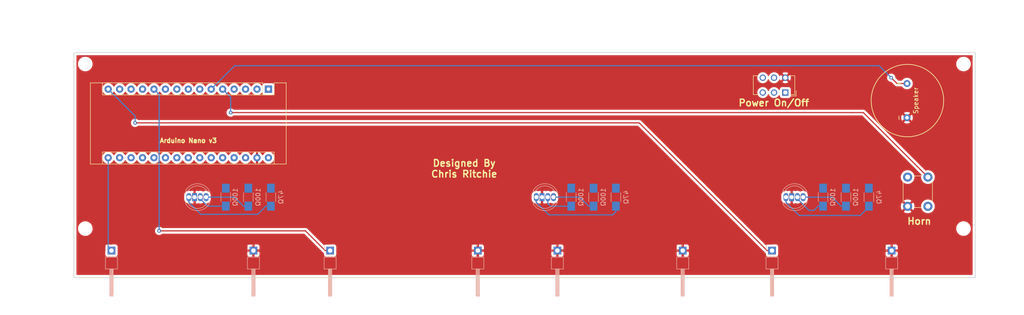
<source format=kicad_pcb>
(kicad_pcb (version 20171130) (host pcbnew 5.0.0-rc2-dev-unknown-1f5b575~64~ubuntu16.04.1)

  (general
    (thickness 1.6)
    (drawings 18)
    (tracks 64)
    (zones 0)
    (modules 29)
    (nets 20)
  )

  (page A4)
  (layers
    (0 F.Cu signal)
    (31 B.Cu signal)
    (32 B.Adhes user)
    (33 F.Adhes user)
    (34 B.Paste user)
    (35 F.Paste user)
    (36 B.SilkS user)
    (37 F.SilkS user)
    (38 B.Mask user)
    (39 F.Mask user)
    (40 Dwgs.User user)
    (41 Cmts.User user)
    (42 Eco1.User user)
    (43 Eco2.User user)
    (44 Edge.Cuts user)
    (45 Margin user)
    (46 B.CrtYd user)
    (47 F.CrtYd user)
    (48 B.Fab user)
    (49 F.Fab user)
  )

  (setup
    (last_trace_width 0.25)
    (trace_clearance 0.2)
    (zone_clearance 0.508)
    (zone_45_only no)
    (trace_min 0.2)
    (segment_width 0.2)
    (edge_width 0.15)
    (via_size 0.8)
    (via_drill 0.4)
    (via_min_size 0.4)
    (via_min_drill 0.3)
    (uvia_size 0.3)
    (uvia_drill 0.1)
    (uvias_allowed no)
    (uvia_min_size 0.2)
    (uvia_min_drill 0.1)
    (pcb_text_width 0.3)
    (pcb_text_size 1.5 1.5)
    (mod_edge_width 0.15)
    (mod_text_size 1 1)
    (mod_text_width 0.15)
    (pad_size 1.07 1.8)
    (pad_drill 0.9)
    (pad_to_mask_clearance 0.2)
    (aux_axis_origin 0 0)
    (visible_elements FFFFFF7F)
    (pcbplotparams
      (layerselection 0x010fc_ffffffff)
      (usegerberextensions false)
      (usegerberattributes false)
      (usegerberadvancedattributes false)
      (creategerberjobfile false)
      (excludeedgelayer true)
      (linewidth 0.100000)
      (plotframeref false)
      (viasonmask false)
      (mode 1)
      (useauxorigin false)
      (hpglpennumber 1)
      (hpglpenspeed 20)
      (hpglpendiameter 15)
      (psnegative false)
      (psa4output false)
      (plotreference true)
      (plotvalue true)
      (plotinvisibletext false)
      (padsonsilk false)
      (subtractmaskfromsilk false)
      (outputformat 1)
      (mirror false)
      (drillshape 1)
      (scaleselection 1)
      (outputdirectory ""))
  )

  (net 0 "")
  (net 1 /Engine_LED)
  (net 2 /Boxcar_LED)
  (net 3 /GND)
  (net 4 /LED_R)
  (net 5 /Power_Button)
  (net 6 /LED_G)
  (net 7 /Caboose_LED)
  (net 8 /LED_B)
  (net 9 /Speaker_Pin)
  (net 10 /Speaker_Button)
  (net 11 "Net-(D1-Pad4)")
  (net 12 "Net-(D1-Pad3)")
  (net 13 "Net-(D1-Pad1)")
  (net 14 "Net-(D2-Pad1)")
  (net 15 "Net-(D2-Pad3)")
  (net 16 "Net-(D2-Pad4)")
  (net 17 "Net-(D3-Pad4)")
  (net 18 "Net-(D3-Pad3)")
  (net 19 "Net-(D3-Pad1)")

  (net_class Default "This is the default net class."
    (clearance 0.2)
    (trace_width 0.25)
    (via_dia 0.8)
    (via_drill 0.4)
    (uvia_dia 0.3)
    (uvia_drill 0.1)
    (add_net /Boxcar_LED)
    (add_net /Caboose_LED)
    (add_net /Engine_LED)
    (add_net /GND)
    (add_net /LED_B)
    (add_net /LED_G)
    (add_net /LED_R)
    (add_net /Power_Button)
    (add_net /Speaker_Button)
    (add_net /Speaker_Pin)
    (add_net "Net-(D1-Pad1)")
    (add_net "Net-(D1-Pad3)")
    (add_net "Net-(D1-Pad4)")
    (add_net "Net-(D2-Pad1)")
    (add_net "Net-(D2-Pad3)")
    (add_net "Net-(D2-Pad4)")
    (add_net "Net-(D3-Pad1)")
    (add_net "Net-(D3-Pad3)")
    (add_net "Net-(D3-Pad4)")
  )

  (module Resistors_SMD:R_1206_HandSoldering (layer B.Cu) (tedit 5AEC80AA) (tstamp 5AEB28BB)
    (at 38.716 32.131 90)
    (descr "Resistor SMD 1206, hand soldering")
    (tags "resistor 1206")
    (path /5AEB1FF2)
    (attr smd)
    (fp_text reference R2 (at 0 1.85 90) (layer B.Fab)
      (effects (font (size 1 1) (thickness 0.15)) (justify mirror))
    )
    (fp_text value R (at 0 -1.9 90) (layer B.Fab)
      (effects (font (size 1 1) (thickness 0.15)) (justify mirror))
    )
    (fp_text user %R (at 0 0 90) (layer B.Fab)
      (effects (font (size 0.7 0.7) (thickness 0.105)) (justify mirror))
    )
    (fp_line (start -1.6 -0.8) (end -1.6 0.8) (layer B.Fab) (width 0.1))
    (fp_line (start 1.6 -0.8) (end -1.6 -0.8) (layer B.Fab) (width 0.1))
    (fp_line (start 1.6 0.8) (end 1.6 -0.8) (layer B.Fab) (width 0.1))
    (fp_line (start -1.6 0.8) (end 1.6 0.8) (layer B.Fab) (width 0.1))
    (fp_line (start 1 -1.07) (end -1 -1.07) (layer B.SilkS) (width 0.12))
    (fp_line (start -1 1.07) (end 1 1.07) (layer B.SilkS) (width 0.12))
    (fp_line (start -3.25 1.11) (end 3.25 1.11) (layer B.CrtYd) (width 0.05))
    (fp_line (start -3.25 1.11) (end -3.25 -1.1) (layer B.CrtYd) (width 0.05))
    (fp_line (start 3.25 -1.1) (end 3.25 1.11) (layer B.CrtYd) (width 0.05))
    (fp_line (start 3.25 -1.1) (end -3.25 -1.1) (layer B.CrtYd) (width 0.05))
    (pad 1 smd rect (at -2 0 90) (size 2 1.7) (layers B.Cu B.Paste B.Mask)
      (net 11 "Net-(D1-Pad4)"))
    (pad 2 smd rect (at 2 0 90) (size 2 1.7) (layers B.Cu B.Paste B.Mask)
      (net 6 /LED_G))
    (model ${KISYS3DMOD}/Resistors_SMD.3dshapes/R_1206.wrl
      (at (xyz 0 0 0))
      (scale (xyz 1 1 1))
      (rotate (xyz 0 0 0))
    )
  )

  (module Mounting_Holes:MountingHole_2.2mm_M2 (layer F.Cu) (tedit 5AEB146A) (tstamp 5AEB4869)
    (at 197.401 39.116)
    (descr "Mounting Hole 2.2mm, no annular, M2")
    (tags "mounting hole 2.2mm no annular m2")
    (attr virtual)
    (fp_text reference REF** (at 0 -3.2) (layer F.Fab) hide
      (effects (font (size 1 1) (thickness 0.15)))
    )
    (fp_text value MountingHole_2.2mm_M2 (at 0 3.2) (layer F.Fab)
      (effects (font (size 1 1) (thickness 0.15)))
    )
    (fp_circle (center 0 0) (end 2.45 0) (layer F.CrtYd) (width 0.05))
    (fp_circle (center 0 0) (end 2.2 0) (layer Cmts.User) (width 0.15))
    (fp_text user %R (at 0.3 0) (layer F.Fab)
      (effects (font (size 1 1) (thickness 0.15)))
    )
    (pad 1 np_thru_hole circle (at 0 0) (size 2.2 2.2) (drill 2.2) (layers *.Cu *.Mask))
  )

  (module Mounting_Holes:MountingHole_2.2mm_M2 (layer F.Cu) (tedit 5AEB146A) (tstamp 5AEB4848)
    (at 197.401 2.54)
    (descr "Mounting Hole 2.2mm, no annular, M2")
    (tags "mounting hole 2.2mm no annular m2")
    (attr virtual)
    (fp_text reference REF** (at 0 -3.2) (layer F.Fab) hide
      (effects (font (size 1 1) (thickness 0.15)))
    )
    (fp_text value MountingHole_2.2mm_M2 (at 0 3.2) (layer F.Fab)
      (effects (font (size 1 1) (thickness 0.15)))
    )
    (fp_text user %R (at 0.3 0) (layer F.Fab)
      (effects (font (size 1 1) (thickness 0.15)))
    )
    (fp_circle (center 0 0) (end 2.2 0) (layer Cmts.User) (width 0.15))
    (fp_circle (center 0 0) (end 2.45 0) (layer F.CrtYd) (width 0.05))
    (pad 1 np_thru_hole circle (at 0 0) (size 2.2 2.2) (drill 2.2) (layers *.Cu *.Mask))
  )

  (module Mounting_Holes:MountingHole_2.2mm_M2 (layer F.Cu) (tedit 5AEB1488) (tstamp 5AEB483A)
    (at 2.54 2.54)
    (descr "Mounting Hole 2.2mm, no annular, M2")
    (tags "mounting hole 2.2mm no annular m2")
    (attr virtual)
    (fp_text reference REF** (at 0 -3.2) (layer F.SilkS) hide
      (effects (font (size 1 1) (thickness 0.15)))
    )
    (fp_text value MountingHole_2.2mm_M2 (at 0 3.2) (layer F.Fab)
      (effects (font (size 1 1) (thickness 0.15)))
    )
    (fp_circle (center 0 0) (end 2.45 0) (layer F.CrtYd) (width 0.05))
    (fp_circle (center 0 0) (end 2.2 0) (layer Cmts.User) (width 0.15))
    (fp_text user %R (at 0.3 0) (layer F.Fab)
      (effects (font (size 1 1) (thickness 0.15)))
    )
    (pad 1 np_thru_hole circle (at 0 0) (size 2.2 2.2) (drill 2.2) (layers *.Cu *.Mask))
  )

  (module Module:Arduino_Nano (layer F.Cu) (tedit 5AEB1495) (tstamp 5AEB2751)
    (at 43.18 8.128 270)
    (descr "Arduino Nano, http://www.mouser.com/pdfdocs/Gravitech_Arduino_Nano3_0.pdf")
    (tags "Arduino Nano")
    (path /5AA298B3)
    (fp_text reference A1 (at 7.62 -5.08 270) (layer F.Fab)
      (effects (font (size 1 1) (thickness 0.15)))
    )
    (fp_text value Arduino_Nano_v3.x (at 8.89 19.05) (layer F.Fab)
      (effects (font (size 1 1) (thickness 0.15)))
    )
    (fp_line (start 16.75 42.16) (end -1.53 42.16) (layer F.CrtYd) (width 0.05))
    (fp_line (start 16.75 42.16) (end 16.75 -4.06) (layer F.CrtYd) (width 0.05))
    (fp_line (start -1.53 -4.06) (end -1.53 42.16) (layer F.CrtYd) (width 0.05))
    (fp_line (start -1.53 -4.06) (end 16.75 -4.06) (layer F.CrtYd) (width 0.05))
    (fp_line (start 16.51 -3.81) (end 16.51 39.37) (layer F.Fab) (width 0.1))
    (fp_line (start 0 -3.81) (end 16.51 -3.81) (layer F.Fab) (width 0.1))
    (fp_line (start -1.27 -2.54) (end 0 -3.81) (layer F.Fab) (width 0.1))
    (fp_line (start -1.27 39.37) (end -1.27 -2.54) (layer F.Fab) (width 0.1))
    (fp_line (start 16.51 39.37) (end -1.27 39.37) (layer F.Fab) (width 0.1))
    (fp_line (start 16.64 -3.94) (end -1.4 -3.94) (layer F.SilkS) (width 0.12))
    (fp_line (start 16.64 39.5) (end 16.64 -3.94) (layer F.SilkS) (width 0.12))
    (fp_line (start -1.4 39.5) (end 16.64 39.5) (layer F.SilkS) (width 0.12))
    (fp_line (start 3.81 41.91) (end 3.81 31.75) (layer F.Fab) (width 0.1))
    (fp_line (start 11.43 41.91) (end 3.81 41.91) (layer F.Fab) (width 0.1))
    (fp_line (start 11.43 31.75) (end 11.43 41.91) (layer F.Fab) (width 0.1))
    (fp_line (start 3.81 31.75) (end 11.43 31.75) (layer F.Fab) (width 0.1))
    (fp_line (start 1.27 36.83) (end -1.4 36.83) (layer F.SilkS) (width 0.12))
    (fp_line (start 1.27 1.27) (end 1.27 36.83) (layer F.SilkS) (width 0.12))
    (fp_line (start 1.27 1.27) (end -1.4 1.27) (layer F.SilkS) (width 0.12))
    (fp_line (start 13.97 36.83) (end 16.64 36.83) (layer F.SilkS) (width 0.12))
    (fp_line (start 13.97 -1.27) (end 13.97 36.83) (layer F.SilkS) (width 0.12))
    (fp_line (start 13.97 -1.27) (end 16.64 -1.27) (layer F.SilkS) (width 0.12))
    (fp_line (start -1.4 -3.94) (end -1.4 -1.27) (layer F.SilkS) (width 0.12))
    (fp_line (start -1.4 1.27) (end -1.4 39.5) (layer F.SilkS) (width 0.12))
    (fp_line (start 1.27 -1.27) (end -1.4 -1.27) (layer F.SilkS) (width 0.12))
    (fp_line (start 1.27 1.27) (end 1.27 -1.27) (layer F.SilkS) (width 0.12))
    (fp_text user %R (at 6.35 19.05) (layer F.Fab)
      (effects (font (size 1 1) (thickness 0.15)))
    )
    (pad 16 thru_hole oval (at 15.24 35.56 270) (size 1.6 1.6) (drill 0.8) (layers *.Cu *.Mask)
      (net 1 /Engine_LED))
    (pad 15 thru_hole oval (at 0 35.56 270) (size 1.6 1.6) (drill 0.8) (layers *.Cu *.Mask)
      (net 2 /Boxcar_LED))
    (pad 30 thru_hole oval (at 15.24 0 270) (size 1.6 1.6) (drill 0.8) (layers *.Cu *.Mask))
    (pad 14 thru_hole oval (at 0 33.02 270) (size 1.6 1.6) (drill 0.8) (layers *.Cu *.Mask))
    (pad 29 thru_hole oval (at 15.24 2.54 270) (size 1.6 1.6) (drill 0.8) (layers *.Cu *.Mask)
      (net 3 /GND))
    (pad 13 thru_hole oval (at 0 30.48 270) (size 1.6 1.6) (drill 0.8) (layers *.Cu *.Mask)
      (net 4 /LED_R))
    (pad 28 thru_hole oval (at 15.24 5.08 270) (size 1.6 1.6) (drill 0.8) (layers *.Cu *.Mask)
      (net 5 /Power_Button))
    (pad 12 thru_hole oval (at 0 27.94 270) (size 1.6 1.6) (drill 0.8) (layers *.Cu *.Mask)
      (net 6 /LED_G))
    (pad 27 thru_hole oval (at 15.24 7.62 270) (size 1.6 1.6) (drill 0.8) (layers *.Cu *.Mask))
    (pad 11 thru_hole oval (at 0 25.4 270) (size 1.6 1.6) (drill 0.8) (layers *.Cu *.Mask)
      (net 7 /Caboose_LED))
    (pad 26 thru_hole oval (at 15.24 10.16 270) (size 1.6 1.6) (drill 0.8) (layers *.Cu *.Mask))
    (pad 10 thru_hole oval (at 0 22.86 270) (size 1.6 1.6) (drill 0.8) (layers *.Cu *.Mask))
    (pad 25 thru_hole oval (at 15.24 12.7 270) (size 1.6 1.6) (drill 0.8) (layers *.Cu *.Mask))
    (pad 9 thru_hole oval (at 0 20.32 270) (size 1.6 1.6) (drill 0.8) (layers *.Cu *.Mask)
      (net 8 /LED_B))
    (pad 24 thru_hole oval (at 15.24 15.24 270) (size 1.6 1.6) (drill 0.8) (layers *.Cu *.Mask))
    (pad 8 thru_hole oval (at 0 17.78 270) (size 1.6 1.6) (drill 0.8) (layers *.Cu *.Mask))
    (pad 23 thru_hole oval (at 15.24 17.78 270) (size 1.6 1.6) (drill 0.8) (layers *.Cu *.Mask))
    (pad 7 thru_hole oval (at 0 15.24 270) (size 1.6 1.6) (drill 0.8) (layers *.Cu *.Mask))
    (pad 22 thru_hole oval (at 15.24 20.32 270) (size 1.6 1.6) (drill 0.8) (layers *.Cu *.Mask))
    (pad 6 thru_hole oval (at 0 12.7 270) (size 1.6 1.6) (drill 0.8) (layers *.Cu *.Mask)
      (net 9 /Speaker_Pin))
    (pad 21 thru_hole oval (at 15.24 22.86 270) (size 1.6 1.6) (drill 0.8) (layers *.Cu *.Mask))
    (pad 5 thru_hole oval (at 0 10.16 270) (size 1.6 1.6) (drill 0.8) (layers *.Cu *.Mask)
      (net 10 /Speaker_Button))
    (pad 20 thru_hole oval (at 15.24 25.4 270) (size 1.6 1.6) (drill 0.8) (layers *.Cu *.Mask))
    (pad 4 thru_hole oval (at 0 7.62 270) (size 1.6 1.6) (drill 0.8) (layers *.Cu *.Mask))
    (pad 19 thru_hole oval (at 15.24 27.94 270) (size 1.6 1.6) (drill 0.8) (layers *.Cu *.Mask))
    (pad 3 thru_hole oval (at 0 5.08 270) (size 1.6 1.6) (drill 0.8) (layers *.Cu *.Mask))
    (pad 18 thru_hole oval (at 15.24 30.48 270) (size 1.6 1.6) (drill 0.8) (layers *.Cu *.Mask))
    (pad 2 thru_hole oval (at 0 2.54 270) (size 1.6 1.6) (drill 0.8) (layers *.Cu *.Mask))
    (pad 17 thru_hole oval (at 15.24 33.02 270) (size 1.6 1.6) (drill 0.8) (layers *.Cu *.Mask))
    (pad 1 thru_hole rect (at 0 0 270) (size 1.6 1.6) (drill 0.8) (layers *.Cu *.Mask))
    (model "${KISYS3DMOD}/Modules.3dshapes/User Library-arduino_nano.STEP"
      (offset (xyz 0 0 1.5))
      (scale (xyz 1 1 1))
      (rotate (xyz -90 0 90))
    )
  )

  (module LEDs:LED_D5.0mm-4 (layer B.Cu) (tedit 5AEB53DC) (tstamp 5AEB2766)
    (at 25.527 32.131)
    (descr "LED, diameter 5.0mm, 2 pins, diameter 5.0mm, 3 pins, diameter 5.0mm, 4 pins, http://www.kingbright.com/attachments/file/psearch/000/00/00/L-154A4SUREQBFZGEW(Ver.9A).pdf")
    (tags "LED diameter 5.0mm 2 pins diameter 5.0mm 3 pins diameter 5.0mm 4 pins")
    (path /5AEB1FEA)
    (fp_text reference D1 (at 1.905 3.96) (layer B.Fab)
      (effects (font (size 1 1) (thickness 0.15)) (justify mirror))
    )
    (fp_text value LED_CRGB (at 1.905 -3.96) (layer B.Fab)
      (effects (font (size 1 1) (thickness 0.15)) (justify mirror))
    )
    (fp_line (start 5.15 3.25) (end -1.35 3.25) (layer B.CrtYd) (width 0.05))
    (fp_line (start 5.15 -3.25) (end 5.15 3.25) (layer B.CrtYd) (width 0.05))
    (fp_line (start -1.35 -3.25) (end 5.15 -3.25) (layer B.CrtYd) (width 0.05))
    (fp_line (start -1.35 3.25) (end -1.35 -3.25) (layer B.CrtYd) (width 0.05))
    (fp_line (start -0.655 -1.08) (end -0.655 -1.545) (layer B.SilkS) (width 0.12))
    (fp_line (start -0.655 1.545) (end -0.655 1.08) (layer B.SilkS) (width 0.12))
    (fp_line (start -0.595 1.469694) (end -0.595 -1.469694) (layer B.Fab) (width 0.1))
    (fp_circle (center 1.905 0) (end 4.405 0) (layer B.Fab) (width 0.1))
    (fp_arc (start 1.905 0) (end -0.349684 -1.08) (angle 128.8) (layer B.SilkS) (width 0.12))
    (fp_arc (start 1.905 0) (end -0.349684 1.08) (angle -128.8) (layer B.SilkS) (width 0.12))
    (fp_arc (start 1.905 0) (end -0.655 -1.54483) (angle 127.7) (layer B.SilkS) (width 0.12))
    (fp_arc (start 1.905 0) (end -0.655 1.54483) (angle -127.7) (layer B.SilkS) (width 0.12))
    (fp_arc (start 1.905 0) (end -0.595 1.469694) (angle -299.1) (layer B.Fab) (width 0.1))
    (pad 4 thru_hole oval (at 3.81 0) (size 1.07 1.8) (drill 0.9) (layers *.Cu *.Mask)
      (net 11 "Net-(D1-Pad4)"))
    (pad 3 thru_hole oval (at 2.54 0) (size 1.07 1.8) (drill 0.9) (layers *.Cu *.Mask)
      (net 12 "Net-(D1-Pad3)"))
    (pad 2 thru_hole rect (at 1.27 0) (size 1.07 1.8) (drill 0.9) (layers *.Cu *.Mask)
      (net 3 /GND))
    (pad 1 thru_hole oval (at 0 0) (size 1.07 1.8) (drill 0.9) (layers *.Cu *.Mask)
      (net 13 "Net-(D1-Pad1)"))
    (model ${KISYS3DMOD}/LEDs.3dshapes/LED_D5.0mm-4.wrl
      (at (xyz 0 0 0))
      (scale (xyz 0.393701 0.393701 0.393701))
      (rotate (xyz 0 0 0))
    )
  )

  (module LEDs:LED_D5.0mm-4 (layer B.Cu) (tedit 5AEC7F6A) (tstamp 5AEB277B)
    (at 102.616735 32.131)
    (descr "LED, diameter 5.0mm, 2 pins, diameter 5.0mm, 3 pins, diameter 5.0mm, 4 pins, http://www.kingbright.com/attachments/file/psearch/000/00/00/L-154A4SUREQBFZGEW(Ver.9A).pdf")
    (tags "LED diameter 5.0mm 2 pins diameter 5.0mm 3 pins diameter 5.0mm 4 pins")
    (path /5AB55912)
    (fp_text reference D2 (at 1.905 3.96) (layer B.Fab)
      (effects (font (size 1 1) (thickness 0.15)) (justify mirror))
    )
    (fp_text value LED_CRGB (at 1.905 -3.96) (layer B.Fab)
      (effects (font (size 1 1) (thickness 0.15)) (justify mirror))
    )
    (fp_arc (start 1.905 0) (end -0.595 1.469694) (angle -299.1) (layer B.Fab) (width 0.1))
    (fp_arc (start 1.905 0) (end -0.655 1.54483) (angle -127.7) (layer B.SilkS) (width 0.12))
    (fp_arc (start 1.905 0) (end -0.655 -1.54483) (angle 127.7) (layer B.SilkS) (width 0.12))
    (fp_arc (start 1.905 0) (end -0.349684 1.08) (angle -128.8) (layer B.SilkS) (width 0.12))
    (fp_arc (start 1.905 0) (end -0.349684 -1.08) (angle 128.8) (layer B.SilkS) (width 0.12))
    (fp_circle (center 1.905 0) (end 4.405 0) (layer B.Fab) (width 0.1))
    (fp_line (start -0.595 1.469694) (end -0.595 -1.469694) (layer B.Fab) (width 0.1))
    (fp_line (start -0.655 1.545) (end -0.655 1.08) (layer B.SilkS) (width 0.12))
    (fp_line (start -0.655 -1.08) (end -0.655 -1.545) (layer B.SilkS) (width 0.12))
    (fp_line (start -1.35 3.25) (end -1.35 -3.25) (layer B.CrtYd) (width 0.05))
    (fp_line (start -1.35 -3.25) (end 5.15 -3.25) (layer B.CrtYd) (width 0.05))
    (fp_line (start 5.15 -3.25) (end 5.15 3.25) (layer B.CrtYd) (width 0.05))
    (fp_line (start 5.15 3.25) (end -1.35 3.25) (layer B.CrtYd) (width 0.05))
    (pad 1 thru_hole oval (at 0 0) (size 1.07 1.8) (drill 0.9) (layers *.Cu *.Mask)
      (net 14 "Net-(D2-Pad1)"))
    (pad 2 thru_hole rect (at 1.27 0) (size 1.07 1.8) (drill 0.9) (layers *.Cu *.Mask)
      (net 3 /GND))
    (pad 3 thru_hole oval (at 2.54 0) (size 1.07 1.8) (drill 0.9) (layers *.Cu *.Mask)
      (net 15 "Net-(D2-Pad3)"))
    (pad 4 thru_hole oval (at 3.81 0) (size 1.07 1.8) (drill 0.9) (layers *.Cu *.Mask)
      (net 16 "Net-(D2-Pad4)"))
    (model ${KISYS3DMOD}/LEDs.3dshapes/LED_D5.0mm-4.wrl
      (at (xyz 0 0 0))
      (scale (xyz 0.393701 0.393701 0.393701))
      (rotate (xyz 0 0 0))
    )
  )

  (module LEDs:LED_D5.0mm-4 (layer B.Cu) (tedit 5AEC7F8A) (tstamp 5AEB2790)
    (at 158.007735 32.131)
    (descr "LED, diameter 5.0mm, 2 pins, diameter 5.0mm, 3 pins, diameter 5.0mm, 4 pins, http://www.kingbright.com/attachments/file/psearch/000/00/00/L-154A4SUREQBFZGEW(Ver.9A).pdf")
    (tags "LED diameter 5.0mm 2 pins diameter 5.0mm 3 pins diameter 5.0mm 4 pins")
    (path /5AB55F0D)
    (fp_text reference D3 (at 1.905 3.96) (layer B.Fab)
      (effects (font (size 1 1) (thickness 0.15)) (justify mirror))
    )
    (fp_text value LED_CRGB (at 1.905 -3.96) (layer B.Fab)
      (effects (font (size 1 1) (thickness 0.15)) (justify mirror))
    )
    (fp_line (start 5.15 3.25) (end -1.35 3.25) (layer B.CrtYd) (width 0.05))
    (fp_line (start 5.15 -3.25) (end 5.15 3.25) (layer B.CrtYd) (width 0.05))
    (fp_line (start -1.35 -3.25) (end 5.15 -3.25) (layer B.CrtYd) (width 0.05))
    (fp_line (start -1.35 3.25) (end -1.35 -3.25) (layer B.CrtYd) (width 0.05))
    (fp_line (start -0.655 -1.08) (end -0.655 -1.545) (layer B.SilkS) (width 0.12))
    (fp_line (start -0.655 1.545) (end -0.655 1.08) (layer B.SilkS) (width 0.12))
    (fp_line (start -0.595 1.469694) (end -0.595 -1.469694) (layer B.Fab) (width 0.1))
    (fp_circle (center 1.905 0) (end 4.405 0) (layer B.Fab) (width 0.1))
    (fp_arc (start 1.905 0) (end -0.349684 -1.08) (angle 128.8) (layer B.SilkS) (width 0.12))
    (fp_arc (start 1.905 0) (end -0.349684 1.08) (angle -128.8) (layer B.SilkS) (width 0.12))
    (fp_arc (start 1.905 0) (end -0.655 -1.54483) (angle 127.7) (layer B.SilkS) (width 0.12))
    (fp_arc (start 1.905 0) (end -0.655 1.54483) (angle -127.7) (layer B.SilkS) (width 0.12))
    (fp_arc (start 1.905 0) (end -0.595 1.469694) (angle -299.1) (layer B.Fab) (width 0.1))
    (pad 4 thru_hole oval (at 3.81 0) (size 1.07 1.8) (drill 0.9) (layers *.Cu *.Mask)
      (net 17 "Net-(D3-Pad4)"))
    (pad 3 thru_hole oval (at 2.54 0) (size 1.07 1.8) (drill 0.9) (layers *.Cu *.Mask)
      (net 18 "Net-(D3-Pad3)"))
    (pad 2 thru_hole rect (at 1.27 0) (size 1.07 1.8) (drill 0.9) (layers *.Cu *.Mask)
      (net 3 /GND))
    (pad 1 thru_hole oval (at 0 0) (size 1.07 1.8) (drill 0.9) (layers *.Cu *.Mask)
      (net 19 "Net-(D3-Pad1)"))
    (model ${KISYS3DMOD}/LEDs.3dshapes/LED_D5.0mm-4.wrl
      (at (xyz 0 0 0))
      (scale (xyz 0.393701 0.393701 0.393701))
      (rotate (xyz 0 0 0))
    )
  )

  (module "Speaker:CVS-1508 Speaker" (layer F.Cu) (tedit 5AEB156F) (tstamp 5AEB2799)
    (at 191.643 10.668 270)
    (path /5AAE6D54)
    (fp_text reference LS1 (at 0 6.604 270) (layer F.Fab)
      (effects (font (size 1 1) (thickness 0.15)))
    )
    (fp_text value Speaker (at 0 4.826 270) (layer F.SilkS)
      (effects (font (size 1 1) (thickness 0.15)))
    )
    (fp_text user - (at 3.83 8.636 270) (layer F.SilkS)
      (effects (font (size 1 1) (thickness 0.15)))
    )
    (fp_text user + (at -3.75 8.636 270) (layer F.SilkS)
      (effects (font (size 1 1) (thickness 0.15)))
    )
    (fp_circle (center 0 6.69) (end 7.35 9.95) (layer F.SilkS) (width 0.15))
    (pad 2 thru_hole circle (at 3.81 6.78 270) (size 1.524 1.524) (drill 0.8) (layers *.Cu *.Mask)
      (net 3 /GND))
    (pad 1 thru_hole circle (at -3.79 6.78 270) (size 1.524 1.524) (drill 0.8) (layers *.Cu *.Mask)
      (net 9 /Speaker_Pin))
    (model /home/nullbort/KiCad/library/Speaker.pretty/CVS-1508.3dshapes/speaker.step
      (offset (xyz 0 -6.5 0))
      (scale (xyz 1 1 1))
      (rotate (xyz 0 0 0))
    )
  )

  (module Resistors_SMD:R_1206_HandSoldering (layer B.Cu) (tedit 5AEC80B0) (tstamp 5AEB28AA)
    (at 33.716 32.131 90)
    (descr "Resistor SMD 1206, hand soldering")
    (tags "resistor 1206")
    (path /5AEB1FE3)
    (attr smd)
    (fp_text reference R1 (at 0 1.85 90) (layer B.Fab)
      (effects (font (size 1 1) (thickness 0.15)) (justify mirror))
    )
    (fp_text value R (at 0 -1.9 90) (layer B.Fab)
      (effects (font (size 1 1) (thickness 0.15)) (justify mirror))
    )
    (fp_line (start 3.25 -1.1) (end -3.25 -1.1) (layer B.CrtYd) (width 0.05))
    (fp_line (start 3.25 -1.1) (end 3.25 1.11) (layer B.CrtYd) (width 0.05))
    (fp_line (start -3.25 1.11) (end -3.25 -1.1) (layer B.CrtYd) (width 0.05))
    (fp_line (start -3.25 1.11) (end 3.25 1.11) (layer B.CrtYd) (width 0.05))
    (fp_line (start -1 1.07) (end 1 1.07) (layer B.SilkS) (width 0.12))
    (fp_line (start 1 -1.07) (end -1 -1.07) (layer B.SilkS) (width 0.12))
    (fp_line (start -1.6 0.8) (end 1.6 0.8) (layer B.Fab) (width 0.1))
    (fp_line (start 1.6 0.8) (end 1.6 -0.8) (layer B.Fab) (width 0.1))
    (fp_line (start 1.6 -0.8) (end -1.6 -0.8) (layer B.Fab) (width 0.1))
    (fp_line (start -1.6 -0.8) (end -1.6 0.8) (layer B.Fab) (width 0.1))
    (fp_text user %R (at 0 0 90) (layer B.Fab)
      (effects (font (size 0.7 0.7) (thickness 0.105)) (justify mirror))
    )
    (pad 2 smd rect (at 2 0 90) (size 2 1.7) (layers B.Cu B.Paste B.Mask)
      (net 8 /LED_B))
    (pad 1 smd rect (at -2 0 90) (size 2 1.7) (layers B.Cu B.Paste B.Mask)
      (net 12 "Net-(D1-Pad3)"))
    (model ${KISYS3DMOD}/Resistors_SMD.3dshapes/R_1206.wrl
      (at (xyz 0 0 0))
      (scale (xyz 1 1 1))
      (rotate (xyz 0 0 0))
    )
  )

  (module Resistors_SMD:R_1206_HandSoldering (layer B.Cu) (tedit 5AEC80A4) (tstamp 5AEB28CC)
    (at 43.716 32.131 90)
    (descr "Resistor SMD 1206, hand soldering")
    (tags "resistor 1206")
    (path /5AEB1FF9)
    (attr smd)
    (fp_text reference R3 (at 0 1.85 90) (layer B.Fab)
      (effects (font (size 1 1) (thickness 0.15)) (justify mirror))
    )
    (fp_text value R (at 0 -1.9 90) (layer B.Fab)
      (effects (font (size 1 1) (thickness 0.15)) (justify mirror))
    )
    (fp_line (start 3.25 -1.1) (end -3.25 -1.1) (layer B.CrtYd) (width 0.05))
    (fp_line (start 3.25 -1.1) (end 3.25 1.11) (layer B.CrtYd) (width 0.05))
    (fp_line (start -3.25 1.11) (end -3.25 -1.1) (layer B.CrtYd) (width 0.05))
    (fp_line (start -3.25 1.11) (end 3.25 1.11) (layer B.CrtYd) (width 0.05))
    (fp_line (start -1 1.07) (end 1 1.07) (layer B.SilkS) (width 0.12))
    (fp_line (start 1 -1.07) (end -1 -1.07) (layer B.SilkS) (width 0.12))
    (fp_line (start -1.6 0.8) (end 1.6 0.8) (layer B.Fab) (width 0.1))
    (fp_line (start 1.6 0.8) (end 1.6 -0.8) (layer B.Fab) (width 0.1))
    (fp_line (start 1.6 -0.8) (end -1.6 -0.8) (layer B.Fab) (width 0.1))
    (fp_line (start -1.6 -0.8) (end -1.6 0.8) (layer B.Fab) (width 0.1))
    (fp_text user %R (at 0 0 90) (layer B.Fab)
      (effects (font (size 0.7 0.7) (thickness 0.105)) (justify mirror))
    )
    (pad 2 smd rect (at 2 0 90) (size 2 1.7) (layers B.Cu B.Paste B.Mask)
      (net 4 /LED_R))
    (pad 1 smd rect (at -2 0 90) (size 2 1.7) (layers B.Cu B.Paste B.Mask)
      (net 13 "Net-(D1-Pad1)"))
    (model ${KISYS3DMOD}/Resistors_SMD.3dshapes/R_1206.wrl
      (at (xyz 0 0 0))
      (scale (xyz 1 1 1))
      (rotate (xyz 0 0 0))
    )
  )

  (module Resistors_SMD:R_1206_HandSoldering (layer B.Cu) (tedit 5AEC8135) (tstamp 5AEB28DD)
    (at 110.363 32.131 90)
    (descr "Resistor SMD 1206, hand soldering")
    (tags "resistor 1206")
    (path /5AB55869)
    (attr smd)
    (fp_text reference R4 (at 0 1.85 90) (layer B.Fab)
      (effects (font (size 1 1) (thickness 0.15)) (justify mirror))
    )
    (fp_text value R (at 0 -1.9 90) (layer B.Fab)
      (effects (font (size 1 1) (thickness 0.15)) (justify mirror))
    )
    (fp_line (start 3.25 -1.1) (end -3.25 -1.1) (layer B.CrtYd) (width 0.05))
    (fp_line (start 3.25 -1.1) (end 3.25 1.11) (layer B.CrtYd) (width 0.05))
    (fp_line (start -3.25 1.11) (end -3.25 -1.1) (layer B.CrtYd) (width 0.05))
    (fp_line (start -3.25 1.11) (end 3.25 1.11) (layer B.CrtYd) (width 0.05))
    (fp_line (start -1 1.07) (end 1 1.07) (layer B.SilkS) (width 0.12))
    (fp_line (start 1 -1.07) (end -1 -1.07) (layer B.SilkS) (width 0.12))
    (fp_line (start -1.6 0.8) (end 1.6 0.8) (layer B.Fab) (width 0.1))
    (fp_line (start 1.6 0.8) (end 1.6 -0.8) (layer B.Fab) (width 0.1))
    (fp_line (start 1.6 -0.8) (end -1.6 -0.8) (layer B.Fab) (width 0.1))
    (fp_line (start -1.6 -0.8) (end -1.6 0.8) (layer B.Fab) (width 0.1))
    (fp_text user %R (at 0 0 90) (layer B.Fab)
      (effects (font (size 0.7 0.7) (thickness 0.105)) (justify mirror))
    )
    (pad 2 smd rect (at 2 0 90) (size 2 1.7) (layers B.Cu B.Paste B.Mask)
      (net 8 /LED_B))
    (pad 1 smd rect (at -2 0 90) (size 2 1.7) (layers B.Cu B.Paste B.Mask)
      (net 15 "Net-(D2-Pad3)"))
    (model ${KISYS3DMOD}/Resistors_SMD.3dshapes/R_1206.wrl
      (at (xyz 0 0 0))
      (scale (xyz 1 1 1))
      (rotate (xyz 0 0 0))
    )
  )

  (module Resistors_SMD:R_1206_HandSoldering (layer B.Cu) (tedit 5AEC812F) (tstamp 5AEB28EE)
    (at 115.316 32.131 90)
    (descr "Resistor SMD 1206, hand soldering")
    (tags "resistor 1206")
    (path /5AB559DB)
    (attr smd)
    (fp_text reference R5 (at 0 1.85 90) (layer B.Fab)
      (effects (font (size 1 1) (thickness 0.15)) (justify mirror))
    )
    (fp_text value R (at 0 -1.9 90) (layer B.Fab)
      (effects (font (size 1 1) (thickness 0.15)) (justify mirror))
    )
    (fp_text user %R (at 0 0 90) (layer B.Fab)
      (effects (font (size 0.7 0.7) (thickness 0.105)) (justify mirror))
    )
    (fp_line (start -1.6 -0.8) (end -1.6 0.8) (layer B.Fab) (width 0.1))
    (fp_line (start 1.6 -0.8) (end -1.6 -0.8) (layer B.Fab) (width 0.1))
    (fp_line (start 1.6 0.8) (end 1.6 -0.8) (layer B.Fab) (width 0.1))
    (fp_line (start -1.6 0.8) (end 1.6 0.8) (layer B.Fab) (width 0.1))
    (fp_line (start 1 -1.07) (end -1 -1.07) (layer B.SilkS) (width 0.12))
    (fp_line (start -1 1.07) (end 1 1.07) (layer B.SilkS) (width 0.12))
    (fp_line (start -3.25 1.11) (end 3.25 1.11) (layer B.CrtYd) (width 0.05))
    (fp_line (start -3.25 1.11) (end -3.25 -1.1) (layer B.CrtYd) (width 0.05))
    (fp_line (start 3.25 -1.1) (end 3.25 1.11) (layer B.CrtYd) (width 0.05))
    (fp_line (start 3.25 -1.1) (end -3.25 -1.1) (layer B.CrtYd) (width 0.05))
    (pad 1 smd rect (at -2 0 90) (size 2 1.7) (layers B.Cu B.Paste B.Mask)
      (net 16 "Net-(D2-Pad4)"))
    (pad 2 smd rect (at 2 0 90) (size 2 1.7) (layers B.Cu B.Paste B.Mask)
      (net 6 /LED_G))
    (model ${KISYS3DMOD}/Resistors_SMD.3dshapes/R_1206.wrl
      (at (xyz 0 0 0))
      (scale (xyz 1 1 1))
      (rotate (xyz 0 0 0))
    )
  )

  (module Resistors_SMD:R_1206_HandSoldering (layer B.Cu) (tedit 5AEC80FF) (tstamp 5AEB28FF)
    (at 120.269 32.131 90)
    (descr "Resistor SMD 1206, hand soldering")
    (tags "resistor 1206")
    (path /5AB55A36)
    (attr smd)
    (fp_text reference R6 (at 0 1.85 90) (layer B.Fab)
      (effects (font (size 1 1) (thickness 0.15)) (justify mirror))
    )
    (fp_text value R (at 0 -1.9 90) (layer B.Fab)
      (effects (font (size 1 1) (thickness 0.15)) (justify mirror))
    )
    (fp_line (start 3.25 -1.1) (end -3.25 -1.1) (layer B.CrtYd) (width 0.05))
    (fp_line (start 3.25 -1.1) (end 3.25 1.11) (layer B.CrtYd) (width 0.05))
    (fp_line (start -3.25 1.11) (end -3.25 -1.1) (layer B.CrtYd) (width 0.05))
    (fp_line (start -3.25 1.11) (end 3.25 1.11) (layer B.CrtYd) (width 0.05))
    (fp_line (start -1 1.07) (end 1 1.07) (layer B.SilkS) (width 0.12))
    (fp_line (start 1 -1.07) (end -1 -1.07) (layer B.SilkS) (width 0.12))
    (fp_line (start -1.6 0.8) (end 1.6 0.8) (layer B.Fab) (width 0.1))
    (fp_line (start 1.6 0.8) (end 1.6 -0.8) (layer B.Fab) (width 0.1))
    (fp_line (start 1.6 -0.8) (end -1.6 -0.8) (layer B.Fab) (width 0.1))
    (fp_line (start -1.6 -0.8) (end -1.6 0.8) (layer B.Fab) (width 0.1))
    (fp_text user %R (at 0 0 90) (layer B.Fab)
      (effects (font (size 0.7 0.7) (thickness 0.105)) (justify mirror))
    )
    (pad 2 smd rect (at 2 0 90) (size 2 1.7) (layers B.Cu B.Paste B.Mask)
      (net 4 /LED_R))
    (pad 1 smd rect (at -2 0 90) (size 2 1.7) (layers B.Cu B.Paste B.Mask)
      (net 14 "Net-(D2-Pad1)"))
    (model ${KISYS3DMOD}/Resistors_SMD.3dshapes/R_1206.wrl
      (at (xyz 0 0 0))
      (scale (xyz 1 1 1))
      (rotate (xyz 0 0 0))
    )
  )

  (module Resistors_SMD:R_1206_HandSoldering (layer B.Cu) (tedit 5AEC8117) (tstamp 5AEB2910)
    (at 166.243 32.131 90)
    (descr "Resistor SMD 1206, hand soldering")
    (tags "resistor 1206")
    (path /5AEB191A)
    (attr smd)
    (fp_text reference R7 (at 0 1.85 90) (layer B.Fab)
      (effects (font (size 1 1) (thickness 0.15)) (justify mirror))
    )
    (fp_text value R (at 0 -1.9 90) (layer B.Fab)
      (effects (font (size 1 1) (thickness 0.15)) (justify mirror))
    )
    (fp_text user %R (at 0 0 90) (layer B.Fab)
      (effects (font (size 0.7 0.7) (thickness 0.105)) (justify mirror))
    )
    (fp_line (start -1.6 -0.8) (end -1.6 0.8) (layer B.Fab) (width 0.1))
    (fp_line (start 1.6 -0.8) (end -1.6 -0.8) (layer B.Fab) (width 0.1))
    (fp_line (start 1.6 0.8) (end 1.6 -0.8) (layer B.Fab) (width 0.1))
    (fp_line (start -1.6 0.8) (end 1.6 0.8) (layer B.Fab) (width 0.1))
    (fp_line (start 1 -1.07) (end -1 -1.07) (layer B.SilkS) (width 0.12))
    (fp_line (start -1 1.07) (end 1 1.07) (layer B.SilkS) (width 0.12))
    (fp_line (start -3.25 1.11) (end 3.25 1.11) (layer B.CrtYd) (width 0.05))
    (fp_line (start -3.25 1.11) (end -3.25 -1.1) (layer B.CrtYd) (width 0.05))
    (fp_line (start 3.25 -1.1) (end 3.25 1.11) (layer B.CrtYd) (width 0.05))
    (fp_line (start 3.25 -1.1) (end -3.25 -1.1) (layer B.CrtYd) (width 0.05))
    (pad 1 smd rect (at -2 0 90) (size 2 1.7) (layers B.Cu B.Paste B.Mask)
      (net 18 "Net-(D3-Pad3)"))
    (pad 2 smd rect (at 2 0 90) (size 2 1.7) (layers B.Cu B.Paste B.Mask)
      (net 8 /LED_B))
    (model ${KISYS3DMOD}/Resistors_SMD.3dshapes/R_1206.wrl
      (at (xyz 0 0 0))
      (scale (xyz 1 1 1))
      (rotate (xyz 0 0 0))
    )
  )

  (module Resistors_SMD:R_1206_HandSoldering (layer B.Cu) (tedit 5AEC8112) (tstamp 5AEB2921)
    (at 171.323 32.131 90)
    (descr "Resistor SMD 1206, hand soldering")
    (tags "resistor 1206")
    (path /5AEB196A)
    (attr smd)
    (fp_text reference R8 (at 0 1.85 90) (layer B.Fab)
      (effects (font (size 1 1) (thickness 0.15)) (justify mirror))
    )
    (fp_text value R (at 0 -1.9 90) (layer B.Fab)
      (effects (font (size 1 1) (thickness 0.15)) (justify mirror))
    )
    (fp_line (start 3.25 -1.1) (end -3.25 -1.1) (layer B.CrtYd) (width 0.05))
    (fp_line (start 3.25 -1.1) (end 3.25 1.11) (layer B.CrtYd) (width 0.05))
    (fp_line (start -3.25 1.11) (end -3.25 -1.1) (layer B.CrtYd) (width 0.05))
    (fp_line (start -3.25 1.11) (end 3.25 1.11) (layer B.CrtYd) (width 0.05))
    (fp_line (start -1 1.07) (end 1 1.07) (layer B.SilkS) (width 0.12))
    (fp_line (start 1 -1.07) (end -1 -1.07) (layer B.SilkS) (width 0.12))
    (fp_line (start -1.6 0.8) (end 1.6 0.8) (layer B.Fab) (width 0.1))
    (fp_line (start 1.6 0.8) (end 1.6 -0.8) (layer B.Fab) (width 0.1))
    (fp_line (start 1.6 -0.8) (end -1.6 -0.8) (layer B.Fab) (width 0.1))
    (fp_line (start -1.6 -0.8) (end -1.6 0.8) (layer B.Fab) (width 0.1))
    (fp_text user %R (at 0 0 90) (layer B.Fab)
      (effects (font (size 0.7 0.7) (thickness 0.105)) (justify mirror))
    )
    (pad 2 smd rect (at 2 0 90) (size 2 1.7) (layers B.Cu B.Paste B.Mask)
      (net 6 /LED_G))
    (pad 1 smd rect (at -2 0 90) (size 2 1.7) (layers B.Cu B.Paste B.Mask)
      (net 17 "Net-(D3-Pad4)"))
    (model ${KISYS3DMOD}/Resistors_SMD.3dshapes/R_1206.wrl
      (at (xyz 0 0 0))
      (scale (xyz 1 1 1))
      (rotate (xyz 0 0 0))
    )
  )

  (module Resistors_SMD:R_1206_HandSoldering (layer B.Cu) (tedit 5AEC811D) (tstamp 5AEC9020)
    (at 176.403 32.131 90)
    (descr "Resistor SMD 1206, hand soldering")
    (tags "resistor 1206")
    (path /5AEB19B4)
    (attr smd)
    (fp_text reference R9 (at 0 1.85 90) (layer B.Fab)
      (effects (font (size 1 1) (thickness 0.15)) (justify mirror))
    )
    (fp_text value R (at 0 -1.9 90) (layer B.Fab)
      (effects (font (size 1 1) (thickness 0.15)) (justify mirror))
    )
    (fp_text user %R (at 0 0 90) (layer B.Fab)
      (effects (font (size 0.7 0.7) (thickness 0.105)) (justify mirror))
    )
    (fp_line (start -1.6 -0.8) (end -1.6 0.8) (layer B.Fab) (width 0.1))
    (fp_line (start 1.6 -0.8) (end -1.6 -0.8) (layer B.Fab) (width 0.1))
    (fp_line (start 1.6 0.8) (end 1.6 -0.8) (layer B.Fab) (width 0.1))
    (fp_line (start -1.6 0.8) (end 1.6 0.8) (layer B.Fab) (width 0.1))
    (fp_line (start 1 -1.07) (end -1 -1.07) (layer B.SilkS) (width 0.12))
    (fp_line (start -1 1.07) (end 1 1.07) (layer B.SilkS) (width 0.12))
    (fp_line (start -3.25 1.11) (end 3.25 1.11) (layer B.CrtYd) (width 0.05))
    (fp_line (start -3.25 1.11) (end -3.25 -1.1) (layer B.CrtYd) (width 0.05))
    (fp_line (start 3.25 -1.1) (end 3.25 1.11) (layer B.CrtYd) (width 0.05))
    (fp_line (start 3.25 -1.1) (end -3.25 -1.1) (layer B.CrtYd) (width 0.05))
    (pad 1 smd rect (at -2 0 90) (size 2 1.7) (layers B.Cu B.Paste B.Mask)
      (net 19 "Net-(D3-Pad1)"))
    (pad 2 smd rect (at 2 0 90) (size 2 1.7) (layers B.Cu B.Paste B.Mask)
      (net 4 /LED_R))
    (model ${KISYS3DMOD}/Resistors_SMD.3dshapes/R_1206.wrl
      (at (xyz 0 0 0))
      (scale (xyz 1 1 1))
      (rotate (xyz 0 0 0))
    )
  )

  (module Buttons_Switches_THT:SW_PUSH_6mm (layer F.Cu) (tedit 5AEB18CF) (tstamp 5AEB2974)
    (at 185 34.168 90)
    (descr https://www.omron.com/ecb/products/pdf/en-b3f.pdf)
    (tags "tact sw push 6mm")
    (path /5AB585F3)
    (fp_text reference SW2 (at 3.25 -2 90) (layer F.Fab)
      (effects (font (size 1 1) (thickness 0.15)))
    )
    (fp_text value SW_SPST4 (at 3.75 6.7 90) (layer F.Fab)
      (effects (font (size 1 1) (thickness 0.15)))
    )
    (fp_circle (center 3.25 2.25) (end 1.25 2.5) (layer F.Fab) (width 0.1))
    (fp_line (start 6.75 3) (end 6.75 1.5) (layer F.SilkS) (width 0.12))
    (fp_line (start 5.5 -1) (end 1 -1) (layer F.SilkS) (width 0.12))
    (fp_line (start -0.25 1.5) (end -0.25 3) (layer F.SilkS) (width 0.12))
    (fp_line (start 1 5.5) (end 5.5 5.5) (layer F.SilkS) (width 0.12))
    (fp_line (start 8 -1.25) (end 8 5.75) (layer F.CrtYd) (width 0.05))
    (fp_line (start 7.75 6) (end -1.25 6) (layer F.CrtYd) (width 0.05))
    (fp_line (start -1.5 5.75) (end -1.5 -1.25) (layer F.CrtYd) (width 0.05))
    (fp_line (start -1.25 -1.5) (end 7.75 -1.5) (layer F.CrtYd) (width 0.05))
    (fp_line (start -1.5 6) (end -1.25 6) (layer F.CrtYd) (width 0.05))
    (fp_line (start -1.5 5.75) (end -1.5 6) (layer F.CrtYd) (width 0.05))
    (fp_line (start -1.5 -1.5) (end -1.25 -1.5) (layer F.CrtYd) (width 0.05))
    (fp_line (start -1.5 -1.25) (end -1.5 -1.5) (layer F.CrtYd) (width 0.05))
    (fp_line (start 8 -1.5) (end 8 -1.25) (layer F.CrtYd) (width 0.05))
    (fp_line (start 7.75 -1.5) (end 8 -1.5) (layer F.CrtYd) (width 0.05))
    (fp_line (start 8 6) (end 8 5.75) (layer F.CrtYd) (width 0.05))
    (fp_line (start 7.75 6) (end 8 6) (layer F.CrtYd) (width 0.05))
    (fp_line (start 0.25 -0.75) (end 3.25 -0.75) (layer F.Fab) (width 0.1))
    (fp_line (start 0.25 5.25) (end 0.25 -0.75) (layer F.Fab) (width 0.1))
    (fp_line (start 6.25 5.25) (end 0.25 5.25) (layer F.Fab) (width 0.1))
    (fp_line (start 6.25 -0.75) (end 6.25 5.25) (layer F.Fab) (width 0.1))
    (fp_line (start 3.25 -0.75) (end 6.25 -0.75) (layer F.Fab) (width 0.1))
    (fp_text user %R (at 3.25 2.25 90) (layer F.Fab)
      (effects (font (size 1 1) (thickness 0.15)))
    )
    (pad 3 thru_hole circle (at 6.5 0 180) (size 2 2) (drill 1.1) (layers *.Cu *.Mask))
    (pad 1 thru_hole circle (at 6.5 4.5 180) (size 2 2) (drill 1.1) (layers *.Cu *.Mask)
      (net 10 /Speaker_Button))
    (pad 4 thru_hole circle (at 0 0 180) (size 2 2) (drill 1.1) (layers *.Cu *.Mask)
      (net 3 /GND))
    (pad 2 thru_hole circle (at 0 4.5 180) (size 2 2) (drill 1.1) (layers *.Cu *.Mask))
    (model ${KISYS3DMOD}/Buttons_Switches_THT.3dshapes/SW_PUSH_6mm.wrl
      (offset (xyz 0.1269999980926514 0 0))
      (scale (xyz 0.3937 0.3937 0.3937))
      (rotate (xyz 0 0 0))
    )
  )

  (module Pin_Headers:Pin_Header_Angled_1x01_Pitch2.54mm (layer B.Cu) (tedit 5AEC8350) (tstamp 5AEB4335)
    (at 8.35 44 270)
    (descr "Through hole angled pin header, 1x01, 2.54mm pitch, 6mm pin length, single row")
    (tags "Through hole angled pin header THT 1x01 2.54mm single row")
    (path /5AB57F65)
    (fp_text reference MK1 (at 4.385 2.27 270) (layer B.Fab)
      (effects (font (size 1 1) (thickness 0.15)) (justify mirror))
    )
    (fp_text value Pin (at 4.385 -2.27 270) (layer B.Fab)
      (effects (font (size 1 1) (thickness 0.15)) (justify mirror))
    )
    (fp_line (start 2.135 1.27) (end 4.04 1.27) (layer B.Fab) (width 0.1))
    (fp_line (start 4.04 1.27) (end 4.04 -1.27) (layer B.Fab) (width 0.1))
    (fp_line (start 4.04 -1.27) (end 1.5 -1.27) (layer B.Fab) (width 0.1))
    (fp_line (start 1.5 -1.27) (end 1.5 0.635) (layer B.Fab) (width 0.1))
    (fp_line (start 1.5 0.635) (end 2.135 1.27) (layer B.Fab) (width 0.1))
    (fp_line (start -0.32 0.32) (end 1.5 0.32) (layer B.Fab) (width 0.1))
    (fp_line (start -0.32 0.32) (end -0.32 -0.32) (layer B.Fab) (width 0.1))
    (fp_line (start -0.32 -0.32) (end 1.5 -0.32) (layer B.Fab) (width 0.1))
    (fp_line (start 4.04 0.32) (end 10.04 0.32) (layer B.Fab) (width 0.1))
    (fp_line (start 10.04 0.32) (end 10.04 -0.32) (layer B.Fab) (width 0.1))
    (fp_line (start 4.04 -0.32) (end 10.04 -0.32) (layer B.Fab) (width 0.1))
    (fp_line (start 1.44 1.33) (end 1.44 -1.33) (layer B.SilkS) (width 0.12))
    (fp_line (start 1.44 -1.33) (end 4.1 -1.33) (layer B.SilkS) (width 0.12))
    (fp_line (start 4.1 -1.33) (end 4.1 1.33) (layer B.SilkS) (width 0.12))
    (fp_line (start 4.1 1.33) (end 1.44 1.33) (layer B.SilkS) (width 0.12))
    (fp_line (start 4.1 0.38) (end 10.1 0.38) (layer B.SilkS) (width 0.12))
    (fp_line (start 10.1 0.38) (end 10.1 -0.38) (layer B.SilkS) (width 0.12))
    (fp_line (start 10.1 -0.38) (end 4.1 -0.38) (layer B.SilkS) (width 0.12))
    (fp_line (start 4.1 0.32) (end 10.1 0.32) (layer B.SilkS) (width 0.12))
    (fp_line (start 4.1 0.2) (end 10.1 0.2) (layer B.SilkS) (width 0.12))
    (fp_line (start 4.1 0.08) (end 10.1 0.08) (layer B.SilkS) (width 0.12))
    (fp_line (start 4.1 -0.04) (end 10.1 -0.04) (layer B.SilkS) (width 0.12))
    (fp_line (start 4.1 -0.16) (end 10.1 -0.16) (layer B.SilkS) (width 0.12))
    (fp_line (start 4.1 -0.28) (end 10.1 -0.28) (layer B.SilkS) (width 0.12))
    (fp_line (start 1.11 0.38) (end 1.44 0.38) (layer B.SilkS) (width 0.12))
    (fp_line (start 1.11 -0.38) (end 1.44 -0.38) (layer B.SilkS) (width 0.12))
    (fp_line (start -1.27 0) (end -1.27 1.27) (layer B.SilkS) (width 0.12))
    (fp_line (start -1.27 1.27) (end 0 1.27) (layer B.SilkS) (width 0.12))
    (fp_line (start -1.8 1.8) (end -1.8 -1.8) (layer B.CrtYd) (width 0.05))
    (fp_line (start -1.8 -1.8) (end 10.55 -1.8) (layer B.CrtYd) (width 0.05))
    (fp_line (start 10.55 -1.8) (end 10.55 1.8) (layer B.CrtYd) (width 0.05))
    (fp_line (start 10.55 1.8) (end -1.8 1.8) (layer B.CrtYd) (width 0.05))
    (fp_text user %R (at 2.77 0 180) (layer B.Fab)
      (effects (font (size 1 1) (thickness 0.15)) (justify mirror))
    )
    (pad 1 thru_hole rect (at 0 0 270) (size 1.7 1.7) (drill 1) (layers *.Cu *.Mask)
      (net 1 /Engine_LED))
    (model ${KISYS3DMOD}/Pin_Headers.3dshapes/Pin_Header_Angled_1x01_Pitch2.54mm.wrl
      (at (xyz 0 0 0))
      (scale (xyz 1 1 1))
      (rotate (xyz 0 0 0))
    )
  )

  (module Pin_Headers:Pin_Header_Angled_1x01_Pitch2.54mm (layer B.Cu) (tedit 5AEC834B) (tstamp 5AEB435A)
    (at 39.846 44 270)
    (descr "Through hole angled pin header, 1x01, 2.54mm pitch, 6mm pin length, single row")
    (tags "Through hole angled pin header THT 1x01 2.54mm single row")
    (path /5AB57F6B)
    (fp_text reference MK2 (at 4.385 2.27 270) (layer B.Fab)
      (effects (font (size 1 1) (thickness 0.15)) (justify mirror))
    )
    (fp_text value Pin (at 4.385 -2.27 270) (layer B.Fab)
      (effects (font (size 1 1) (thickness 0.15)) (justify mirror))
    )
    (fp_text user %R (at 2.77 0 180) (layer B.Fab)
      (effects (font (size 1 1) (thickness 0.15)) (justify mirror))
    )
    (fp_line (start 10.55 1.8) (end -1.8 1.8) (layer B.CrtYd) (width 0.05))
    (fp_line (start 10.55 -1.8) (end 10.55 1.8) (layer B.CrtYd) (width 0.05))
    (fp_line (start -1.8 -1.8) (end 10.55 -1.8) (layer B.CrtYd) (width 0.05))
    (fp_line (start -1.8 1.8) (end -1.8 -1.8) (layer B.CrtYd) (width 0.05))
    (fp_line (start -1.27 1.27) (end 0 1.27) (layer B.SilkS) (width 0.12))
    (fp_line (start -1.27 0) (end -1.27 1.27) (layer B.SilkS) (width 0.12))
    (fp_line (start 1.11 -0.38) (end 1.44 -0.38) (layer B.SilkS) (width 0.12))
    (fp_line (start 1.11 0.38) (end 1.44 0.38) (layer B.SilkS) (width 0.12))
    (fp_line (start 4.1 -0.28) (end 10.1 -0.28) (layer B.SilkS) (width 0.12))
    (fp_line (start 4.1 -0.16) (end 10.1 -0.16) (layer B.SilkS) (width 0.12))
    (fp_line (start 4.1 -0.04) (end 10.1 -0.04) (layer B.SilkS) (width 0.12))
    (fp_line (start 4.1 0.08) (end 10.1 0.08) (layer B.SilkS) (width 0.12))
    (fp_line (start 4.1 0.2) (end 10.1 0.2) (layer B.SilkS) (width 0.12))
    (fp_line (start 4.1 0.32) (end 10.1 0.32) (layer B.SilkS) (width 0.12))
    (fp_line (start 10.1 -0.38) (end 4.1 -0.38) (layer B.SilkS) (width 0.12))
    (fp_line (start 10.1 0.38) (end 10.1 -0.38) (layer B.SilkS) (width 0.12))
    (fp_line (start 4.1 0.38) (end 10.1 0.38) (layer B.SilkS) (width 0.12))
    (fp_line (start 4.1 1.33) (end 1.44 1.33) (layer B.SilkS) (width 0.12))
    (fp_line (start 4.1 -1.33) (end 4.1 1.33) (layer B.SilkS) (width 0.12))
    (fp_line (start 1.44 -1.33) (end 4.1 -1.33) (layer B.SilkS) (width 0.12))
    (fp_line (start 1.44 1.33) (end 1.44 -1.33) (layer B.SilkS) (width 0.12))
    (fp_line (start 4.04 -0.32) (end 10.04 -0.32) (layer B.Fab) (width 0.1))
    (fp_line (start 10.04 0.32) (end 10.04 -0.32) (layer B.Fab) (width 0.1))
    (fp_line (start 4.04 0.32) (end 10.04 0.32) (layer B.Fab) (width 0.1))
    (fp_line (start -0.32 -0.32) (end 1.5 -0.32) (layer B.Fab) (width 0.1))
    (fp_line (start -0.32 0.32) (end -0.32 -0.32) (layer B.Fab) (width 0.1))
    (fp_line (start -0.32 0.32) (end 1.5 0.32) (layer B.Fab) (width 0.1))
    (fp_line (start 1.5 0.635) (end 2.135 1.27) (layer B.Fab) (width 0.1))
    (fp_line (start 1.5 -1.27) (end 1.5 0.635) (layer B.Fab) (width 0.1))
    (fp_line (start 4.04 -1.27) (end 1.5 -1.27) (layer B.Fab) (width 0.1))
    (fp_line (start 4.04 1.27) (end 4.04 -1.27) (layer B.Fab) (width 0.1))
    (fp_line (start 2.135 1.27) (end 4.04 1.27) (layer B.Fab) (width 0.1))
    (pad 1 thru_hole rect (at 0 0 270) (size 1.7 1.7) (drill 1) (layers *.Cu *.Mask)
      (net 3 /GND))
    (model ${KISYS3DMOD}/Pin_Headers.3dshapes/Pin_Header_Angled_1x01_Pitch2.54mm.wrl
      (at (xyz 0 0 0))
      (scale (xyz 1 1 1))
      (rotate (xyz 0 0 0))
    )
  )

  (module Pin_Headers:Pin_Header_Angled_1x01_Pitch2.54mm (layer B.Cu) (tedit 5AEC8345) (tstamp 5AEB437F)
    (at 56.866 44 270)
    (descr "Through hole angled pin header, 1x01, 2.54mm pitch, 6mm pin length, single row")
    (tags "Through hole angled pin header THT 1x01 2.54mm single row")
    (path /5AB5879A)
    (fp_text reference MK3 (at 4.385 2.27 270) (layer B.Fab)
      (effects (font (size 1 1) (thickness 0.15)) (justify mirror))
    )
    (fp_text value Pin (at 4.385 -2.27 270) (layer B.Fab)
      (effects (font (size 1 1) (thickness 0.15)) (justify mirror))
    )
    (fp_text user %R (at 2.77 0 180) (layer B.Fab)
      (effects (font (size 1 1) (thickness 0.15)) (justify mirror))
    )
    (fp_line (start 10.55 1.8) (end -1.8 1.8) (layer B.CrtYd) (width 0.05))
    (fp_line (start 10.55 -1.8) (end 10.55 1.8) (layer B.CrtYd) (width 0.05))
    (fp_line (start -1.8 -1.8) (end 10.55 -1.8) (layer B.CrtYd) (width 0.05))
    (fp_line (start -1.8 1.8) (end -1.8 -1.8) (layer B.CrtYd) (width 0.05))
    (fp_line (start -1.27 1.27) (end 0 1.27) (layer B.SilkS) (width 0.12))
    (fp_line (start -1.27 0) (end -1.27 1.27) (layer B.SilkS) (width 0.12))
    (fp_line (start 1.11 -0.38) (end 1.44 -0.38) (layer B.SilkS) (width 0.12))
    (fp_line (start 1.11 0.38) (end 1.44 0.38) (layer B.SilkS) (width 0.12))
    (fp_line (start 4.1 -0.28) (end 10.1 -0.28) (layer B.SilkS) (width 0.12))
    (fp_line (start 4.1 -0.16) (end 10.1 -0.16) (layer B.SilkS) (width 0.12))
    (fp_line (start 4.1 -0.04) (end 10.1 -0.04) (layer B.SilkS) (width 0.12))
    (fp_line (start 4.1 0.08) (end 10.1 0.08) (layer B.SilkS) (width 0.12))
    (fp_line (start 4.1 0.2) (end 10.1 0.2) (layer B.SilkS) (width 0.12))
    (fp_line (start 4.1 0.32) (end 10.1 0.32) (layer B.SilkS) (width 0.12))
    (fp_line (start 10.1 -0.38) (end 4.1 -0.38) (layer B.SilkS) (width 0.12))
    (fp_line (start 10.1 0.38) (end 10.1 -0.38) (layer B.SilkS) (width 0.12))
    (fp_line (start 4.1 0.38) (end 10.1 0.38) (layer B.SilkS) (width 0.12))
    (fp_line (start 4.1 1.33) (end 1.44 1.33) (layer B.SilkS) (width 0.12))
    (fp_line (start 4.1 -1.33) (end 4.1 1.33) (layer B.SilkS) (width 0.12))
    (fp_line (start 1.44 -1.33) (end 4.1 -1.33) (layer B.SilkS) (width 0.12))
    (fp_line (start 1.44 1.33) (end 1.44 -1.33) (layer B.SilkS) (width 0.12))
    (fp_line (start 4.04 -0.32) (end 10.04 -0.32) (layer B.Fab) (width 0.1))
    (fp_line (start 10.04 0.32) (end 10.04 -0.32) (layer B.Fab) (width 0.1))
    (fp_line (start 4.04 0.32) (end 10.04 0.32) (layer B.Fab) (width 0.1))
    (fp_line (start -0.32 -0.32) (end 1.5 -0.32) (layer B.Fab) (width 0.1))
    (fp_line (start -0.32 0.32) (end -0.32 -0.32) (layer B.Fab) (width 0.1))
    (fp_line (start -0.32 0.32) (end 1.5 0.32) (layer B.Fab) (width 0.1))
    (fp_line (start 1.5 0.635) (end 2.135 1.27) (layer B.Fab) (width 0.1))
    (fp_line (start 1.5 -1.27) (end 1.5 0.635) (layer B.Fab) (width 0.1))
    (fp_line (start 4.04 -1.27) (end 1.5 -1.27) (layer B.Fab) (width 0.1))
    (fp_line (start 4.04 1.27) (end 4.04 -1.27) (layer B.Fab) (width 0.1))
    (fp_line (start 2.135 1.27) (end 4.04 1.27) (layer B.Fab) (width 0.1))
    (pad 1 thru_hole rect (at 0 0 270) (size 1.7 1.7) (drill 1) (layers *.Cu *.Mask)
      (net 7 /Caboose_LED))
    (model ${KISYS3DMOD}/Pin_Headers.3dshapes/Pin_Header_Angled_1x01_Pitch2.54mm.wrl
      (at (xyz 0 0 0))
      (scale (xyz 1 1 1))
      (rotate (xyz 0 0 0))
    )
  )

  (module Pin_Headers:Pin_Header_Angled_1x01_Pitch2.54mm (layer B.Cu) (tedit 5AEC833F) (tstamp 5AEB43A4)
    (at 89.632 44 270)
    (descr "Through hole angled pin header, 1x01, 2.54mm pitch, 6mm pin length, single row")
    (tags "Through hole angled pin header THT 1x01 2.54mm single row")
    (path /5AB587A0)
    (fp_text reference MK4 (at 4.385 2.27 270) (layer B.Fab)
      (effects (font (size 1 1) (thickness 0.15)) (justify mirror))
    )
    (fp_text value Pin (at 4.385 -2.27 270) (layer B.Fab)
      (effects (font (size 1 1) (thickness 0.15)) (justify mirror))
    )
    (fp_line (start 2.135 1.27) (end 4.04 1.27) (layer B.Fab) (width 0.1))
    (fp_line (start 4.04 1.27) (end 4.04 -1.27) (layer B.Fab) (width 0.1))
    (fp_line (start 4.04 -1.27) (end 1.5 -1.27) (layer B.Fab) (width 0.1))
    (fp_line (start 1.5 -1.27) (end 1.5 0.635) (layer B.Fab) (width 0.1))
    (fp_line (start 1.5 0.635) (end 2.135 1.27) (layer B.Fab) (width 0.1))
    (fp_line (start -0.32 0.32) (end 1.5 0.32) (layer B.Fab) (width 0.1))
    (fp_line (start -0.32 0.32) (end -0.32 -0.32) (layer B.Fab) (width 0.1))
    (fp_line (start -0.32 -0.32) (end 1.5 -0.32) (layer B.Fab) (width 0.1))
    (fp_line (start 4.04 0.32) (end 10.04 0.32) (layer B.Fab) (width 0.1))
    (fp_line (start 10.04 0.32) (end 10.04 -0.32) (layer B.Fab) (width 0.1))
    (fp_line (start 4.04 -0.32) (end 10.04 -0.32) (layer B.Fab) (width 0.1))
    (fp_line (start 1.44 1.33) (end 1.44 -1.33) (layer B.SilkS) (width 0.12))
    (fp_line (start 1.44 -1.33) (end 4.1 -1.33) (layer B.SilkS) (width 0.12))
    (fp_line (start 4.1 -1.33) (end 4.1 1.33) (layer B.SilkS) (width 0.12))
    (fp_line (start 4.1 1.33) (end 1.44 1.33) (layer B.SilkS) (width 0.12))
    (fp_line (start 4.1 0.38) (end 10.1 0.38) (layer B.SilkS) (width 0.12))
    (fp_line (start 10.1 0.38) (end 10.1 -0.38) (layer B.SilkS) (width 0.12))
    (fp_line (start 10.1 -0.38) (end 4.1 -0.38) (layer B.SilkS) (width 0.12))
    (fp_line (start 4.1 0.32) (end 10.1 0.32) (layer B.SilkS) (width 0.12))
    (fp_line (start 4.1 0.2) (end 10.1 0.2) (layer B.SilkS) (width 0.12))
    (fp_line (start 4.1 0.08) (end 10.1 0.08) (layer B.SilkS) (width 0.12))
    (fp_line (start 4.1 -0.04) (end 10.1 -0.04) (layer B.SilkS) (width 0.12))
    (fp_line (start 4.1 -0.16) (end 10.1 -0.16) (layer B.SilkS) (width 0.12))
    (fp_line (start 4.1 -0.28) (end 10.1 -0.28) (layer B.SilkS) (width 0.12))
    (fp_line (start 1.11 0.38) (end 1.44 0.38) (layer B.SilkS) (width 0.12))
    (fp_line (start 1.11 -0.38) (end 1.44 -0.38) (layer B.SilkS) (width 0.12))
    (fp_line (start -1.27 0) (end -1.27 1.27) (layer B.SilkS) (width 0.12))
    (fp_line (start -1.27 1.27) (end 0 1.27) (layer B.SilkS) (width 0.12))
    (fp_line (start -1.8 1.8) (end -1.8 -1.8) (layer B.CrtYd) (width 0.05))
    (fp_line (start -1.8 -1.8) (end 10.55 -1.8) (layer B.CrtYd) (width 0.05))
    (fp_line (start 10.55 -1.8) (end 10.55 1.8) (layer B.CrtYd) (width 0.05))
    (fp_line (start 10.55 1.8) (end -1.8 1.8) (layer B.CrtYd) (width 0.05))
    (fp_text user %R (at 2.77 0 180) (layer B.Fab)
      (effects (font (size 1 1) (thickness 0.15)) (justify mirror))
    )
    (pad 1 thru_hole rect (at 0 0 270) (size 1.7 1.7) (drill 1) (layers *.Cu *.Mask)
      (net 3 /GND))
    (model ${KISYS3DMOD}/Pin_Headers.3dshapes/Pin_Header_Angled_1x01_Pitch2.54mm.wrl
      (at (xyz 0 0 0))
      (scale (xyz 1 1 1))
      (rotate (xyz 0 0 0))
    )
  )

  (module Pin_Headers:Pin_Header_Angled_1x01_Pitch2.54mm (layer B.Cu) (tedit 5AEC833A) (tstamp 5AEB43C9)
    (at 107.287 44 270)
    (descr "Through hole angled pin header, 1x01, 2.54mm pitch, 6mm pin length, single row")
    (tags "Through hole angled pin header THT 1x01 2.54mm single row")
    (path /5AB58885)
    (fp_text reference MK5 (at 4.385 2.27 270) (layer B.Fab)
      (effects (font (size 1 1) (thickness 0.15)) (justify mirror))
    )
    (fp_text value Pin (at 4.385 -2.27 270) (layer B.Fab)
      (effects (font (size 1 1) (thickness 0.15)) (justify mirror))
    )
    (fp_text user %R (at 2.77 0 180) (layer B.Fab)
      (effects (font (size 1 1) (thickness 0.15)) (justify mirror))
    )
    (fp_line (start 10.55 1.8) (end -1.8 1.8) (layer B.CrtYd) (width 0.05))
    (fp_line (start 10.55 -1.8) (end 10.55 1.8) (layer B.CrtYd) (width 0.05))
    (fp_line (start -1.8 -1.8) (end 10.55 -1.8) (layer B.CrtYd) (width 0.05))
    (fp_line (start -1.8 1.8) (end -1.8 -1.8) (layer B.CrtYd) (width 0.05))
    (fp_line (start -1.27 1.27) (end 0 1.27) (layer B.SilkS) (width 0.12))
    (fp_line (start -1.27 0) (end -1.27 1.27) (layer B.SilkS) (width 0.12))
    (fp_line (start 1.11 -0.38) (end 1.44 -0.38) (layer B.SilkS) (width 0.12))
    (fp_line (start 1.11 0.38) (end 1.44 0.38) (layer B.SilkS) (width 0.12))
    (fp_line (start 4.1 -0.28) (end 10.1 -0.28) (layer B.SilkS) (width 0.12))
    (fp_line (start 4.1 -0.16) (end 10.1 -0.16) (layer B.SilkS) (width 0.12))
    (fp_line (start 4.1 -0.04) (end 10.1 -0.04) (layer B.SilkS) (width 0.12))
    (fp_line (start 4.1 0.08) (end 10.1 0.08) (layer B.SilkS) (width 0.12))
    (fp_line (start 4.1 0.2) (end 10.1 0.2) (layer B.SilkS) (width 0.12))
    (fp_line (start 4.1 0.32) (end 10.1 0.32) (layer B.SilkS) (width 0.12))
    (fp_line (start 10.1 -0.38) (end 4.1 -0.38) (layer B.SilkS) (width 0.12))
    (fp_line (start 10.1 0.38) (end 10.1 -0.38) (layer B.SilkS) (width 0.12))
    (fp_line (start 4.1 0.38) (end 10.1 0.38) (layer B.SilkS) (width 0.12))
    (fp_line (start 4.1 1.33) (end 1.44 1.33) (layer B.SilkS) (width 0.12))
    (fp_line (start 4.1 -1.33) (end 4.1 1.33) (layer B.SilkS) (width 0.12))
    (fp_line (start 1.44 -1.33) (end 4.1 -1.33) (layer B.SilkS) (width 0.12))
    (fp_line (start 1.44 1.33) (end 1.44 -1.33) (layer B.SilkS) (width 0.12))
    (fp_line (start 4.04 -0.32) (end 10.04 -0.32) (layer B.Fab) (width 0.1))
    (fp_line (start 10.04 0.32) (end 10.04 -0.32) (layer B.Fab) (width 0.1))
    (fp_line (start 4.04 0.32) (end 10.04 0.32) (layer B.Fab) (width 0.1))
    (fp_line (start -0.32 -0.32) (end 1.5 -0.32) (layer B.Fab) (width 0.1))
    (fp_line (start -0.32 0.32) (end -0.32 -0.32) (layer B.Fab) (width 0.1))
    (fp_line (start -0.32 0.32) (end 1.5 0.32) (layer B.Fab) (width 0.1))
    (fp_line (start 1.5 0.635) (end 2.135 1.27) (layer B.Fab) (width 0.1))
    (fp_line (start 1.5 -1.27) (end 1.5 0.635) (layer B.Fab) (width 0.1))
    (fp_line (start 4.04 -1.27) (end 1.5 -1.27) (layer B.Fab) (width 0.1))
    (fp_line (start 4.04 1.27) (end 4.04 -1.27) (layer B.Fab) (width 0.1))
    (fp_line (start 2.135 1.27) (end 4.04 1.27) (layer B.Fab) (width 0.1))
    (pad 1 thru_hole rect (at 0 0 270) (size 1.7 1.7) (drill 1) (layers *.Cu *.Mask)
      (net 3 /GND))
    (model ${KISYS3DMOD}/Pin_Headers.3dshapes/Pin_Header_Angled_1x01_Pitch2.54mm.wrl
      (at (xyz 0 0 0))
      (scale (xyz 1 1 1))
      (rotate (xyz 0 0 0))
    )
  )

  (module Pin_Headers:Pin_Header_Angled_1x01_Pitch2.54mm (layer B.Cu) (tedit 5AEC8334) (tstamp 5AEB43EE)
    (at 135.1 44 270)
    (descr "Through hole angled pin header, 1x01, 2.54mm pitch, 6mm pin length, single row")
    (tags "Through hole angled pin header THT 1x01 2.54mm single row")
    (path /5AB5888B)
    (fp_text reference MK6 (at 4.385 2.27 270) (layer B.Fab)
      (effects (font (size 1 1) (thickness 0.15)) (justify mirror))
    )
    (fp_text value Pin (at 4.385 -2.27 270) (layer B.Fab)
      (effects (font (size 1 1) (thickness 0.15)) (justify mirror))
    )
    (fp_line (start 2.135 1.27) (end 4.04 1.27) (layer B.Fab) (width 0.1))
    (fp_line (start 4.04 1.27) (end 4.04 -1.27) (layer B.Fab) (width 0.1))
    (fp_line (start 4.04 -1.27) (end 1.5 -1.27) (layer B.Fab) (width 0.1))
    (fp_line (start 1.5 -1.27) (end 1.5 0.635) (layer B.Fab) (width 0.1))
    (fp_line (start 1.5 0.635) (end 2.135 1.27) (layer B.Fab) (width 0.1))
    (fp_line (start -0.32 0.32) (end 1.5 0.32) (layer B.Fab) (width 0.1))
    (fp_line (start -0.32 0.32) (end -0.32 -0.32) (layer B.Fab) (width 0.1))
    (fp_line (start -0.32 -0.32) (end 1.5 -0.32) (layer B.Fab) (width 0.1))
    (fp_line (start 4.04 0.32) (end 10.04 0.32) (layer B.Fab) (width 0.1))
    (fp_line (start 10.04 0.32) (end 10.04 -0.32) (layer B.Fab) (width 0.1))
    (fp_line (start 4.04 -0.32) (end 10.04 -0.32) (layer B.Fab) (width 0.1))
    (fp_line (start 1.44 1.33) (end 1.44 -1.33) (layer B.SilkS) (width 0.12))
    (fp_line (start 1.44 -1.33) (end 4.1 -1.33) (layer B.SilkS) (width 0.12))
    (fp_line (start 4.1 -1.33) (end 4.1 1.33) (layer B.SilkS) (width 0.12))
    (fp_line (start 4.1 1.33) (end 1.44 1.33) (layer B.SilkS) (width 0.12))
    (fp_line (start 4.1 0.38) (end 10.1 0.38) (layer B.SilkS) (width 0.12))
    (fp_line (start 10.1 0.38) (end 10.1 -0.38) (layer B.SilkS) (width 0.12))
    (fp_line (start 10.1 -0.38) (end 4.1 -0.38) (layer B.SilkS) (width 0.12))
    (fp_line (start 4.1 0.32) (end 10.1 0.32) (layer B.SilkS) (width 0.12))
    (fp_line (start 4.1 0.2) (end 10.1 0.2) (layer B.SilkS) (width 0.12))
    (fp_line (start 4.1 0.08) (end 10.1 0.08) (layer B.SilkS) (width 0.12))
    (fp_line (start 4.1 -0.04) (end 10.1 -0.04) (layer B.SilkS) (width 0.12))
    (fp_line (start 4.1 -0.16) (end 10.1 -0.16) (layer B.SilkS) (width 0.12))
    (fp_line (start 4.1 -0.28) (end 10.1 -0.28) (layer B.SilkS) (width 0.12))
    (fp_line (start 1.11 0.38) (end 1.44 0.38) (layer B.SilkS) (width 0.12))
    (fp_line (start 1.11 -0.38) (end 1.44 -0.38) (layer B.SilkS) (width 0.12))
    (fp_line (start -1.27 0) (end -1.27 1.27) (layer B.SilkS) (width 0.12))
    (fp_line (start -1.27 1.27) (end 0 1.27) (layer B.SilkS) (width 0.12))
    (fp_line (start -1.8 1.8) (end -1.8 -1.8) (layer B.CrtYd) (width 0.05))
    (fp_line (start -1.8 -1.8) (end 10.55 -1.8) (layer B.CrtYd) (width 0.05))
    (fp_line (start 10.55 -1.8) (end 10.55 1.8) (layer B.CrtYd) (width 0.05))
    (fp_line (start 10.55 1.8) (end -1.8 1.8) (layer B.CrtYd) (width 0.05))
    (fp_text user %R (at 2.77 0 180) (layer B.Fab)
      (effects (font (size 1 1) (thickness 0.15)) (justify mirror))
    )
    (pad 1 thru_hole rect (at 0 0 270) (size 1.7 1.7) (drill 1) (layers *.Cu *.Mask)
      (net 3 /GND))
    (model ${KISYS3DMOD}/Pin_Headers.3dshapes/Pin_Header_Angled_1x01_Pitch2.54mm.wrl
      (at (xyz 0 0 0))
      (scale (xyz 1 1 1))
      (rotate (xyz 0 0 0))
    )
  )

  (module Pin_Headers:Pin_Header_Angled_1x01_Pitch2.54mm (layer B.Cu) (tedit 5AEC832F) (tstamp 5AEB4413)
    (at 154.914 44 270)
    (descr "Through hole angled pin header, 1x01, 2.54mm pitch, 6mm pin length, single row")
    (tags "Through hole angled pin header THT 1x01 2.54mm single row")
    (path /5ABA4F31)
    (fp_text reference MK7 (at 4.385 2.27 270) (layer B.Fab)
      (effects (font (size 1 1) (thickness 0.15)) (justify mirror))
    )
    (fp_text value Pin (at 4.385 -2.27 270) (layer B.Fab)
      (effects (font (size 1 1) (thickness 0.15)) (justify mirror))
    )
    (fp_text user %R (at 2.77 0 180) (layer B.Fab)
      (effects (font (size 1 1) (thickness 0.15)) (justify mirror))
    )
    (fp_line (start 10.55 1.8) (end -1.8 1.8) (layer B.CrtYd) (width 0.05))
    (fp_line (start 10.55 -1.8) (end 10.55 1.8) (layer B.CrtYd) (width 0.05))
    (fp_line (start -1.8 -1.8) (end 10.55 -1.8) (layer B.CrtYd) (width 0.05))
    (fp_line (start -1.8 1.8) (end -1.8 -1.8) (layer B.CrtYd) (width 0.05))
    (fp_line (start -1.27 1.27) (end 0 1.27) (layer B.SilkS) (width 0.12))
    (fp_line (start -1.27 0) (end -1.27 1.27) (layer B.SilkS) (width 0.12))
    (fp_line (start 1.11 -0.38) (end 1.44 -0.38) (layer B.SilkS) (width 0.12))
    (fp_line (start 1.11 0.38) (end 1.44 0.38) (layer B.SilkS) (width 0.12))
    (fp_line (start 4.1 -0.28) (end 10.1 -0.28) (layer B.SilkS) (width 0.12))
    (fp_line (start 4.1 -0.16) (end 10.1 -0.16) (layer B.SilkS) (width 0.12))
    (fp_line (start 4.1 -0.04) (end 10.1 -0.04) (layer B.SilkS) (width 0.12))
    (fp_line (start 4.1 0.08) (end 10.1 0.08) (layer B.SilkS) (width 0.12))
    (fp_line (start 4.1 0.2) (end 10.1 0.2) (layer B.SilkS) (width 0.12))
    (fp_line (start 4.1 0.32) (end 10.1 0.32) (layer B.SilkS) (width 0.12))
    (fp_line (start 10.1 -0.38) (end 4.1 -0.38) (layer B.SilkS) (width 0.12))
    (fp_line (start 10.1 0.38) (end 10.1 -0.38) (layer B.SilkS) (width 0.12))
    (fp_line (start 4.1 0.38) (end 10.1 0.38) (layer B.SilkS) (width 0.12))
    (fp_line (start 4.1 1.33) (end 1.44 1.33) (layer B.SilkS) (width 0.12))
    (fp_line (start 4.1 -1.33) (end 4.1 1.33) (layer B.SilkS) (width 0.12))
    (fp_line (start 1.44 -1.33) (end 4.1 -1.33) (layer B.SilkS) (width 0.12))
    (fp_line (start 1.44 1.33) (end 1.44 -1.33) (layer B.SilkS) (width 0.12))
    (fp_line (start 4.04 -0.32) (end 10.04 -0.32) (layer B.Fab) (width 0.1))
    (fp_line (start 10.04 0.32) (end 10.04 -0.32) (layer B.Fab) (width 0.1))
    (fp_line (start 4.04 0.32) (end 10.04 0.32) (layer B.Fab) (width 0.1))
    (fp_line (start -0.32 -0.32) (end 1.5 -0.32) (layer B.Fab) (width 0.1))
    (fp_line (start -0.32 0.32) (end -0.32 -0.32) (layer B.Fab) (width 0.1))
    (fp_line (start -0.32 0.32) (end 1.5 0.32) (layer B.Fab) (width 0.1))
    (fp_line (start 1.5 0.635) (end 2.135 1.27) (layer B.Fab) (width 0.1))
    (fp_line (start 1.5 -1.27) (end 1.5 0.635) (layer B.Fab) (width 0.1))
    (fp_line (start 4.04 -1.27) (end 1.5 -1.27) (layer B.Fab) (width 0.1))
    (fp_line (start 4.04 1.27) (end 4.04 -1.27) (layer B.Fab) (width 0.1))
    (fp_line (start 2.135 1.27) (end 4.04 1.27) (layer B.Fab) (width 0.1))
    (pad 1 thru_hole rect (at 0 0 270) (size 1.7 1.7) (drill 1) (layers *.Cu *.Mask)
      (net 2 /Boxcar_LED))
    (model ${KISYS3DMOD}/Pin_Headers.3dshapes/Pin_Header_Angled_1x01_Pitch2.54mm.wrl
      (at (xyz 0 0 0))
      (scale (xyz 1 1 1))
      (rotate (xyz 0 0 0))
    )
  )

  (module Pin_Headers:Pin_Header_Angled_1x01_Pitch2.54mm (layer B.Cu) (tedit 5AEC8328) (tstamp 5AEB46F6)
    (at 181.457 44 270)
    (descr "Through hole angled pin header, 1x01, 2.54mm pitch, 6mm pin length, single row")
    (tags "Through hole angled pin header THT 1x01 2.54mm single row")
    (path /5ABA4F37)
    (fp_text reference MK8 (at 4.385 2.27 270) (layer B.Fab)
      (effects (font (size 1 1) (thickness 0.15)) (justify mirror))
    )
    (fp_text value Pin (at 4.385 -2.27 270) (layer B.Fab)
      (effects (font (size 1 1) (thickness 0.15)) (justify mirror))
    )
    (fp_line (start 2.135 1.27) (end 4.04 1.27) (layer B.Fab) (width 0.1))
    (fp_line (start 4.04 1.27) (end 4.04 -1.27) (layer B.Fab) (width 0.1))
    (fp_line (start 4.04 -1.27) (end 1.5 -1.27) (layer B.Fab) (width 0.1))
    (fp_line (start 1.5 -1.27) (end 1.5 0.635) (layer B.Fab) (width 0.1))
    (fp_line (start 1.5 0.635) (end 2.135 1.27) (layer B.Fab) (width 0.1))
    (fp_line (start -0.32 0.32) (end 1.5 0.32) (layer B.Fab) (width 0.1))
    (fp_line (start -0.32 0.32) (end -0.32 -0.32) (layer B.Fab) (width 0.1))
    (fp_line (start -0.32 -0.32) (end 1.5 -0.32) (layer B.Fab) (width 0.1))
    (fp_line (start 4.04 0.32) (end 10.04 0.32) (layer B.Fab) (width 0.1))
    (fp_line (start 10.04 0.32) (end 10.04 -0.32) (layer B.Fab) (width 0.1))
    (fp_line (start 4.04 -0.32) (end 10.04 -0.32) (layer B.Fab) (width 0.1))
    (fp_line (start 1.44 1.33) (end 1.44 -1.33) (layer B.SilkS) (width 0.12))
    (fp_line (start 1.44 -1.33) (end 4.1 -1.33) (layer B.SilkS) (width 0.12))
    (fp_line (start 4.1 -1.33) (end 4.1 1.33) (layer B.SilkS) (width 0.12))
    (fp_line (start 4.1 1.33) (end 1.44 1.33) (layer B.SilkS) (width 0.12))
    (fp_line (start 4.1 0.38) (end 10.1 0.38) (layer B.SilkS) (width 0.12))
    (fp_line (start 10.1 0.38) (end 10.1 -0.38) (layer B.SilkS) (width 0.12))
    (fp_line (start 10.1 -0.38) (end 4.1 -0.38) (layer B.SilkS) (width 0.12))
    (fp_line (start 4.1 0.32) (end 10.1 0.32) (layer B.SilkS) (width 0.12))
    (fp_line (start 4.1 0.2) (end 10.1 0.2) (layer B.SilkS) (width 0.12))
    (fp_line (start 4.1 0.08) (end 10.1 0.08) (layer B.SilkS) (width 0.12))
    (fp_line (start 4.1 -0.04) (end 10.1 -0.04) (layer B.SilkS) (width 0.12))
    (fp_line (start 4.1 -0.16) (end 10.1 -0.16) (layer B.SilkS) (width 0.12))
    (fp_line (start 4.1 -0.28) (end 10.1 -0.28) (layer B.SilkS) (width 0.12))
    (fp_line (start 1.11 0.38) (end 1.44 0.38) (layer B.SilkS) (width 0.12))
    (fp_line (start 1.11 -0.38) (end 1.44 -0.38) (layer B.SilkS) (width 0.12))
    (fp_line (start -1.27 0) (end -1.27 1.27) (layer B.SilkS) (width 0.12))
    (fp_line (start -1.27 1.27) (end 0 1.27) (layer B.SilkS) (width 0.12))
    (fp_line (start -1.8 1.8) (end -1.8 -1.8) (layer B.CrtYd) (width 0.05))
    (fp_line (start -1.8 -1.8) (end 10.55 -1.8) (layer B.CrtYd) (width 0.05))
    (fp_line (start 10.55 -1.8) (end 10.55 1.8) (layer B.CrtYd) (width 0.05))
    (fp_line (start 10.55 1.8) (end -1.8 1.8) (layer B.CrtYd) (width 0.05))
    (fp_text user %R (at 2.77 0 180) (layer B.Fab)
      (effects (font (size 1 1) (thickness 0.15)) (justify mirror))
    )
    (pad 1 thru_hole rect (at 0 0 270) (size 1.7 1.7) (drill 1) (layers *.Cu *.Mask)
      (net 3 /GND))
    (model ${KISYS3DMOD}/Pin_Headers.3dshapes/Pin_Header_Angled_1x01_Pitch2.54mm.wrl
      (at (xyz 0 0 0))
      (scale (xyz 1 1 1))
      (rotate (xyz 0 0 0))
    )
  )

  (module Mounting_Holes:MountingHole_2.2mm_M2 (layer F.Cu) (tedit 5AEB1480) (tstamp 5AEB4837)
    (at 2.54 39.116)
    (descr "Mounting Hole 2.2mm, no annular, M2")
    (tags "mounting hole 2.2mm no annular m2")
    (attr virtual)
    (fp_text reference REF** (at 0 -3.2) (layer F.SilkS) hide
      (effects (font (size 1 1) (thickness 0.15)))
    )
    (fp_text value MountingHole_2.2mm_M2 (at 0 3.2) (layer F.Fab)
      (effects (font (size 1 1) (thickness 0.15)))
    )
    (fp_text user %R (at 0.3 0) (layer F.Fab)
      (effects (font (size 1 1) (thickness 0.15)))
    )
    (fp_circle (center 0 0) (end 2.2 0) (layer Cmts.User) (width 0.15))
    (fp_circle (center 0 0) (end 2.45 0) (layer F.CrtYd) (width 0.05))
    (pad 1 np_thru_hole circle (at 0 0) (size 2.2 2.2) (drill 2.2) (layers *.Cu *.Mask))
  )

  (module Buttons_Switches_THT:SW_CuK_JS202011CQN_DPDT_Straight (layer F.Cu) (tedit 5AEC82FF) (tstamp 5AEC86B1)
    (at 157.861 8.89 180)
    (descr "CuK sub miniature slide switch, JS series, DPDT, right angle, http://www.ckswitches.com/media/1422/js.pdf")
    (tags "switch DPDT")
    (path /5AB5CD07)
    (fp_text reference SW1 (at 2.794 -2.667 180) (layer F.Fab)
      (effects (font (size 1.5 1.5) (thickness 0.3)))
    )
    (fp_text value SW_SPST4 (at 3 5 180) (layer F.Fab)
      (effects (font (size 1 1) (thickness 0.15)))
    )
    (fp_line (start -1 -0.35) (end 7 -0.35) (layer F.Fab) (width 0.1))
    (fp_line (start 7 -0.35) (end 7 3.65) (layer F.Fab) (width 0.1))
    (fp_line (start 7 3.65) (end -2 3.65) (layer F.Fab) (width 0.1))
    (fp_line (start -2 3.65) (end -2 0.65) (layer F.Fab) (width 0.1))
    (fp_text user %R (at 2 1.65 180) (layer F.Fab)
      (effects (font (size 1 1) (thickness 0.15)))
    )
    (fp_line (start -0.9 -0.45) (end -2.1 -0.45) (layer F.SilkS) (width 0.12))
    (fp_line (start -2.1 -0.45) (end -2.1 3.75) (layer F.SilkS) (width 0.12))
    (fp_line (start -2.1 3.75) (end -0.9 3.75) (layer F.SilkS) (width 0.12))
    (fp_line (start 5.9 -0.45) (end 7.1 -0.45) (layer F.SilkS) (width 0.12))
    (fp_line (start 7.1 -0.45) (end 7.1 3.75) (layer F.SilkS) (width 0.12))
    (fp_line (start 7.1 3.75) (end 5.9 3.75) (layer F.SilkS) (width 0.12))
    (fp_line (start -1.2 -0.75) (end -2.4 -0.75) (layer F.SilkS) (width 0.12))
    (fp_line (start -2.4 -0.75) (end -2.4 0.45) (layer F.SilkS) (width 0.12))
    (fp_line (start -2.25 -0.95) (end 7.25 -0.95) (layer F.CrtYd) (width 0.05))
    (fp_line (start 7.25 -0.95) (end 7.25 4.25) (layer F.CrtYd) (width 0.05))
    (fp_line (start 7.25 4.25) (end -2.25 4.25) (layer F.CrtYd) (width 0.05))
    (fp_line (start -2.25 4.25) (end -2.25 -0.95) (layer F.CrtYd) (width 0.05))
    (fp_line (start -1 -0.35) (end -2 0.65) (layer F.Fab) (width 0.1))
    (pad 6 thru_hole circle (at 5 3.3 180) (size 1.4 1.4) (drill 0.9) (layers *.Cu *.Mask))
    (pad 5 thru_hole circle (at 2.5 3.3 180) (size 1.4 1.4) (drill 0.9) (layers *.Cu *.Mask))
    (pad 4 thru_hole circle (at 0 3.3 180) (size 1.4 1.4) (drill 0.9) (layers *.Cu *.Mask)
      (net 3 /GND))
    (pad 3 thru_hole circle (at 5 0 180) (size 1.4 1.4) (drill 0.9) (layers *.Cu *.Mask))
    (pad 2 thru_hole circle (at 2.5 0 180) (size 1.4 1.4) (drill 0.9) (layers *.Cu *.Mask))
    (pad 1 thru_hole rect (at 0 0 180) (size 1.4 1.4) (drill 0.9) (layers *.Cu *.Mask)
      (net 5 /Power_Button))
    (model ${KISYS3DMOD}/Buttons_Switches_THT.3dshapes/SW_CuK_JS202011CQN_DPDT_Straight.wrl
      (at (xyz 0 0 0))
      (scale (xyz 1 1 1))
      (rotate (xyz 0 0 0))
    )
  )

  (module logo:logoSolder (layer F.Cu) (tedit 58FF61F7) (tstamp 5AEC8C0D)
    (at 80.01 22.225)
    (fp_text reference G*** (at -0.635 8.5725) (layer F.SilkS) hide
      (effects (font (size 1.524 1.524) (thickness 0.3)))
    )
    (fp_text value LOGO (at 0.254 -7.9375) (layer F.SilkS) hide
      (effects (font (size 1.524 1.524) (thickness 0.3)))
    )
    (fp_poly (pts (xy 2.434167 -5.598584) (xy 2.423584 -5.588) (xy 2.413 -5.598584) (xy 2.423584 -5.609167)
      (xy 2.434167 -5.598584)) (layer F.Mask) (width 0.01))
    (fp_poly (pts (xy 2.896171 -5.452004) (xy 2.851754 -5.427125) (xy 2.781333 -5.38953) (xy 2.690806 -5.342385)
      (xy 2.620884 -5.306544) (xy 2.451516 -5.218698) (xy 2.314225 -5.143526) (xy 2.2023 -5.076742)
      (xy 2.109032 -5.014063) (xy 2.027707 -4.951205) (xy 1.951616 -4.883884) (xy 1.93675 -4.869807)
      (xy 1.784654 -4.734057) (xy 1.646826 -4.630779) (xy 1.524974 -4.560908) (xy 1.420803 -4.525378)
      (xy 1.336021 -4.525124) (xy 1.317625 -4.530848) (xy 1.278435 -4.563597) (xy 1.271157 -4.614319)
      (xy 1.292297 -4.677787) (xy 1.33836 -4.74877) (xy 1.405852 -4.822039) (xy 1.491277 -4.892365)
      (xy 1.591141 -4.954519) (xy 1.605882 -4.962172) (xy 1.665693 -4.990033) (xy 1.754045 -5.027953)
      (xy 1.864997 -5.073655) (xy 1.992603 -5.124864) (xy 2.130922 -5.179306) (xy 2.274009 -5.234703)
      (xy 2.415922 -5.28878) (xy 2.550716 -5.339263) (xy 2.672449 -5.383874) (xy 2.775178 -5.420339)
      (xy 2.852958 -5.446382) (xy 2.899848 -5.459727) (xy 2.908682 -5.461001) (xy 2.896171 -5.452004)) (layer F.Mask) (width 0.01))
    (fp_poly (pts (xy 2.374115 -5.577719) (xy 2.32722 -5.551975) (xy 2.252344 -5.512407) (xy 2.154413 -5.461597)
      (xy 2.038353 -5.402128) (xy 1.942743 -5.353583) (xy 1.811156 -5.285839) (xy 1.689519 -5.220995)
      (xy 1.58388 -5.162451) (xy 1.500285 -5.113608) (xy 1.444784 -5.077867) (xy 1.426845 -5.063487)
      (xy 1.395336 -5.022787) (xy 1.350446 -4.953818) (xy 1.298025 -4.866025) (xy 1.243921 -4.768853)
      (xy 1.240936 -4.76328) (xy 1.172496 -4.641023) (xy 1.115959 -4.55355) (xy 1.068047 -4.496128)
      (xy 1.039328 -4.472239) (xy 0.957341 -4.433353) (xy 0.881099 -4.427081) (xy 0.81996 -4.453963)
      (xy 0.814257 -4.459267) (xy 0.788311 -4.513221) (xy 0.795489 -4.585253) (xy 0.833162 -4.670774)
      (xy 0.898701 -4.765198) (xy 0.989476 -4.863934) (xy 1.102383 -4.962025) (xy 1.183743 -5.020049)
      (xy 1.288111 -5.086497) (xy 1.40013 -5.151895) (xy 1.475941 -5.192521) (xy 1.551927 -5.229871)
      (xy 1.649053 -5.275363) (xy 1.760665 -5.32612) (xy 1.880107 -5.379263) (xy 2.000723 -5.431912)
      (xy 2.115859 -5.48119) (xy 2.218858 -5.524218) (xy 2.303066 -5.558116) (xy 2.361826 -5.580007)
      (xy 2.388101 -5.587055) (xy 2.374115 -5.577719)) (layer F.Mask) (width 0.01))
    (fp_poly (pts (xy 0.796495 -4.968358) (xy 0.795155 -4.963584) (xy 0.753641 -4.819552) (xy 0.721883 -4.655245)
      (xy 0.707269 -4.533336) (xy 0.691501 -4.409623) (xy 0.666139 -4.318934) (xy 0.627421 -4.252364)
      (xy 0.571582 -4.201009) (xy 0.564802 -4.196292) (xy 0.49526 -4.157906) (xy 0.443723 -4.152668)
      (xy 0.402614 -4.180001) (xy 0.399467 -4.183675) (xy 0.380035 -4.232616) (xy 0.372659 -4.308803)
      (xy 0.376699 -4.3991) (xy 0.391516 -4.490368) (xy 0.416473 -4.569468) (xy 0.418435 -4.573884)
      (xy 0.442917 -4.613901) (xy 0.484471 -4.667998) (xy 0.537659 -4.730552) (xy 0.59704 -4.795934)
      (xy 0.657176 -4.858519) (xy 0.712629 -4.91268) (xy 0.757959 -4.952791) (xy 0.787727 -4.973226)
      (xy 0.796495 -4.968358)) (layer F.Mask) (width 0.01))
    (fp_poly (pts (xy 2.963334 -5.17691) (xy 2.945983 -5.164396) (xy 2.897191 -5.133174) (xy 2.821844 -5.086267)
      (xy 2.724829 -5.026698) (xy 2.611032 -4.957492) (xy 2.513542 -4.89863) (xy 2.271176 -4.751825)
      (xy 2.064501 -4.624635) (xy 1.892163 -4.51619) (xy 1.752804 -4.425621) (xy 1.645069 -4.352059)
      (xy 1.567602 -4.294636) (xy 1.554772 -4.284317) (xy 1.48872 -4.236024) (xy 1.421345 -4.19558)
      (xy 1.395368 -4.183215) (xy 1.293814 -4.15438) (xy 1.175741 -4.139945) (xy 1.064188 -4.14219)
      (xy 1.031641 -4.147199) (xy 0.968178 -4.162867) (xy 0.938325 -4.182084) (xy 0.933657 -4.213409)
      (xy 0.939294 -4.241004) (xy 0.967123 -4.286091) (xy 1.028575 -4.32806) (xy 1.125971 -4.367913)
      (xy 1.261632 -4.406651) (xy 1.390032 -4.435607) (xy 1.48371 -4.455836) (xy 1.560114 -4.475359)
      (xy 1.628734 -4.49805) (xy 1.699062 -4.527782) (xy 1.780587 -4.568429) (xy 1.8828 -4.623864)
      (xy 1.968443 -4.671691) (xy 2.138697 -4.766304) (xy 2.303231 -4.855945) (xy 2.458094 -4.938608)
      (xy 2.59934 -5.012288) (xy 2.72302 -5.074981) (xy 2.825185 -5.124681) (xy 2.901888 -5.159384)
      (xy 2.949179 -5.177085) (xy 2.963334 -5.17691)) (layer F.Mask) (width 0.01))
    (fp_poly (pts (xy 0.316376 -4.709584) (xy 0.308559 -4.65364) (xy 0.302199 -4.568067) (xy 0.298052 -4.465564)
      (xy 0.296838 -4.381361) (xy 0.29426 -4.241872) (xy 0.286011 -4.136588) (xy 0.27033 -4.057558)
      (xy 0.245454 -3.996836) (xy 0.209624 -3.946472) (xy 0.19754 -3.933302) (xy 0.134996 -3.884469)
      (xy 0.080978 -3.876106) (xy 0.037307 -3.908121) (xy 0.018616 -3.942292) (xy 0.003017 -4.001642)
      (xy -0.006888 -4.082405) (xy -0.008884 -4.14227) (xy -0.003833 -4.223543) (xy 0.012627 -4.296326)
      (xy 0.045281 -4.378123) (xy 0.06925 -4.42802) (xy 0.120633 -4.519938) (xy 0.181936 -4.61313)
      (xy 0.240006 -4.687617) (xy 0.24072 -4.688417) (xy 0.335408 -4.79425) (xy 0.316376 -4.709584)) (layer F.Mask) (width 0.01))
    (fp_poly (pts (xy 1.235504 -4.027399) (xy 1.286203 -4.021353) (xy 1.302024 -4.007723) (xy 1.285451 -3.984237)
      (xy 1.238967 -3.948626) (xy 1.165054 -3.898622) (xy 1.161374 -3.896165) (xy 1.033949 -3.831218)
      (xy 0.880297 -3.785078) (xy 0.713325 -3.760407) (xy 0.545943 -3.75987) (xy 0.514868 -3.762748)
      (xy 0.458738 -3.77788) (xy 0.420385 -3.80297) (xy 0.408516 -3.827187) (xy 0.419442 -3.854533)
      (xy 0.458073 -3.895234) (xy 0.470025 -3.906306) (xy 0.518148 -3.945387) (xy 0.570141 -3.97463)
      (xy 0.633176 -3.995595) (xy 0.714425 -4.009842) (xy 0.821062 -4.01893) (xy 0.960259 -4.02442)
      (xy 1.019543 -4.025812) (xy 1.147445 -4.028128) (xy 1.235504 -4.027399)) (layer F.Mask) (width 0.01))
    (fp_poly (pts (xy -0.055527 -4.487334) (xy -0.062272 -4.437323) (xy -0.068032 -4.356278) (xy -0.072188 -4.255494)
      (xy -0.074105 -4.148667) (xy -0.077988 -3.998989) (xy -0.088508 -3.884813) (xy -0.1071 -3.799627)
      (xy -0.135195 -3.73692) (xy -0.174228 -3.690182) (xy -0.175239 -3.689267) (xy -0.238578 -3.643738)
      (xy -0.291581 -3.634237) (xy -0.335414 -3.653471) (xy -0.384226 -3.712175) (xy -0.407091 -3.796898)
      (xy -0.405555 -3.901466) (xy -0.38116 -4.019703) (xy -0.33545 -4.145437) (xy -0.26997 -4.272493)
      (xy -0.186262 -4.394695) (xy -0.134853 -4.455584) (xy -0.038576 -4.561417) (xy -0.055527 -4.487334)) (layer F.Mask) (width 0.01))
    (fp_poly (pts (xy -0.505337 -4.010946) (xy -0.495403 -3.867961) (xy -0.490878 -3.728451) (xy -0.491738 -3.602562)
      (xy -0.497957 -3.500438) (xy -0.506737 -3.44283) (xy -0.535886 -3.367026) (xy -0.580618 -3.30458)
      (xy -0.631752 -3.266398) (xy -0.660936 -3.259667) (xy -0.699373 -3.280369) (xy -0.73378 -3.338934)
      (xy -0.752177 -3.399571) (xy -0.758242 -3.471725) (xy -0.753145 -3.56994) (xy -0.752754 -3.574305)
      (xy -0.728851 -3.736589) (xy -0.686052 -3.87502) (xy -0.618883 -4.005896) (xy -0.595433 -4.042696)
      (xy -0.518583 -4.158974) (xy -0.505337 -4.010946)) (layer F.Mask) (width 0.01))
    (fp_poly (pts (xy -0.878727 -3.784128) (xy -0.870451 -3.741762) (xy -0.867868 -3.665077) (xy -0.867833 -3.650991)
      (xy -0.86438 -3.547958) (xy -0.85536 -3.439763) (xy -0.843653 -3.35557) (xy -0.829777 -3.224894)
      (xy -0.843099 -3.119431) (xy -0.88527 -3.030636) (xy -0.913403 -2.994631) (xy -0.974226 -2.939186)
      (xy -1.026388 -2.923485) (xy -1.073501 -2.946756) (xy -1.084447 -2.958042) (xy -1.121817 -3.030245)
      (xy -1.135599 -3.130273) (xy -1.126553 -3.25132) (xy -1.09544 -3.386581) (xy -1.043022 -3.529251)
      (xy -1.01352 -3.592388) (xy -0.960092 -3.696304) (xy -0.921309 -3.762299) (xy -0.894934 -3.791273)
      (xy -0.878727 -3.784128)) (layer F.Mask) (width 0.01))
    (fp_poly (pts (xy 0.145357 -2.991885) (xy 0.135568 -2.970801) (xy 0.103705 -2.935696) (xy 0.055839 -2.892023)
      (xy -0.001958 -2.845236) (xy -0.063616 -2.800787) (xy -0.123062 -2.764129) (xy -0.136048 -2.757238)
      (xy -0.252034 -2.716713) (xy -0.396408 -2.696484) (xy -0.560016 -2.697284) (xy -0.693208 -2.712668)
      (xy -0.761497 -2.726301) (xy -0.809275 -2.740652) (xy -0.8255 -2.751634) (xy -0.808773 -2.77888)
      (xy -0.76524 -2.819224) (xy -0.704869 -2.864795) (xy -0.63763 -2.907722) (xy -0.605754 -2.925122)
      (xy -0.564222 -2.943508) (xy -0.518096 -2.956394) (xy -0.458619 -2.964897) (xy -0.377032 -2.970128)
      (xy -0.264578 -2.973203) (xy -0.222289 -2.973889) (xy -0.110056 -2.976543) (xy -0.009232 -2.980793)
      (xy 0.070698 -2.986107) (xy 0.120251 -2.991952) (xy 0.127 -2.993496) (xy 0.145357 -2.991885)) (layer F.Mask) (width 0.01))
    (fp_poly (pts (xy -1.239539 -3.288228) (xy -1.229153 -3.191427) (xy -1.215885 -3.09131) (xy -1.205879 -3.028595)
      (xy -1.186368 -2.870258) (xy -1.191109 -2.742926) (xy -1.220811 -2.642422) (xy -1.276181 -2.564569)
      (xy -1.286173 -2.555103) (xy -1.313331 -2.534035) (xy -1.33566 -2.534589) (xy -1.365554 -2.560901)
      (xy -1.391932 -2.590379) (xy -1.464715 -2.702413) (xy -1.498021 -2.825659) (xy -1.497512 -2.911224)
      (xy -1.479259 -2.990469) (xy -1.442812 -3.091148) (xy -1.393977 -3.199823) (xy -1.338564 -3.303056)
      (xy -1.305544 -3.35537) (xy -1.252653 -3.433206) (xy -1.239539 -3.288228)) (layer F.Mask) (width 0.01))
    (fp_poly (pts (xy -0.260985 -2.596375) (xy -0.265323 -2.574092) (xy -0.295144 -2.535825) (xy -0.341676 -2.490468)
      (xy -0.396151 -2.446916) (xy -0.430459 -2.424491) (xy -0.537537 -2.375196) (xy -0.662512 -2.338704)
      (xy -0.793311 -2.316656) (xy -0.91786 -2.310694) (xy -1.024086 -2.32246) (xy -1.07104 -2.337392)
      (xy -1.126965 -2.372332) (xy -1.152029 -2.411195) (xy -1.141829 -2.44632) (xy -1.13645 -2.451225)
      (xy -1.032996 -2.512136) (xy -0.904393 -2.555409) (xy -0.765115 -2.57831) (xy -0.629634 -2.578106)
      (xy -0.545307 -2.56289) (xy -0.475916 -2.54918) (xy -0.4149 -2.554615) (xy -0.361823 -2.570874)
      (xy -0.305359 -2.588913) (xy -0.268139 -2.59707) (xy -0.260985 -2.596375)) (layer F.Mask) (width 0.01))
    (fp_poly (pts (xy 3.885955 -3.000268) (xy 3.869771 -2.991634) (xy 3.819477 -2.973275) (xy 3.741583 -2.947378)
      (xy 3.642602 -2.91613) (xy 3.564567 -2.892337) (xy 3.260992 -2.789482) (xy 2.976277 -2.670068)
      (xy 2.720071 -2.538302) (xy 2.632244 -2.485898) (xy 2.500994 -2.408199) (xy 2.391418 -2.353829)
      (xy 2.292988 -2.318638) (xy 2.195176 -2.298476) (xy 2.141966 -2.292629) (xy 2.0613 -2.287886)
      (xy 2.011464 -2.291376) (xy 1.981495 -2.304588) (xy 1.969931 -2.316027) (xy 1.96163 -2.355308)
      (xy 1.989096 -2.404359) (xy 2.047736 -2.460172) (xy 2.132956 -2.519742) (xy 2.240165 -2.580063)
      (xy 2.364768 -2.638128) (xy 2.502174 -2.69093) (xy 2.582334 -2.716879) (xy 2.672557 -2.742424)
      (xy 2.78591 -2.771902) (xy 2.91646 -2.804022) (xy 3.058272 -2.837495) (xy 3.205414 -2.871032)
      (xy 3.351953 -2.903342) (xy 3.491955 -2.933136) (xy 3.619488 -2.959123) (xy 3.728618 -2.980015)
      (xy 3.813412 -2.994521) (xy 3.867937 -3.001352) (xy 3.885955 -3.000268)) (layer F.Mask) (width 0.01))
    (fp_poly (pts (xy 3.44593 -3.247332) (xy 3.400388 -3.229917) (xy 3.314715 -3.202538) (xy 3.217334 -3.173617)
      (xy 3.061078 -3.12728) (xy 2.904234 -3.079035) (xy 2.75349 -3.031091) (xy 2.615534 -2.985658)
      (xy 2.497054 -2.944945) (xy 2.404738 -2.911163) (xy 2.345275 -2.88652) (xy 2.338917 -2.8834)
      (xy 2.271094 -2.844714) (xy 2.210084 -2.799215) (xy 2.148303 -2.739633) (xy 2.078167 -2.658702)
      (xy 1.997478 -2.556188) (xy 1.888481 -2.424537) (xy 1.791256 -2.33035) (xy 1.702901 -2.271383)
      (xy 1.620515 -2.245391) (xy 1.593524 -2.243667) (xy 1.538872 -2.253457) (xy 1.503062 -2.275142)
      (xy 1.486246 -2.327213) (xy 1.507299 -2.396153) (xy 1.565784 -2.480815) (xy 1.593481 -2.512287)
      (xy 1.740328 -2.645317) (xy 1.927705 -2.769674) (xy 2.155812 -2.885448) (xy 2.424848 -2.992726)
      (xy 2.73501 -3.091599) (xy 3.086497 -3.182154) (xy 3.091774 -3.183377) (xy 3.238273 -3.216454)
      (xy 3.347512 -3.239343) (xy 3.418918 -3.25209) (xy 3.451915 -3.254738) (xy 3.44593 -3.247332)) (layer F.Mask) (width 0.01))
    (fp_poly (pts (xy 1.558184 -2.809206) (xy 1.554755 -2.787231) (xy 1.536885 -2.741129) (xy 1.526434 -2.718299)
      (xy 1.502921 -2.660625) (xy 1.473429 -2.576385) (xy 1.44286 -2.479926) (xy 1.4298 -2.435449)
      (xy 1.393197 -2.313214) (xy 1.361637 -2.22433) (xy 1.331253 -2.160764) (xy 1.298181 -2.11448)
      (xy 1.258556 -2.077444) (xy 1.256985 -2.076203) (xy 1.185424 -2.038336) (xy 1.11974 -2.038966)
      (xy 1.072197 -2.070709) (xy 1.041599 -2.133965) (xy 1.038346 -2.217732) (xy 1.060179 -2.312261)
      (xy 1.104838 -2.407803) (xy 1.170065 -2.494608) (xy 1.170531 -2.495101) (xy 1.214607 -2.537904)
      (xy 1.274969 -2.591661) (xy 1.344017 -2.650213) (xy 1.414152 -2.707405) (xy 1.477776 -2.757078)
      (xy 1.52729 -2.793077) (xy 1.555096 -2.809243) (xy 1.558184 -2.809206)) (layer F.Mask) (width 0.01))
    (fp_poly (pts (xy -0.523093 -2.242264) (xy -0.547486 -2.215087) (xy -0.586841 -2.178635) (xy -0.635043 -2.13853)
      (xy -0.685977 -2.100391) (xy -0.733529 -2.069835) (xy -0.739013 -2.066784) (xy -0.840856 -2.021499)
      (xy -0.958056 -1.985505) (xy -1.081084 -1.96003) (xy -1.200409 -1.946298) (xy -1.306501 -1.945538)
      (xy -1.389829 -1.958976) (xy -1.429996 -1.977844) (xy -1.457733 -2.00876) (xy -1.44991 -2.04285)
      (xy -1.44828 -2.045574) (xy -1.381294 -2.11477) (xy -1.275589 -2.166889) (xy -1.13116 -2.201931)
      (xy -0.948 -2.219897) (xy -0.830245 -2.2225) (xy -0.724446 -2.224596) (xy -0.634118 -2.230336)
      (xy -0.569138 -2.238899) (xy -0.54365 -2.246322) (xy -0.519776 -2.254549) (xy -0.523093 -2.242264)) (layer F.Mask) (width 0.01))
    (fp_poly (pts (xy 3.807408 -2.734629) (xy 3.757904 -2.70902) (xy 3.679837 -2.670968) (xy 3.578281 -2.622819)
      (xy 3.458309 -2.566917) (xy 3.324995 -2.50561) (xy 3.183412 -2.441244) (xy 3.038635 -2.376163)
      (xy 2.895736 -2.312714) (xy 2.759789 -2.253243) (xy 2.743357 -2.246128) (xy 2.62812 -2.194753)
      (xy 2.515731 -2.141927) (xy 2.417198 -2.093004) (xy 2.343532 -2.053338) (xy 2.328196 -2.044211)
      (xy 2.231884 -1.994945) (xy 2.118242 -1.952572) (xy 1.9977 -1.919368) (xy 1.880683 -1.897608)
      (xy 1.77762 -1.889568) (xy 1.698937 -1.897522) (xy 1.682015 -1.90321) (xy 1.615917 -1.946031)
      (xy 1.589085 -1.998063) (xy 1.601156 -2.053628) (xy 1.651767 -2.107049) (xy 1.696762 -2.13389)
      (xy 1.750353 -2.15648) (xy 1.81237 -2.173199) (xy 1.892516 -2.185795) (xy 2.000493 -2.196022)
      (xy 2.067179 -2.200743) (xy 2.146391 -2.206122) (xy 2.214892 -2.211862) (xy 2.277683 -2.21939)
      (xy 2.339765 -2.230131) (xy 2.406139 -2.245512) (xy 2.481806 -2.266958) (xy 2.571768 -2.295897)
      (xy 2.681025 -2.333755) (xy 2.814578 -2.381956) (xy 2.977428 -2.441929) (xy 3.174577 -2.515098)
      (xy 3.191412 -2.521354) (xy 3.344587 -2.577941) (xy 3.484619 -2.629045) (xy 3.606703 -2.672964)
      (xy 3.70603 -2.70799) (xy 3.777795 -2.732421) (xy 3.817192 -2.74455) (xy 3.823275 -2.745448)
      (xy 3.807408 -2.734629)) (layer F.Mask) (width 0.01))
    (fp_poly (pts (xy 1.029053 -2.617912) (xy 1.025649 -2.592917) (xy 1.018559 -2.545803) (xy 1.010379 -2.468282)
      (xy 1.002257 -2.372225) (xy 0.996906 -2.295373) (xy 0.984373 -2.158805) (xy 0.964135 -2.056449)
      (xy 0.932699 -1.980392) (xy 0.886571 -1.922724) (xy 0.822256 -1.875533) (xy 0.807789 -1.867153)
      (xy 0.749741 -1.835545) (xy 0.714781 -1.824085) (xy 0.688868 -1.832589) (xy 0.65796 -1.860872)
      (xy 0.65371 -1.865124) (xy 0.625842 -1.902307) (xy 0.615831 -1.948786) (xy 0.6187 -2.011706)
      (xy 0.649841 -2.144196) (xy 0.718998 -2.282384) (xy 0.827353 -2.428385) (xy 0.889657 -2.497667)
      (xy 0.956233 -2.567204) (xy 0.998759 -2.608393) (xy 1.021583 -2.624281) (xy 1.029053 -2.617912)) (layer F.Mask) (width 0.01))
    (fp_poly (pts (xy 1.404268 -1.84546) (xy 1.502475 -1.831396) (xy 1.607804 -1.812172) (xy 1.722821 -1.794189)
      (xy 1.80975 -1.78288) (xy 1.957917 -1.766411) (xy 1.857267 -1.706631) (xy 1.720402 -1.634523)
      (xy 1.594144 -1.590406) (xy 1.462191 -1.569593) (xy 1.369508 -1.566334) (xy 1.267626 -1.569176)
      (xy 1.192795 -1.579469) (xy 1.130005 -1.599865) (xy 1.09986 -1.613959) (xy 1.035669 -1.657635)
      (xy 1.009374 -1.70179) (xy 1.016634 -1.74408) (xy 1.053106 -1.782158) (xy 1.114448 -1.813681)
      (xy 1.196317 -1.836302) (xy 1.294371 -1.847677) (xy 1.404268 -1.84546)) (layer F.Mask) (width 0.01))
    (fp_poly (pts (xy -0.890977 -1.833773) (xy -0.923081 -1.801293) (xy -0.971227 -1.759662) (xy -1.029241 -1.713976)
      (xy -1.090952 -1.669334) (xy -1.150185 -1.630836) (xy -1.196709 -1.605451) (xy -1.289224 -1.571399)
      (xy -1.396494 -1.546297) (xy -1.505626 -1.531739) (xy -1.603727 -1.529322) (xy -1.677905 -1.540641)
      (xy -1.688511 -1.544596) (xy -1.738803 -1.581416) (xy -1.751548 -1.628221) (xy -1.728635 -1.679608)
      (xy -1.671956 -1.730179) (xy -1.612148 -1.762675) (xy -1.556667 -1.783079) (xy -1.489159 -1.798241)
      (xy -1.400656 -1.809528) (xy -1.282187 -1.818308) (xy -1.227666 -1.82126) (xy -1.118574 -1.827695)
      (xy -1.022022 -1.835131) (xy -0.947311 -1.842729) (xy -0.90374 -1.849649) (xy -0.899583 -1.850878)
      (xy -0.881087 -1.852) (xy -0.890977 -1.833773)) (layer F.Mask) (width 0.01))
    (fp_poly (pts (xy 0.878212 -1.550272) (xy 0.987699 -1.539553) (xy 1.09964 -1.524386) (xy 1.213299 -1.508358)
      (xy 1.319369 -1.494112) (xy 1.406991 -1.483059) (xy 1.465306 -1.476611) (xy 1.471084 -1.476109)
      (xy 1.55575 -1.469271) (xy 1.397 -1.393189) (xy 1.209306 -1.318152) (xy 1.028751 -1.279069)
      (xy 0.843236 -1.274185) (xy 0.695784 -1.291534) (xy 0.614268 -1.310227) (xy 0.550363 -1.334124)
      (xy 0.513731 -1.359107) (xy 0.508673 -1.371287) (xy 0.526513 -1.40827) (xy 0.570159 -1.454125)
      (xy 0.616528 -1.489282) (xy 0.672525 -1.521346) (xy 0.729133 -1.541787) (xy 0.794859 -1.551223)
      (xy 0.878212 -1.550272)) (layer F.Mask) (width 0.01))
    (fp_poly (pts (xy -1.360116 -1.338452) (xy -1.476792 -1.244699) (xy -1.61135 -1.187388) (xy -1.767741 -1.164949)
      (xy -1.798031 -1.164491) (xy -1.879648 -1.167134) (xy -1.946866 -1.173805) (xy -1.986541 -1.183134)
      (xy -1.988899 -1.184412) (xy -2.008154 -1.217644) (xy -1.998365 -1.265285) (xy -1.96442 -1.316431)
      (xy -1.911209 -1.360177) (xy -1.909696 -1.361068) (xy -1.873006 -1.37852) (xy -1.827548 -1.390516)
      (xy -1.764717 -1.398146) (xy -1.675909 -1.402501) (xy -1.566822 -1.40452) (xy -1.293102 -1.407584)
      (xy -1.360116 -1.338452)) (layer F.Mask) (width 0.01))
    (fp_poly (pts (xy 0.505443 -1.236753) (xy 0.59898 -1.226138) (xy 0.672389 -1.216691) (xy 0.780496 -1.202044)
      (xy 0.878499 -1.187912) (xy 0.955956 -1.175857) (xy 1.002425 -1.16744) (xy 1.003868 -1.167116)
      (xy 1.034907 -1.158762) (xy 1.043138 -1.149022) (xy 1.024351 -1.1326) (xy 0.974333 -1.1042)
      (xy 0.938643 -1.085104) (xy 0.762445 -1.006909) (xy 0.591832 -0.965787) (xy 0.415798 -0.959864)
      (xy 0.289715 -0.974592) (xy 0.209274 -0.994742) (xy 0.14145 -1.023625) (xy 0.096741 -1.055845)
      (xy 0.084667 -1.079988) (xy 0.104061 -1.120226) (xy 0.156555 -1.162272) (xy 0.233618 -1.200262)
      (xy 0.285263 -1.217853) (xy 0.337535 -1.231722) (xy 0.384882 -1.239515) (xy 0.437464 -1.241202)
      (xy 0.505443 -1.236753)) (layer F.Mask) (width 0.01))
    (fp_poly (pts (xy -0.312708 -1.525382) (xy -0.319264 -1.368534) (xy -0.33173 -1.247202) (xy -0.351824 -1.154778)
      (xy -0.381261 -1.084654) (xy -0.42176 -1.03022) (xy -0.447645 -1.006019) (xy -0.516467 -0.962245)
      (xy -0.571684 -0.957639) (xy -0.612247 -0.99225) (xy -0.615615 -0.998164) (xy -0.628355 -1.048481)
      (xy -0.632893 -1.131119) (xy -0.630703 -1.20535) (xy -0.615945 -1.324246) (xy -0.583245 -1.430646)
      (xy -0.527595 -1.535477) (xy -0.443989 -1.649665) (xy -0.406469 -1.694715) (xy -0.305931 -1.812514)
      (xy -0.312708 -1.525382)) (layer F.Mask) (width 0.01))
    (fp_poly (pts (xy -1.569917 -1.062124) (xy -1.566333 -1.058562) (xy -1.581837 -1.032764) (xy -1.622297 -0.989714)
      (xy -1.678631 -0.937331) (xy -1.74176 -0.883538) (xy -1.802604 -0.836255) (xy -1.852084 -0.803403)
      (xy -1.867734 -0.795634) (xy -1.979276 -0.761141) (xy -2.071021 -0.754584) (xy -2.111844 -0.763691)
      (xy -2.160511 -0.79633) (xy -2.174363 -0.839063) (xy -2.15819 -0.887037) (xy -2.116784 -0.935397)
      (xy -2.054934 -0.979289) (xy -1.977432 -1.013858) (xy -1.889069 -1.034249) (xy -1.8415 -1.037624)
      (xy -1.756607 -1.042849) (xy -1.669993 -1.053935) (xy -1.656291 -1.056414) (xy -1.601911 -1.06381)
      (xy -1.569917 -1.062124)) (layer F.Mask) (width 0.01))
    (fp_poly (pts (xy 0.135097 -0.910991) (xy 0.150569 -0.90789) (xy 0.224932 -0.89564) (xy 0.323976 -0.883378)
      (xy 0.430101 -0.873192) (xy 0.465667 -0.870503) (xy 0.66675 -0.85656) (xy 0.53975 -0.790494)
      (xy 0.451543 -0.748808) (xy 0.356871 -0.710401) (xy 0.297783 -0.690297) (xy 0.203796 -0.67109)
      (xy 0.089545 -0.660416) (xy -0.030003 -0.658457) (xy -0.139881 -0.665398) (xy -0.225123 -0.681419)
      (xy -0.232575 -0.68382) (xy -0.292895 -0.717772) (xy -0.313621 -0.762807) (xy -0.293597 -0.815551)
      (xy -0.282363 -0.829242) (xy -0.208728 -0.889618) (xy -0.118549 -0.922652) (xy -0.005912 -0.929418)
      (xy 0.135097 -0.910991)) (layer F.Mask) (width 0.01))
    (fp_poly (pts (xy -0.732876 -1.447006) (xy -0.735672 -1.400411) (xy -0.734206 -1.322567) (xy -0.728895 -1.224301)
      (xy -0.720158 -1.116436) (xy -0.720109 -1.11592) (xy -0.709614 -0.987133) (xy -0.707574 -0.891612)
      (xy -0.71603 -0.820777) (xy -0.737022 -0.766051) (xy -0.772592 -0.718853) (xy -0.82478 -0.670606)
      (xy -0.826364 -0.669272) (xy -0.887575 -0.626257) (xy -0.931691 -0.618947) (xy -0.965523 -0.648111)
      (xy -0.98533 -0.687237) (xy -1.002526 -0.75028) (xy -1.013655 -0.833087) (xy -1.016 -0.887041)
      (xy -1.013146 -0.953918) (xy -1.001941 -1.013755) (xy -0.97842 -1.079555) (xy -0.938617 -1.164321)
      (xy -0.920591 -1.199929) (xy -0.873339 -1.288327) (xy -0.826477 -1.369314) (xy -0.787261 -1.430606)
      (xy -0.77288 -1.449917) (xy -0.720579 -1.513417) (xy -0.732876 -1.447006)) (layer F.Mask) (width 0.01))
    (fp_poly (pts (xy -0.324992 -0.58049) (xy -0.175315 -0.57025) (xy -0.062447 -0.561839) (xy 0.039142 -0.556128)
      (xy 0.120108 -0.553509) (xy 0.171105 -0.554373) (xy 0.179227 -0.555382) (xy 0.222189 -0.559189)
      (xy 0.22711 -0.546674) (xy 0.193792 -0.517446) (xy 0.142837 -0.483855) (xy 0.033959 -0.418759)
      (xy -0.053172 -0.374619) (xy -0.130834 -0.347205) (xy -0.211305 -0.332288) (xy -0.306865 -0.325637)
      (xy -0.3175 -0.325271) (xy -0.4106 -0.324666) (xy -0.496194 -0.328274) (xy -0.558755 -0.335341)
      (xy -0.568549 -0.337451) (xy -0.628208 -0.35994) (xy -0.673462 -0.389236) (xy -0.674181 -0.389944)
      (xy -0.696088 -0.418502) (xy -0.693409 -0.448464) (xy -0.67638 -0.482097) (xy -0.643715 -0.525413)
      (xy -0.597992 -0.5559) (xy -0.533462 -0.574567) (xy -0.444377 -0.582427) (xy -0.324992 -0.58049)) (layer F.Mask) (width 0.01))
    (fp_poly (pts (xy -1.122395 -1.090431) (xy -1.113573 -1.066237) (xy -1.103817 -1.010272) (xy -1.094817 -0.933018)
      (xy -1.092167 -0.903) (xy -1.089448 -0.757897) (xy -1.102775 -0.612673) (xy -1.1301 -0.480101)
      (xy -1.169376 -0.372956) (xy -1.180387 -0.352386) (xy -1.228552 -0.297745) (xy -1.283767 -0.277665)
      (xy -1.336706 -0.293749) (xy -1.363203 -0.321002) (xy -1.385854 -0.379856) (xy -1.396918 -0.466084)
      (xy -1.396687 -0.56643) (xy -1.385449 -0.667633) (xy -1.363495 -0.756435) (xy -1.353108 -0.782629)
      (xy -1.320505 -0.844342) (xy -1.277067 -0.913346) (xy -1.229215 -0.981071) (xy -1.183374 -1.038948)
      (xy -1.145966 -1.078409) (xy -1.123414 -1.090885) (xy -1.122395 -1.090431)) (layer F.Mask) (width 0.01))
    (fp_poly (pts (xy -1.482221 -0.73978) (xy -1.489961 -0.691387) (xy -1.495994 -0.611205) (xy -1.499781 -0.509762)
      (xy -1.500783 -0.397585) (xy -1.500652 -0.379713) (xy -1.500233 -0.259673) (xy -1.502326 -0.172984)
      (xy -1.507918 -0.110692) (xy -1.517996 -0.063841) (xy -1.533549 -0.023477) (xy -1.541792 -0.006615)
      (xy -1.59001 0.065708) (xy -1.640946 0.10224) (xy -1.661802 0.105833) (xy -1.68066 0.092841)
      (xy -1.701573 0.073402) (xy -1.735731 0.013084) (xy -1.757343 -0.086129) (xy -1.766096 -0.222605)
      (xy -1.766218 -0.265322) (xy -1.753938 -0.398774) (xy -1.716002 -0.513358) (xy -1.647221 -0.620621)
      (xy -1.567146 -0.708283) (xy -1.461024 -0.812809) (xy -1.482221 -0.73978)) (layer F.Mask) (width 0.01))
    (fp_poly (pts (xy -1.860533 -0.179917) (xy -1.851471 -0.077459) (xy -1.84078 0.038982) (xy -1.832428 0.127)
      (xy -1.82575 0.213394) (xy -1.827399 0.273426) (xy -1.839446 0.322602) (xy -1.863957 0.376428)
      (xy -1.866312 0.381) (xy -1.904918 0.4437) (xy -1.942958 0.474884) (xy -1.973781 0.482946)
      (xy -2.020037 0.479422) (xy -2.048597 0.447809) (xy -2.056717 0.430029) (xy -2.070084 0.379592)
      (xy -2.08206 0.302753) (xy -2.090209 0.215434) (xy -2.090625 0.208433) (xy -2.093716 0.1192)
      (xy -2.088875 0.055085) (xy -2.073178 -0.000828) (xy -2.043701 -0.065458) (xy -2.043062 -0.066734)
      (xy -2.000614 -0.144477) (xy -1.954146 -0.219433) (xy -1.929789 -0.254) (xy -1.87325 -0.328084)
      (xy -1.860533 -0.179917)) (layer F.Mask) (width 0.01))
    (fp_poly (pts (xy -2.195417 0.254) (xy -2.178476 0.341035) (xy -2.154109 0.441063) (xy -2.136429 0.503152)
      (xy -2.114428 0.587424) (xy -2.099571 0.669068) (xy -2.0955 0.717766) (xy -2.106679 0.793118)
      (xy -2.136206 0.847277) (xy -2.178069 0.872458) (xy -2.211916 0.868502) (xy -2.286532 0.816899)
      (xy -2.340686 0.736884) (xy -2.364938 0.650001) (xy -2.362657 0.553341) (xy -2.33984 0.436723)
      (xy -2.300169 0.31491) (xy -2.258377 0.222887) (xy -2.213476 0.137583) (xy -2.195417 0.254)) (layer F.Mask) (width 0.01))
    (fp_poly (pts (xy 0.85912 -4.312342) (xy 0.862192 -4.293962) (xy 0.837206 -4.260752) (xy 0.782199 -4.210604)
      (xy 0.695206 -4.141412) (xy 0.596357 -4.06731) (xy 0.49441 -3.991263) (xy 0.395803 -3.916118)
      (xy 0.309632 -3.848917) (xy 0.244994 -3.7967) (xy 0.227176 -3.78156) (xy 0.126268 -3.693584)
      (xy 0.290676 -3.683973) (xy 0.395739 -3.679117) (xy 0.517996 -3.675352) (xy 0.632304 -3.67344)
      (xy 0.64031 -3.67339) (xy 0.722924 -3.671429) (xy 0.786549 -3.667011) (xy 0.821609 -3.660934)
      (xy 0.825519 -3.657959) (xy 0.808674 -3.632462) (xy 0.76441 -3.592798) (xy 0.70207 -3.545792)
      (xy 0.630998 -3.498267) (xy 0.560536 -3.45705) (xy 0.528301 -3.440867) (xy 0.424359 -3.404646)
      (xy 0.315157 -3.387039) (xy 0.208823 -3.386942) (xy 0.113488 -3.403249) (xy 0.037281 -3.434854)
      (xy -0.011667 -3.480654) (xy -0.024814 -3.516055) (xy -0.030754 -3.534772) (xy -0.044901 -3.537822)
      (xy -0.07294 -3.521962) (xy -0.120556 -3.483946) (xy -0.193432 -3.420531) (xy -0.195716 -3.418512)
      (xy -0.262917 -3.358047) (xy -0.315492 -3.308656) (xy -0.347102 -3.27643) (xy -0.353276 -3.267221)
      (xy -0.330944 -3.268325) (xy -0.282845 -3.278839) (xy -0.263393 -3.284026) (xy -0.19846 -3.294188)
      (xy -0.10332 -3.298836) (xy 0.010199 -3.297491) (xy 0.03835 -3.296249) (xy 0.205803 -3.294069)
      (xy 0.339024 -3.305823) (xy 0.376842 -3.313208) (xy 0.442227 -3.327242) (xy 0.488309 -3.334937)
      (xy 0.503093 -3.33513) (xy 0.493737 -3.31764) (xy 0.458613 -3.282898) (xy 0.406467 -3.238162)
      (xy 0.346045 -3.190696) (xy 0.286093 -3.14776) (xy 0.249303 -3.124414) (xy 0.153855 -3.082622)
      (xy 0.038645 -3.053638) (xy -0.085524 -3.037949) (xy -0.207848 -3.036038) (xy -0.317522 -3.048392)
      (xy -0.403743 -3.075495) (xy -0.433443 -3.093743) (xy -0.486685 -3.135623) (xy -0.585441 -3.05477)
      (xy -0.633194 -3.011702) (xy -0.704042 -2.942609) (xy -0.792805 -2.852972) (xy -0.894304 -2.74827)
      (xy -1.00336 -2.633986) (xy -1.114792 -2.515598) (xy -1.223422 -2.39859) (xy -1.324068 -2.28844)
      (xy -1.411552 -2.190631) (xy -1.480694 -2.110642) (xy -1.502012 -2.084917) (xy -1.7304 -1.778407)
      (xy -1.948424 -1.434021) (xy -2.15477 -1.055238) (xy -2.348128 -0.645536) (xy -2.527186 -0.208393)
      (xy -2.690633 0.252713) (xy -2.837159 0.734303) (xy -2.96545 1.2329) (xy -3.074196 1.745024)
      (xy -3.162086 2.267199) (xy -3.173854 2.3495) (xy -3.189948 2.464835) (xy -3.204706 2.570612)
      (xy -3.216775 2.657117) (xy -3.224798 2.71464) (xy -3.226338 2.725682) (xy -3.227948 2.770083)
      (xy -3.218046 2.783584) (xy -3.216079 2.782641) (xy -3.196681 2.753582) (xy -3.196166 2.74829)
      (xy -3.186734 2.716968) (xy -3.160754 2.65539) (xy -3.121709 2.570595) (xy -3.073076 2.469626)
      (xy -3.018336 2.359523) (xy -2.960968 2.247326) (xy -2.904453 2.140076) (xy -2.852269 2.044814)
      (xy -2.824836 1.996938) (xy -2.539767 1.534628) (xy -2.232445 1.081002) (xy -1.90705 0.641121)
      (xy -1.56776 0.220041) (xy -1.218755 -0.177179) (xy -0.864214 -0.545481) (xy -0.508317 -0.879806)
      (xy -0.300442 -1.058207) (xy -0.212904 -1.131456) (xy -0.154646 -1.182948) (xy -0.12172 -1.217153)
      (xy -0.110176 -1.238542) (xy -0.116067 -1.251587) (xy -0.125107 -1.256735) (xy -0.168912 -1.298619)
      (xy -0.19815 -1.375872) (xy -0.211149 -1.483543) (xy -0.211666 -1.513195) (xy -0.192899 -1.6347)
      (xy -0.138716 -1.76697) (xy -0.052301 -1.903378) (xy 0.015789 -1.986811) (xy 0.116873 -2.100371)
      (xy 0.110154 -1.849228) (xy 0.105674 -1.73682) (xy 0.098764 -1.627434) (xy 0.090447 -1.53514)
      (xy 0.083523 -1.483375) (xy 0.073611 -1.419232) (xy 0.069061 -1.374887) (xy 0.06988 -1.362398)
      (xy 0.088798 -1.370585) (xy 0.132821 -1.397999) (xy 0.192844 -1.438933) (xy 0.199743 -1.44381)
      (xy 0.262481 -1.489532) (xy 0.294488 -1.517769) (xy 0.30025 -1.534528) (xy 0.284252 -1.545819)
      (xy 0.277778 -1.548344) (xy 0.227857 -1.588608) (xy 0.199258 -1.662644) (xy 0.192498 -1.767353)
      (xy 0.208092 -1.899641) (xy 0.214208 -1.930417) (xy 0.227017 -1.980673) (xy 0.245475 -2.024198)
      (xy 0.275345 -2.069108) (xy 0.322392 -2.123513) (xy 0.392379 -2.195529) (xy 0.427095 -2.2301)
      (xy 0.499182 -2.300275) (xy 0.560027 -2.357091) (xy 0.603697 -2.395184) (xy 0.62426 -2.409189)
      (xy 0.624899 -2.40899) (xy 0.621931 -2.386593) (xy 0.605883 -2.336101) (xy 0.580217 -2.268388)
      (xy 0.57987 -2.267527) (xy 0.544093 -2.156901) (xy 0.522785 -2.032241) (xy 0.51538 -1.94047)
      (xy 0.50843 -1.846382) (xy 0.499176 -1.761897) (xy 0.489222 -1.700659) (xy 0.485434 -1.685822)
      (xy 0.466321 -1.625394) (xy 0.521397 -1.661481) (xy 0.622564 -1.724167) (xy 0.739063 -1.790463)
      (xy 0.864676 -1.857445) (xy 0.993188 -1.922189) (xy 1.118384 -1.981772) (xy 1.234049 -2.03327)
      (xy 1.333966 -2.073761) (xy 1.41192 -2.100321) (xy 1.461696 -2.110026) (xy 1.472094 -2.108625)
      (xy 1.495515 -2.091652) (xy 1.481924 -2.064062) (xy 1.481459 -2.0635) (xy 1.447337 -2.036838)
      (xy 1.429749 -2.032) (xy 1.403047 -2.02297) (xy 1.345442 -1.997982) (xy 1.263801 -1.960195)
      (xy 1.164994 -1.912767) (xy 1.088382 -1.87507) (xy 0.711059 -1.669224) (xy 0.338283 -1.428542)
      (xy -0.032548 -1.151112) (xy -0.404036 -0.835019) (xy -0.685048 -0.571036) (xy -1.021461 -0.242487)
      (xy -0.865272 -0.241287) (xy -0.783758 -0.240166) (xy -0.673694 -0.23797) (xy -0.548839 -0.235004)
      (xy -0.422954 -0.231573) (xy -0.409227 -0.231169) (xy -0.109371 -0.22225) (xy -0.208144 -0.160617)
      (xy -0.38794 -0.063657) (xy -0.556355 -0.003792) (xy -0.671522 0.015941) (xy -0.772045 0.017483)
      (xy -0.881395 0.008348) (xy -0.985819 -0.009313) (xy -1.071561 -0.03335) (xy -1.113713 -0.053206)
      (xy -1.144889 -0.068017) (xy -1.172181 -0.060852) (xy -1.209219 -0.02678) (xy -1.22065 -0.01451)
      (xy -1.263697 0.031786) (xy -1.292257 0.065669) (xy -1.302315 0.088977) (xy -1.289852 0.103545)
      (xy -1.250853 0.111209) (xy -1.181299 0.113806) (xy -1.077175 0.113172) (xy -0.945451 0.111288)
      (xy -0.560916 0.106159) (xy -0.624416 0.160851) (xy -0.676686 0.198489) (xy -0.750955 0.243178)
      (xy -0.8255 0.282396) (xy -0.906583 0.318774) (xy -0.973404 0.338541) (xy -1.0461 0.346023)
      (xy -1.121833 0.346077) (xy -1.216991 0.340006) (xy -1.310983 0.327227) (xy -1.380138 0.311404)
      (xy -1.479694 0.279903) (xy -1.556282 0.378076) (xy -1.63287 0.47625) (xy -1.488477 0.492781)
      (xy -1.385281 0.500028) (xy -1.270224 0.501414) (xy -1.195916 0.498383) (xy -1.04775 0.487454)
      (xy -1.100465 0.531699) (xy -1.220429 0.611824) (xy -1.35328 0.665814) (xy -1.488436 0.691064)
      (xy -1.61532 0.684967) (xy -1.667018 0.671261) (xy -1.75712 0.639852) (xy -1.820476 0.719847)
      (xy -1.85762 0.769762) (xy -1.880418 0.806211) (xy -1.883833 0.815623) (xy -1.864364 0.820885)
      (xy -1.812463 0.823102) (xy -1.737894 0.822672) (xy -1.650418 0.819997) (xy -1.559798 0.815475)
      (xy -1.475794 0.809508) (xy -1.408169 0.802496) (xy -1.366686 0.794838) (xy -1.36525 0.794369)
      (xy -1.349142 0.794562) (xy -1.361083 0.813512) (xy -1.394488 0.845631) (xy -1.442776 0.88533)
      (xy -1.499362 0.92702) (xy -1.557663 0.965112) (xy -1.584735 0.980702) (xy -1.694393 1.026332)
      (xy -1.808956 1.04266) (xy -1.942697 1.031656) (xy -1.94784 1.03081) (xy -2.043596 1.014841)
      (xy -2.237973 1.306462) (xy -2.511516 1.736256) (xy -2.750755 2.15312) (xy -2.954681 2.555151)
      (xy -3.122286 2.940444) (xy -3.171569 3.06933) (xy -3.21662 3.195423) (xy -3.248012 3.294669)
      (xy -3.268687 3.379164) (xy -3.281584 3.461005) (xy -3.289642 3.552287) (xy -3.289896 3.556163)
      (xy -3.297307 3.666888) (xy -3.305421 3.782807) (xy -3.312774 3.883078) (xy -3.314476 3.90525)
      (xy -3.326011 4.053416) (xy -3.075441 3.556) (xy -2.851945 3.131519) (xy -2.627911 2.744106)
      (xy -2.403966 2.39464) (xy -2.180736 2.084001) (xy -1.958848 1.813069) (xy -1.738928 1.582723)
      (xy -1.552943 1.418636) (xy -1.266505 1.20875) (xy -0.95193 1.015271) (xy -0.622496 0.845823)
      (xy -0.359833 0.733716) (xy -0.229613 0.683933) (xy -0.137569 0.650224) (xy -0.082769 0.632463)
      (xy -0.064278 0.630522) (xy -0.081163 0.644275) (xy -0.132491 0.673595) (xy -0.206894 0.712945)
      (xy -0.460333 0.862724) (xy -0.720293 1.051349) (xy -0.98427 1.276303) (xy -1.249759 1.535072)
      (xy -1.514257 1.82514) (xy -1.775261 2.143992) (xy -2.030265 2.489113) (xy -2.152234 2.667)
      (xy -2.22854 2.782848) (xy -2.300998 2.897093) (xy -2.37181 3.013861) (xy -2.443173 3.137276)
      (xy -2.517286 3.271464) (xy -2.59635 3.420552) (xy -2.682563 3.588665) (xy -2.778124 3.779928)
      (xy -2.885233 3.998467) (xy -3.006089 4.248408) (xy -3.103825 4.45216) (xy -3.3655 4.99907)
      (xy -3.3655 5.6515) (xy -3.549284 5.6515) (xy -3.541543 5.445125) (xy -3.538155 5.359305)
      (xy -3.533265 5.241538) (xy -3.527315 5.102163) (xy -3.520749 4.951522) (xy -3.514007 4.799954)
      (xy -3.513151 4.780953) (xy -3.504803 4.590615) (xy -3.498746 4.439218) (xy -3.494917 4.323434)
      (xy -3.493253 4.239937) (xy -3.493693 4.185398) (xy -3.496174 4.156491) (xy -3.500632 4.149888)
      (xy -3.50129 4.15043) (xy -3.510455 4.175949) (xy -3.525914 4.237287) (xy -3.546532 4.328589)
      (xy -3.571171 4.443999) (xy -3.598695 4.577661) (xy -3.627967 4.723719) (xy -3.657849 4.876316)
      (xy -3.687207 5.029597) (xy -3.714902 5.177706) (xy -3.739798 5.314786) (xy -3.760758 5.434982)
      (xy -3.776646 5.532437) (xy -3.786325 5.601296) (xy -3.788833 5.63173) (xy -3.807615 5.644111)
      (xy -3.854532 5.650996) (xy -3.8735 5.6515) (xy -3.933341 5.645327) (xy -3.957811 5.627903)
      (xy -3.958121 5.625041) (xy -3.95339 5.567102) (xy -3.940148 5.474062) (xy -3.919626 5.352016)
      (xy -3.893055 5.207059) (xy -3.861665 5.045289) (xy -3.826686 4.8728) (xy -3.789349 4.695688)
      (xy -3.750884 4.52005) (xy -3.712522 4.35198) (xy -3.675493 4.197575) (xy -3.648575 4.091496)
      (xy -3.575477 3.812075) (xy -3.628157 3.435329) (xy -3.674199 3.083794) (xy -3.714159 2.733143)
      (xy -3.747556 2.389679) (xy -3.773912 2.059705) (xy -3.792747 1.749523) (xy -3.803582 1.465436)
      (xy -3.805937 1.213747) (xy -3.804298 1.119789) (xy -3.799012 0.961951) (xy -3.791712 0.833391)
      (xy -3.78097 0.721054) (xy -3.765361 0.61189) (xy -3.743457 0.492845) (xy -3.727015 0.41275)
      (xy -3.664434 0.12826) (xy -3.596907 -0.155366) (xy -3.526865 -0.428775) (xy -3.456739 -0.682612)
      (xy -3.388961 -0.907523) (xy -3.363581 -0.985704) (xy -3.325781 -1.097301) (xy -3.290946 -1.194081)
      (xy -3.255587 -1.283805) (xy -3.216215 -1.374233) (xy -3.169341 -1.473126) (xy -3.111477 -1.588244)
      (xy -3.039135 -1.727348) (xy -2.978886 -1.8415) (xy -2.920116 -1.957622) (xy -2.858366 -2.088063)
      (xy -2.802856 -2.21301) (xy -2.777045 -2.275417) (xy -2.747059 -2.354308) (xy -2.710033 -2.457038)
      (xy -2.668237 -2.576747) (xy -2.623936 -2.706575) (xy -2.5794 -2.839664) (xy -2.536893 -2.969153)
      (xy -2.498685 -3.088184) (xy -2.467043 -3.189896) (xy -2.444233 -3.267431) (xy -2.432523 -3.313929)
      (xy -2.431517 -3.320757) (xy -2.427127 -3.322958) (xy -2.418853 -3.290789) (xy -2.413214 -3.259667)
      (xy -2.407577 -3.184449) (xy -2.408605 -3.077088) (xy -2.415613 -2.947132) (xy -2.427918 -2.804131)
      (xy -2.444836 -2.657633) (xy -2.465683 -2.517185) (xy -2.46692 -2.509884) (xy -2.497333 -2.348623)
      (xy -2.534776 -2.182944) (xy -2.581038 -2.006619) (xy -2.637906 -1.813421) (xy -2.70717 -1.597123)
      (xy -2.790619 -1.351496) (xy -2.840469 -1.209386) (xy -2.898729 -1.043273) (xy -2.956045 -0.877108)
      (xy -3.009799 -0.718687) (xy -3.057373 -0.575801) (xy -3.09615 -0.456244) (xy -3.12351 -0.367809)
      (xy -3.125851 -0.359834) (xy -3.2213 0.008792) (xy -3.304288 0.415408) (xy -3.374397 0.857419)
      (xy -3.431211 1.332231) (xy -3.470857 1.788583) (xy -3.476817 1.894709) (xy -3.481668 2.028737)
      (xy -3.485401 2.183698) (xy -3.488004 2.35262) (xy -3.489466 2.528536) (xy -3.489778 2.704475)
      (xy -3.488929 2.873467) (xy -3.486907 3.028543) (xy -3.483703 3.162734) (xy -3.479305 3.269069)
      (xy -3.473703 3.340579) (xy -3.473235 3.344333) (xy -3.464413 3.408752) (xy -3.458241 3.434782)
      (xy -3.452205 3.426051) (xy -3.44388 3.386666) (xy -3.436344 3.336153) (xy -3.426687 3.255071)
      (xy -3.41621 3.155048) (xy -3.407168 3.058583) (xy -3.338321 2.459041) (xy -3.238072 1.854336)
      (xy -3.108369 1.252239) (xy -2.951159 0.660524) (xy -2.768388 0.086964) (xy -2.562003 -0.460669)
      (xy -2.47288 -0.671624) (xy -2.387591 -0.866997) (xy -2.451321 -0.920623) (xy -2.515101 -0.999811)
      (xy -2.558183 -1.106858) (xy -2.57919 -1.231957) (xy -2.576744 -1.365301) (xy -2.549466 -1.49708)
      (xy -2.537238 -1.532242) (xy -2.511117 -1.59297) (xy -2.488719 -1.631928) (xy -2.476759 -1.640577)
      (xy -2.465447 -1.615687) (xy -2.454073 -1.563176) (xy -2.449346 -1.52991) (xy -2.432841 -1.447076)
      (xy -2.405388 -1.357154) (xy -2.392765 -1.324956) (xy -2.36205 -1.238751) (xy -2.337611 -1.145007)
      (xy -2.331783 -1.113289) (xy -2.315351 -1.005417) (xy -2.246303 -1.139988) (xy -2.177256 -1.274559)
      (xy -2.221776 -1.305742) (xy -2.315513 -1.387778) (xy -2.369799 -1.477789) (xy -2.387482 -1.582043)
      (xy -2.381286 -1.656752) (xy -2.369303 -1.716874) (xy -2.35025 -1.796095) (xy -2.327455 -1.882301)
      (xy -2.304248 -1.963374) (xy -2.283959 -2.027199) (xy -2.270104 -2.061355) (xy -2.259734 -2.05121)
      (xy -2.241573 -2.008211) (xy -2.218795 -1.940392) (xy -2.207733 -1.903394) (xy -2.18196 -1.819825)
      (xy -2.157529 -1.750408) (xy -2.138542 -1.706483) (xy -2.133863 -1.699134) (xy -2.118958 -1.663731)
      (xy -2.104969 -1.602017) (xy -2.097966 -1.553052) (xy -2.084916 -1.4345) (xy -1.995804 -1.574492)
      (xy -1.906691 -1.714483) (xy -1.966504 -1.758705) (xy -2.015144 -1.805943) (xy -2.062855 -1.869317)
      (xy -2.074212 -1.888143) (xy -2.103284 -1.950593) (xy -2.114348 -2.011989) (xy -2.111254 -2.093028)
      (xy -2.101766 -2.157536) (xy -2.084534 -2.240075) (xy -2.062153 -2.331403) (xy -2.037218 -2.42228)
      (xy -2.012321 -2.503467) (xy -1.990057 -2.565722) (xy -1.97302 -2.599807) (xy -1.967953 -2.6035)
      (xy -1.956954 -2.584494) (xy -1.944974 -2.535681) (xy -1.938128 -2.492996) (xy -1.922334 -2.409173)
      (xy -1.89752 -2.312592) (xy -1.879417 -2.254871) (xy -1.852055 -2.158578) (xy -1.830237 -2.051816)
      (xy -1.822558 -1.995004) (xy -1.80975 -1.862758) (xy -1.719791 -1.979273) (xy -1.675011 -2.039)
      (xy -1.642792 -2.085272) (xy -1.629855 -2.108414) (xy -1.629833 -2.108725) (xy -1.642625 -2.130917)
      (xy -1.675083 -2.172533) (xy -1.695981 -2.197) (xy -1.762249 -2.284425) (xy -1.801517 -2.369736)
      (xy -1.813825 -2.460088) (xy -1.799211 -2.562635) (xy -1.757715 -2.684532) (xy -1.699395 -2.812673)
      (xy -1.599581 -3.01625) (xy -1.586901 -2.836334) (xy -1.576497 -2.739184) (xy -1.560495 -2.64571)
      (xy -1.542029 -2.573566) (xy -1.538527 -2.563798) (xy -1.511547 -2.479045) (xy -1.505632 -2.406766)
      (xy -1.521079 -2.328686) (xy -1.543378 -2.264416) (xy -1.583923 -2.157711) (xy -1.445119 -2.311814)
      (xy -1.345037 -2.419678) (xy -1.219797 -2.549556) (xy -1.075784 -2.695229) (xy -0.919383 -2.850477)
      (xy -0.756981 -3.009083) (xy -0.594963 -3.164827) (xy -0.439714 -3.311489) (xy -0.297621 -3.442852)
      (xy -0.175067 -3.552696) (xy -0.137579 -3.585244) (xy -0.010203 -3.692886) (xy 0.122408 -3.801832)
      (xy 0.25577 -3.908688) (xy 0.385402 -4.010059) (xy 0.506823 -4.102551) (xy 0.615549 -4.182769)
      (xy 0.707099 -4.247319) (xy 0.77699 -4.292806) (xy 0.820741 -4.315837) (xy 0.829954 -4.318001)
      (xy 0.85912 -4.312342)) (layer F.Mask) (width 0.01))
  )

  (gr_text "Power On/Off" (at 155.321 11.176) (layer F.SilkS)
    (effects (font (size 1.5 1.5) (thickness 0.3)))
  )
  (gr_text 100Ω (at 168.402 32.131 90) (layer B.SilkS) (tstamp 5AEC93D6)
    (effects (font (size 1 1) (thickness 0.15)) (justify mirror))
  )
  (gr_text 100Ω (at 173.482 32.131 90) (layer B.SilkS) (tstamp 5AEC93D3)
    (effects (font (size 1 1) (thickness 0.15)) (justify mirror))
  )
  (gr_text 100Ω (at 112.522 32.131 90) (layer B.SilkS) (tstamp 5AEC9665)
    (effects (font (size 1 1) (thickness 0.15)) (justify mirror))
  )
  (gr_text 100Ω (at 117.475 32.131 90) (layer B.SilkS) (tstamp 5AEC93CC)
    (effects (font (size 1 1) (thickness 0.15)) (justify mirror))
  )
  (gr_text 100Ω (at 35.814 32.131 90) (layer B.SilkS) (tstamp 5AEC93C8)
    (effects (font (size 1 1) (thickness 0.15)) (justify mirror))
  )
  (gr_text 100Ω (at 40.894 32.131 90) (layer B.SilkS)
    (effects (font (size 1 1) (thickness 0.15)) (justify mirror))
  )
  (gr_text 47Ω (at 178.689 32.131 90) (layer B.SilkS) (tstamp 5AEC935F)
    (effects (font (size 1 1) (thickness 0.15)) (justify mirror))
  )
  (gr_text 47Ω (at 122.555 32.131 90) (layer B.SilkS) (tstamp 5AEC934A)
    (effects (font (size 1 1) (thickness 0.15)) (justify mirror))
  )
  (gr_text 47Ω (at 45.974 32.131 90) (layer B.SilkS)
    (effects (font (size 1 1) (thickness 0.15)) (justify mirror))
  )
  (gr_text "Designed By\nChris Ritchie" (at 86.614 25.781) (layer F.SilkS)
    (effects (font (size 1.5 1.5) (thickness 0.3)))
  )
  (gr_text "Add 2mm" (at 23.241 56.896) (layer Eco1.User)
    (effects (font (size 1.5 1.5) (thickness 0.3)))
  )
  (gr_text Horn (at 187.579 37.47) (layer F.SilkS)
    (effects (font (size 1.5 1.5) (thickness 0.3)))
  )
  (gr_text "Arduino Nano v3" (at 25.4 19.558) (layer F.SilkS)
    (effects (font (size 1 1) (thickness 0.25)))
  )
  (gr_line (start 0 50) (end 200 50) (layer Edge.Cuts) (width 0.15))
  (gr_line (start 200 0) (end 200 50) (layer Edge.Cuts) (width 0.15))
  (gr_line (start 0 0) (end 200 0) (layer Edge.Cuts) (width 0.15))
  (gr_line (start 0 0) (end 0 50) (layer Edge.Cuts) (width 0.15))

  (segment (start 7.62 43.27) (end 8.35 44) (width 0.25) (layer B.Cu) (net 1))
  (segment (start 7.62 23.368) (end 7.62 43.27) (width 0.25) (layer B.Cu) (net 1))
  (via (at 13.589 15.621) (size 0.8) (drill 0.4) (layers F.Cu B.Cu) (net 2))
  (segment (start 125.435 15.621) (end 13.589 15.621) (width 0.25) (layer F.Cu) (net 2))
  (segment (start 153.814 44) (end 125.435 15.621) (width 0.25) (layer F.Cu) (net 2))
  (segment (start 154.914 44) (end 153.814 44) (width 0.25) (layer F.Cu) (net 2))
  (segment (start 13.589 14.097) (end 7.62 8.128) (width 0.25) (layer B.Cu) (net 2))
  (segment (start 13.589 15.621) (end 13.589 14.097) (width 0.25) (layer B.Cu) (net 2))
  (segment (start 51.39 39.624) (end 18.923 39.624) (width 0.25) (layer F.Cu) (net 7))
  (segment (start 55.766 44) (end 51.39 39.624) (width 0.25) (layer F.Cu) (net 7))
  (via (at 18.923 39.624) (size 0.8) (drill 0.4) (layers F.Cu B.Cu) (net 7))
  (segment (start 56.866 44) (end 55.766 44) (width 0.25) (layer F.Cu) (net 7))
  (segment (start 18.923 9.271) (end 17.78 8.128) (width 0.25) (layer B.Cu) (net 7))
  (segment (start 18.923 39.624) (end 18.923 9.271) (width 0.25) (layer B.Cu) (net 7))
  (segment (start 182.646 6.878) (end 181.356 5.588) (width 0.25) (layer F.Cu) (net 9))
  (via (at 181.356 5.588) (size 0.8) (drill 0.4) (layers F.Cu B.Cu) (net 9))
  (segment (start 184.863 6.878) (end 182.646 6.878) (width 0.25) (layer F.Cu) (net 9))
  (segment (start 181.356 5.588) (end 178.689 2.921) (width 0.25) (layer B.Cu) (net 9))
  (segment (start 35.687 2.921) (end 30.48 8.128) (width 0.25) (layer B.Cu) (net 9))
  (segment (start 178.689 2.921) (end 35.687 2.921) (width 0.25) (layer B.Cu) (net 9))
  (segment (start 172.628002 13.335) (end 34.798 13.335) (width 0.25) (layer F.Cu) (net 10))
  (segment (start 175.167 13.335) (end 172.628002 13.335) (width 0.25) (layer F.Cu) (net 10))
  (via (at 34.798 13.335) (size 0.8) (drill 0.4) (layers F.Cu B.Cu) (net 10))
  (segment (start 189.5 27.668) (end 175.167 13.335) (width 0.25) (layer F.Cu) (net 10))
  (segment (start 34.798 9.906) (end 33.02 8.128) (width 0.25) (layer B.Cu) (net 10))
  (segment (start 34.798 13.335) (end 34.798 9.906) (width 0.25) (layer B.Cu) (net 10))
  (segment (start 30.122 32.131) (end 29.337 32.131) (width 0.25) (layer B.Cu) (net 11))
  (segment (start 35.616 32.131) (end 30.122 32.131) (width 0.25) (layer B.Cu) (net 11))
  (segment (start 37.616 34.131) (end 35.616 32.131) (width 0.25) (layer B.Cu) (net 11))
  (segment (start 38.716 34.131) (end 37.616 34.131) (width 0.25) (layer B.Cu) (net 11))
  (segment (start 29.702 34.131) (end 28.067 32.496) (width 0.25) (layer B.Cu) (net 12))
  (segment (start 28.067 32.496) (end 28.067 32.131) (width 0.25) (layer B.Cu) (net 12))
  (segment (start 33.716 34.131) (end 29.702 34.131) (width 0.25) (layer B.Cu) (net 12))
  (segment (start 42.616 34.131) (end 40.806 35.941) (width 0.25) (layer B.Cu) (net 13))
  (segment (start 43.716 34.131) (end 42.616 34.131) (width 0.25) (layer B.Cu) (net 13))
  (segment (start 25.527 33.281) (end 25.527 32.131) (width 0.25) (layer B.Cu) (net 13))
  (segment (start 28.187 35.941) (end 25.527 33.281) (width 0.25) (layer B.Cu) (net 13))
  (segment (start 40.806 35.941) (end 28.187 35.941) (width 0.25) (layer B.Cu) (net 13))
  (segment (start 120.269 35.381) (end 119.582 36.068) (width 0.25) (layer B.Cu) (net 14))
  (segment (start 120.269 34.131) (end 120.269 35.381) (width 0.25) (layer B.Cu) (net 14))
  (segment (start 102.616735 33.281) (end 102.616735 32.131) (width 0.25) (layer B.Cu) (net 14))
  (segment (start 105.403735 36.068) (end 102.616735 33.281) (width 0.25) (layer B.Cu) (net 14))
  (segment (start 119.582 36.068) (end 105.403735 36.068) (width 0.25) (layer B.Cu) (net 14))
  (segment (start 110.363 34.131) (end 105.759 34.131) (width 0.25) (layer B.Cu) (net 15))
  (segment (start 105.156735 33.528735) (end 105.156735 32.131) (width 0.25) (layer B.Cu) (net 15))
  (segment (start 105.759 34.131) (end 105.156735 33.528735) (width 0.25) (layer B.Cu) (net 15))
  (segment (start 107.211735 32.131) (end 106.426735 32.131) (width 0.25) (layer B.Cu) (net 16))
  (segment (start 112.216 32.131) (end 107.211735 32.131) (width 0.25) (layer B.Cu) (net 16))
  (segment (start 114.216 34.131) (end 112.216 32.131) (width 0.25) (layer B.Cu) (net 16))
  (segment (start 115.316 34.131) (end 114.216 34.131) (width 0.25) (layer B.Cu) (net 16))
  (segment (start 168.223 32.131) (end 162.602735 32.131) (width 0.25) (layer B.Cu) (net 17))
  (segment (start 170.223 34.131) (end 168.223 32.131) (width 0.25) (layer B.Cu) (net 17))
  (segment (start 162.602735 32.131) (end 161.817735 32.131) (width 0.25) (layer B.Cu) (net 17))
  (segment (start 171.323 34.131) (end 170.223 34.131) (width 0.25) (layer B.Cu) (net 17))
  (segment (start 165.143 34.131) (end 164.222 35.052) (width 0.25) (layer B.Cu) (net 18))
  (segment (start 166.243 34.131) (end 165.143 34.131) (width 0.25) (layer B.Cu) (net 18))
  (segment (start 160.547735 32.496) (end 160.547735 32.131) (width 0.25) (layer B.Cu) (net 18))
  (segment (start 163.103735 35.052) (end 160.547735 32.496) (width 0.25) (layer B.Cu) (net 18))
  (segment (start 164.222 35.052) (end 163.103735 35.052) (width 0.25) (layer B.Cu) (net 18))
  (segment (start 176.403 34.281) (end 174.489 36.195) (width 0.25) (layer B.Cu) (net 19))
  (segment (start 176.403 34.131) (end 176.403 34.281) (width 0.25) (layer B.Cu) (net 19))
  (segment (start 160.921735 36.195) (end 158.007735 33.281) (width 0.25) (layer B.Cu) (net 19))
  (segment (start 158.007735 33.281) (end 158.007735 32.131) (width 0.25) (layer B.Cu) (net 19))
  (segment (start 174.489 36.195) (end 160.921735 36.195) (width 0.25) (layer B.Cu) (net 19))

  (zone (net 3) (net_name /GND) (layer F.Cu) (tstamp 5AEC9A58) (hatch edge 0.508)
    (connect_pads (clearance 0.508))
    (min_thickness 0.254)
    (fill yes (arc_segments 16) (thermal_gap 0.508) (thermal_bridge_width 0.508))
    (polygon
      (pts
        (xy -11.811 -11.684) (xy 210.82 -5.588) (xy 206.248 56.769) (xy -16.383 50.038)
      )
    )
    (filled_polygon
      (pts
        (xy 199.290001 49.29) (xy 0.71 49.29) (xy 0.71 43.15) (xy 6.85256 43.15) (xy 6.85256 44.85)
        (xy 6.901843 45.097765) (xy 7.042191 45.307809) (xy 7.252235 45.448157) (xy 7.5 45.49744) (xy 9.2 45.49744)
        (xy 9.447765 45.448157) (xy 9.657809 45.307809) (xy 9.798157 45.097765) (xy 9.84744 44.85) (xy 9.84744 44.28575)
        (xy 38.361 44.28575) (xy 38.361 44.976309) (xy 38.457673 45.209698) (xy 38.636301 45.388327) (xy 38.86969 45.485)
        (xy 39.56025 45.485) (xy 39.719 45.32625) (xy 39.719 44.127) (xy 39.973 44.127) (xy 39.973 45.32625)
        (xy 40.13175 45.485) (xy 40.82231 45.485) (xy 41.055699 45.388327) (xy 41.234327 45.209698) (xy 41.331 44.976309)
        (xy 41.331 44.28575) (xy 41.17225 44.127) (xy 39.973 44.127) (xy 39.719 44.127) (xy 38.51975 44.127)
        (xy 38.361 44.28575) (xy 9.84744 44.28575) (xy 9.84744 43.15) (xy 9.822316 43.023691) (xy 38.361 43.023691)
        (xy 38.361 43.71425) (xy 38.51975 43.873) (xy 39.719 43.873) (xy 39.719 42.67375) (xy 39.973 42.67375)
        (xy 39.973 43.873) (xy 41.17225 43.873) (xy 41.331 43.71425) (xy 41.331 43.023691) (xy 41.234327 42.790302)
        (xy 41.055699 42.611673) (xy 40.82231 42.515) (xy 40.13175 42.515) (xy 39.973 42.67375) (xy 39.719 42.67375)
        (xy 39.56025 42.515) (xy 38.86969 42.515) (xy 38.636301 42.611673) (xy 38.457673 42.790302) (xy 38.361 43.023691)
        (xy 9.822316 43.023691) (xy 9.798157 42.902235) (xy 9.657809 42.692191) (xy 9.447765 42.551843) (xy 9.2 42.50256)
        (xy 7.5 42.50256) (xy 7.252235 42.551843) (xy 7.042191 42.692191) (xy 6.901843 42.902235) (xy 6.85256 43.15)
        (xy 0.71 43.15) (xy 0.71 38.770887) (xy 0.805 38.770887) (xy 0.805 39.461113) (xy 1.069138 40.098799)
        (xy 1.557201 40.586862) (xy 2.194887 40.851) (xy 2.885113 40.851) (xy 3.522799 40.586862) (xy 4.010862 40.098799)
        (xy 4.275 39.461113) (xy 4.275 39.418126) (xy 17.888 39.418126) (xy 17.888 39.829874) (xy 18.045569 40.21028)
        (xy 18.33672 40.501431) (xy 18.717126 40.659) (xy 19.128874 40.659) (xy 19.50928 40.501431) (xy 19.626711 40.384)
        (xy 51.075199 40.384) (xy 55.175671 44.484473) (xy 55.218071 44.547929) (xy 55.36856 44.648483) (xy 55.36856 44.85)
        (xy 55.417843 45.097765) (xy 55.558191 45.307809) (xy 55.768235 45.448157) (xy 56.016 45.49744) (xy 57.716 45.49744)
        (xy 57.963765 45.448157) (xy 58.173809 45.307809) (xy 58.314157 45.097765) (xy 58.36344 44.85) (xy 58.36344 44.28575)
        (xy 88.147 44.28575) (xy 88.147 44.976309) (xy 88.243673 45.209698) (xy 88.422301 45.388327) (xy 88.65569 45.485)
        (xy 89.34625 45.485) (xy 89.505 45.32625) (xy 89.505 44.127) (xy 89.759 44.127) (xy 89.759 45.32625)
        (xy 89.91775 45.485) (xy 90.60831 45.485) (xy 90.841699 45.388327) (xy 91.020327 45.209698) (xy 91.117 44.976309)
        (xy 91.117 44.28575) (xy 105.802 44.28575) (xy 105.802 44.976309) (xy 105.898673 45.209698) (xy 106.077301 45.388327)
        (xy 106.31069 45.485) (xy 107.00125 45.485) (xy 107.16 45.32625) (xy 107.16 44.127) (xy 107.414 44.127)
        (xy 107.414 45.32625) (xy 107.57275 45.485) (xy 108.26331 45.485) (xy 108.496699 45.388327) (xy 108.675327 45.209698)
        (xy 108.772 44.976309) (xy 108.772 44.28575) (xy 133.615 44.28575) (xy 133.615 44.976309) (xy 133.711673 45.209698)
        (xy 133.890301 45.388327) (xy 134.12369 45.485) (xy 134.81425 45.485) (xy 134.973 45.32625) (xy 134.973 44.127)
        (xy 135.227 44.127) (xy 135.227 45.32625) (xy 135.38575 45.485) (xy 136.07631 45.485) (xy 136.309699 45.388327)
        (xy 136.488327 45.209698) (xy 136.585 44.976309) (xy 136.585 44.28575) (xy 136.42625 44.127) (xy 135.227 44.127)
        (xy 134.973 44.127) (xy 133.77375 44.127) (xy 133.615 44.28575) (xy 108.772 44.28575) (xy 108.61325 44.127)
        (xy 107.414 44.127) (xy 107.16 44.127) (xy 105.96075 44.127) (xy 105.802 44.28575) (xy 91.117 44.28575)
        (xy 90.95825 44.127) (xy 89.759 44.127) (xy 89.505 44.127) (xy 88.30575 44.127) (xy 88.147 44.28575)
        (xy 58.36344 44.28575) (xy 58.36344 43.15) (xy 58.338316 43.023691) (xy 88.147 43.023691) (xy 88.147 43.71425)
        (xy 88.30575 43.873) (xy 89.505 43.873) (xy 89.505 42.67375) (xy 89.759 42.67375) (xy 89.759 43.873)
        (xy 90.95825 43.873) (xy 91.117 43.71425) (xy 91.117 43.023691) (xy 105.802 43.023691) (xy 105.802 43.71425)
        (xy 105.96075 43.873) (xy 107.16 43.873) (xy 107.16 42.67375) (xy 107.414 42.67375) (xy 107.414 43.873)
        (xy 108.61325 43.873) (xy 108.772 43.71425) (xy 108.772 43.023691) (xy 133.615 43.023691) (xy 133.615 43.71425)
        (xy 133.77375 43.873) (xy 134.973 43.873) (xy 134.973 42.67375) (xy 135.227 42.67375) (xy 135.227 43.873)
        (xy 136.42625 43.873) (xy 136.585 43.71425) (xy 136.585 43.023691) (xy 136.488327 42.790302) (xy 136.309699 42.611673)
        (xy 136.07631 42.515) (xy 135.38575 42.515) (xy 135.227 42.67375) (xy 134.973 42.67375) (xy 134.81425 42.515)
        (xy 134.12369 42.515) (xy 133.890301 42.611673) (xy 133.711673 42.790302) (xy 133.615 43.023691) (xy 108.772 43.023691)
        (xy 108.675327 42.790302) (xy 108.496699 42.611673) (xy 108.26331 42.515) (xy 107.57275 42.515) (xy 107.414 42.67375)
        (xy 107.16 42.67375) (xy 107.00125 42.515) (xy 106.31069 42.515) (xy 106.077301 42.611673) (xy 105.898673 42.790302)
        (xy 105.802 43.023691) (xy 91.117 43.023691) (xy 91.020327 42.790302) (xy 90.841699 42.611673) (xy 90.60831 42.515)
        (xy 89.91775 42.515) (xy 89.759 42.67375) (xy 89.505 42.67375) (xy 89.34625 42.515) (xy 88.65569 42.515)
        (xy 88.422301 42.611673) (xy 88.243673 42.790302) (xy 88.147 43.023691) (xy 58.338316 43.023691) (xy 58.314157 42.902235)
        (xy 58.173809 42.692191) (xy 57.963765 42.551843) (xy 57.716 42.50256) (xy 56.016 42.50256) (xy 55.768235 42.551843)
        (xy 55.558191 42.692191) (xy 55.548098 42.707296) (xy 51.980331 39.13953) (xy 51.937929 39.076071) (xy 51.686537 38.908096)
        (xy 51.464852 38.864) (xy 51.464847 38.864) (xy 51.39 38.849112) (xy 51.315153 38.864) (xy 19.626711 38.864)
        (xy 19.50928 38.746569) (xy 19.128874 38.589) (xy 18.717126 38.589) (xy 18.33672 38.746569) (xy 18.045569 39.03772)
        (xy 17.888 39.418126) (xy 4.275 39.418126) (xy 4.275 38.770887) (xy 4.010862 38.133201) (xy 3.522799 37.645138)
        (xy 2.885113 37.381) (xy 2.194887 37.381) (xy 1.557201 37.645138) (xy 1.069138 38.133201) (xy 0.805 38.770887)
        (xy 0.71 38.770887) (xy 0.71 31.65077) (xy 24.357 31.65077) (xy 24.357 32.611231) (xy 24.424885 32.952511)
        (xy 24.683478 33.339523) (xy 25.07049 33.598115) (xy 25.527 33.688921) (xy 25.975601 33.599688) (xy 26.135691 33.666)
        (xy 26.51125 33.666) (xy 26.67 33.50725) (xy 26.67 32.746968) (xy 26.697 32.61123) (xy 26.697 31.65077)
        (xy 26.897 31.65077) (xy 26.897 32.611231) (xy 26.924 32.746969) (xy 26.924 33.50725) (xy 27.08275 33.666)
        (xy 27.458309 33.666) (xy 27.618399 33.599688) (xy 28.067 33.688921) (xy 28.523511 33.598115) (xy 28.702001 33.478853)
        (xy 28.88049 33.598115) (xy 29.337 33.688921) (xy 29.793511 33.598115) (xy 30.180523 33.339523) (xy 30.439115 32.952511)
        (xy 30.507 32.61123) (xy 30.507 31.65077) (xy 101.446735 31.65077) (xy 101.446735 32.611231) (xy 101.51462 32.952511)
        (xy 101.773213 33.339523) (xy 102.160225 33.598115) (xy 102.616735 33.688921) (xy 103.065336 33.599688) (xy 103.225426 33.666)
        (xy 103.600985 33.666) (xy 103.759735 33.50725) (xy 103.759735 32.746968) (xy 103.786735 32.61123) (xy 103.786735 31.65077)
        (xy 103.986735 31.65077) (xy 103.986735 32.611231) (xy 104.013735 32.746969) (xy 104.013735 33.50725) (xy 104.172485 33.666)
        (xy 104.548044 33.666) (xy 104.708134 33.599688) (xy 105.156735 33.688921) (xy 105.613246 33.598115) (xy 105.791736 33.478853)
        (xy 105.970225 33.598115) (xy 106.426735 33.688921) (xy 106.883246 33.598115) (xy 107.270258 33.339523) (xy 107.52885 32.952511)
        (xy 107.596735 32.61123) (xy 107.596735 31.650769) (xy 107.52885 31.309489) (xy 107.270258 30.922477) (xy 106.883245 30.663885)
        (xy 106.426735 30.573079) (xy 105.970224 30.663885) (xy 105.791735 30.783147) (xy 105.613245 30.663885) (xy 105.156735 30.573079)
        (xy 104.708134 30.662312) (xy 104.548044 30.596) (xy 104.172485 30.596) (xy 104.013735 30.75475) (xy 104.013735 31.515032)
        (xy 103.986735 31.65077) (xy 103.786735 31.65077) (xy 103.786735 31.650769) (xy 103.759735 31.515031) (xy 103.759735 30.75475)
        (xy 103.600985 30.596) (xy 103.225426 30.596) (xy 103.065336 30.662312) (xy 102.616735 30.573079) (xy 102.160224 30.663885)
        (xy 101.773212 30.922477) (xy 101.51462 31.30949) (xy 101.446735 31.65077) (xy 30.507 31.65077) (xy 30.507 31.650769)
        (xy 30.439115 31.309489) (xy 30.180523 30.922477) (xy 29.79351 30.663885) (xy 29.337 30.573079) (xy 28.880489 30.663885)
        (xy 28.702 30.783147) (xy 28.52351 30.663885) (xy 28.067 30.573079) (xy 27.618399 30.662312) (xy 27.458309 30.596)
        (xy 27.08275 30.596) (xy 26.924 30.75475) (xy 26.924 31.515032) (xy 26.897 31.65077) (xy 26.697 31.65077)
        (xy 26.697 31.650769) (xy 26.67 31.515031) (xy 26.67 30.75475) (xy 26.51125 30.596) (xy 26.135691 30.596)
        (xy 25.975601 30.662312) (xy 25.527 30.573079) (xy 25.070489 30.663885) (xy 24.683477 30.922477) (xy 24.424885 31.30949)
        (xy 24.357 31.65077) (xy 0.71 31.65077) (xy 0.71 23.368) (xy 6.156887 23.368) (xy 6.26826 23.927909)
        (xy 6.585423 24.402577) (xy 7.060091 24.71974) (xy 7.478667 24.803) (xy 7.761333 24.803) (xy 8.179909 24.71974)
        (xy 8.654577 24.402577) (xy 8.89 24.050242) (xy 9.125423 24.402577) (xy 9.600091 24.71974) (xy 10.018667 24.803)
        (xy 10.301333 24.803) (xy 10.719909 24.71974) (xy 11.194577 24.402577) (xy 11.43 24.050242) (xy 11.665423 24.402577)
        (xy 12.140091 24.71974) (xy 12.558667 24.803) (xy 12.841333 24.803) (xy 13.259909 24.71974) (xy 13.734577 24.402577)
        (xy 13.97 24.050242) (xy 14.205423 24.402577) (xy 14.680091 24.71974) (xy 15.098667 24.803) (xy 15.381333 24.803)
        (xy 15.799909 24.71974) (xy 16.274577 24.402577) (xy 16.51 24.050242) (xy 16.745423 24.402577) (xy 17.220091 24.71974)
        (xy 17.638667 24.803) (xy 17.921333 24.803) (xy 18.339909 24.71974) (xy 18.814577 24.402577) (xy 19.05 24.050242)
        (xy 19.285423 24.402577) (xy 19.760091 24.71974) (xy 20.178667 24.803) (xy 20.461333 24.803) (xy 20.879909 24.71974)
        (xy 21.354577 24.402577) (xy 21.59 24.050242) (xy 21.825423 24.402577) (xy 22.300091 24.71974) (xy 22.718667 24.803)
        (xy 23.001333 24.803) (xy 23.419909 24.71974) (xy 23.894577 24.402577) (xy 24.13 24.050242) (xy 24.365423 24.402577)
        (xy 24.840091 24.71974) (xy 25.258667 24.803) (xy 25.541333 24.803) (xy 25.959909 24.71974) (xy 26.434577 24.402577)
        (xy 26.67 24.050242) (xy 26.905423 24.402577) (xy 27.380091 24.71974) (xy 27.798667 24.803) (xy 28.081333 24.803)
        (xy 28.499909 24.71974) (xy 28.974577 24.402577) (xy 29.21 24.050242) (xy 29.445423 24.402577) (xy 29.920091 24.71974)
        (xy 30.338667 24.803) (xy 30.621333 24.803) (xy 31.039909 24.71974) (xy 31.514577 24.402577) (xy 31.75 24.050242)
        (xy 31.985423 24.402577) (xy 32.460091 24.71974) (xy 32.878667 24.803) (xy 33.161333 24.803) (xy 33.579909 24.71974)
        (xy 34.054577 24.402577) (xy 34.29 24.050242) (xy 34.525423 24.402577) (xy 35.000091 24.71974) (xy 35.418667 24.803)
        (xy 35.701333 24.803) (xy 36.119909 24.71974) (xy 36.594577 24.402577) (xy 36.83 24.050242) (xy 37.065423 24.402577)
        (xy 37.540091 24.71974) (xy 37.958667 24.803) (xy 38.241333 24.803) (xy 38.659909 24.71974) (xy 39.134577 24.402577)
        (xy 39.390947 24.018892) (xy 39.487611 24.223134) (xy 39.902577 24.599041) (xy 40.290961 24.759904) (xy 40.513 24.637915)
        (xy 40.513 23.495) (xy 40.493 23.495) (xy 40.493 23.241) (xy 40.513 23.241) (xy 40.513 22.098085)
        (xy 40.767 22.098085) (xy 40.767 23.241) (xy 40.787 23.241) (xy 40.787 23.495) (xy 40.767 23.495)
        (xy 40.767 24.637915) (xy 40.989039 24.759904) (xy 41.377423 24.599041) (xy 41.792389 24.223134) (xy 41.889053 24.018892)
        (xy 42.145423 24.402577) (xy 42.620091 24.71974) (xy 43.038667 24.803) (xy 43.321333 24.803) (xy 43.739909 24.71974)
        (xy 44.214577 24.402577) (xy 44.53174 23.927909) (xy 44.643113 23.368) (xy 44.53174 22.808091) (xy 44.214577 22.333423)
        (xy 43.739909 22.01626) (xy 43.321333 21.933) (xy 43.038667 21.933) (xy 42.620091 22.01626) (xy 42.145423 22.333423)
        (xy 41.889053 22.717108) (xy 41.792389 22.512866) (xy 41.377423 22.136959) (xy 40.989039 21.976096) (xy 40.767 22.098085)
        (xy 40.513 22.098085) (xy 40.290961 21.976096) (xy 39.902577 22.136959) (xy 39.487611 22.512866) (xy 39.390947 22.717108)
        (xy 39.134577 22.333423) (xy 38.659909 22.01626) (xy 38.241333 21.933) (xy 37.958667 21.933) (xy 37.540091 22.01626)
        (xy 37.065423 22.333423) (xy 36.83 22.685758) (xy 36.594577 22.333423) (xy 36.119909 22.01626) (xy 35.701333 21.933)
        (xy 35.418667 21.933) (xy 35.000091 22.01626) (xy 34.525423 22.333423) (xy 34.29 22.685758) (xy 34.054577 22.333423)
        (xy 33.579909 22.01626) (xy 33.161333 21.933) (xy 32.878667 21.933) (xy 32.460091 22.01626) (xy 31.985423 22.333423)
        (xy 31.75 22.685758) (xy 31.514577 22.333423) (xy 31.039909 22.01626) (xy 30.621333 21.933) (xy 30.338667 21.933)
        (xy 29.920091 22.01626) (xy 29.445423 22.333423) (xy 29.21 22.685758) (xy 28.974577 22.333423) (xy 28.499909 22.01626)
        (xy 28.081333 21.933) (xy 27.798667 21.933) (xy 27.380091 22.01626) (xy 26.905423 22.333423) (xy 26.67 22.685758)
        (xy 26.434577 22.333423) (xy 25.959909 22.01626) (xy 25.541333 21.933) (xy 25.258667 21.933) (xy 24.840091 22.01626)
        (xy 24.365423 22.333423) (xy 24.13 22.685758) (xy 23.894577 22.333423) (xy 23.419909 22.01626) (xy 23.001333 21.933)
        (xy 22.718667 21.933) (xy 22.300091 22.01626) (xy 21.825423 22.333423) (xy 21.59 22.685758) (xy 21.354577 22.333423)
        (xy 20.879909 22.01626) (xy 20.461333 21.933) (xy 20.178667 21.933) (xy 19.760091 22.01626) (xy 19.285423 22.333423)
        (xy 19.05 22.685758) (xy 18.814577 22.333423) (xy 18.339909 22.01626) (xy 17.921333 21.933) (xy 17.638667 21.933)
        (xy 17.220091 22.01626) (xy 16.745423 22.333423) (xy 16.51 22.685758) (xy 16.274577 22.333423) (xy 15.799909 22.01626)
        (xy 15.381333 21.933) (xy 15.098667 21.933) (xy 14.680091 22.01626) (xy 14.205423 22.333423) (xy 13.97 22.685758)
        (xy 13.734577 22.333423) (xy 13.259909 22.01626) (xy 12.841333 21.933) (xy 12.558667 21.933) (xy 12.140091 22.01626)
        (xy 11.665423 22.333423) (xy 11.43 22.685758) (xy 11.194577 22.333423) (xy 10.719909 22.01626) (xy 10.301333 21.933)
        (xy 10.018667 21.933) (xy 9.600091 22.01626) (xy 9.125423 22.333423) (xy 8.89 22.685758) (xy 8.654577 22.333423)
        (xy 8.179909 22.01626) (xy 7.761333 21.933) (xy 7.478667 21.933) (xy 7.060091 22.01626) (xy 6.585423 22.333423)
        (xy 6.26826 22.808091) (xy 6.156887 23.368) (xy 0.71 23.368) (xy 0.71 15.415126) (xy 12.554 15.415126)
        (xy 12.554 15.826874) (xy 12.711569 16.20728) (xy 13.00272 16.498431) (xy 13.383126 16.656) (xy 13.794874 16.656)
        (xy 14.17528 16.498431) (xy 14.292711 16.381) (xy 125.120199 16.381) (xy 153.223671 44.484473) (xy 153.266071 44.547929)
        (xy 153.329527 44.590329) (xy 153.41656 44.648483) (xy 153.41656 44.85) (xy 153.465843 45.097765) (xy 153.606191 45.307809)
        (xy 153.816235 45.448157) (xy 154.064 45.49744) (xy 155.764 45.49744) (xy 156.011765 45.448157) (xy 156.221809 45.307809)
        (xy 156.362157 45.097765) (xy 156.41144 44.85) (xy 156.41144 44.28575) (xy 179.972 44.28575) (xy 179.972 44.976309)
        (xy 180.068673 45.209698) (xy 180.247301 45.388327) (xy 180.48069 45.485) (xy 181.17125 45.485) (xy 181.33 45.32625)
        (xy 181.33 44.127) (xy 181.584 44.127) (xy 181.584 45.32625) (xy 181.74275 45.485) (xy 182.43331 45.485)
        (xy 182.666699 45.388327) (xy 182.845327 45.209698) (xy 182.942 44.976309) (xy 182.942 44.28575) (xy 182.78325 44.127)
        (xy 181.584 44.127) (xy 181.33 44.127) (xy 180.13075 44.127) (xy 179.972 44.28575) (xy 156.41144 44.28575)
        (xy 156.41144 43.15) (xy 156.386316 43.023691) (xy 179.972 43.023691) (xy 179.972 43.71425) (xy 180.13075 43.873)
        (xy 181.33 43.873) (xy 181.33 42.67375) (xy 181.584 42.67375) (xy 181.584 43.873) (xy 182.78325 43.873)
        (xy 182.942 43.71425) (xy 182.942 43.023691) (xy 182.845327 42.790302) (xy 182.666699 42.611673) (xy 182.43331 42.515)
        (xy 181.74275 42.515) (xy 181.584 42.67375) (xy 181.33 42.67375) (xy 181.17125 42.515) (xy 180.48069 42.515)
        (xy 180.247301 42.611673) (xy 180.068673 42.790302) (xy 179.972 43.023691) (xy 156.386316 43.023691) (xy 156.362157 42.902235)
        (xy 156.221809 42.692191) (xy 156.011765 42.551843) (xy 155.764 42.50256) (xy 154.064 42.50256) (xy 153.816235 42.551843)
        (xy 153.606191 42.692191) (xy 153.596098 42.707296) (xy 149.659689 38.770887) (xy 195.666 38.770887) (xy 195.666 39.461113)
        (xy 195.930138 40.098799) (xy 196.418201 40.586862) (xy 197.055887 40.851) (xy 197.746113 40.851) (xy 198.383799 40.586862)
        (xy 198.871862 40.098799) (xy 199.136 39.461113) (xy 199.136 38.770887) (xy 198.871862 38.133201) (xy 198.383799 37.645138)
        (xy 197.746113 37.381) (xy 197.055887 37.381) (xy 196.418201 37.645138) (xy 195.930138 38.133201) (xy 195.666 38.770887)
        (xy 149.659689 38.770887) (xy 146.209334 35.320532) (xy 184.027073 35.320532) (xy 184.125736 35.587387) (xy 184.735461 35.813908)
        (xy 185.38546 35.789856) (xy 185.874264 35.587387) (xy 185.972927 35.320532) (xy 185 34.347605) (xy 184.027073 35.320532)
        (xy 146.209334 35.320532) (xy 144.792263 33.903461) (xy 183.354092 33.903461) (xy 183.378144 34.55346) (xy 183.580613 35.042264)
        (xy 183.847468 35.140927) (xy 184.820395 34.168) (xy 185.179605 34.168) (xy 186.152532 35.140927) (xy 186.419387 35.042264)
        (xy 186.645908 34.432539) (xy 186.624085 33.842778) (xy 187.865 33.842778) (xy 187.865 34.493222) (xy 188.113914 35.094153)
        (xy 188.573847 35.554086) (xy 189.174778 35.803) (xy 189.825222 35.803) (xy 190.426153 35.554086) (xy 190.886086 35.094153)
        (xy 191.135 34.493222) (xy 191.135 33.842778) (xy 190.886086 33.241847) (xy 190.426153 32.781914) (xy 189.825222 32.533)
        (xy 189.174778 32.533) (xy 188.573847 32.781914) (xy 188.113914 33.241847) (xy 187.865 33.842778) (xy 186.624085 33.842778)
        (xy 186.621856 33.78254) (xy 186.419387 33.293736) (xy 186.152532 33.195073) (xy 185.179605 34.168) (xy 184.820395 34.168)
        (xy 183.847468 33.195073) (xy 183.580613 33.293736) (xy 183.354092 33.903461) (xy 144.792263 33.903461) (xy 142.539572 31.65077)
        (xy 156.837735 31.65077) (xy 156.837735 32.611231) (xy 156.90562 32.952511) (xy 157.164213 33.339523) (xy 157.551225 33.598115)
        (xy 158.007735 33.688921) (xy 158.456336 33.599688) (xy 158.616426 33.666) (xy 158.991985 33.666) (xy 159.150735 33.50725)
        (xy 159.150735 32.746968) (xy 159.177735 32.61123) (xy 159.177735 31.65077) (xy 159.377735 31.65077) (xy 159.377735 32.611231)
        (xy 159.404735 32.746969) (xy 159.404735 33.50725) (xy 159.563485 33.666) (xy 159.939044 33.666) (xy 160.099134 33.599688)
        (xy 160.547735 33.688921) (xy 161.004246 33.598115) (xy 161.182736 33.478853) (xy 161.361225 33.598115) (xy 161.817735 33.688921)
        (xy 162.274246 33.598115) (xy 162.661258 33.339523) (xy 162.877783 33.015468) (xy 184.027073 33.015468) (xy 185 33.988395)
        (xy 185.972927 33.015468) (xy 185.874264 32.748613) (xy 185.264539 32.522092) (xy 184.61454 32.546144) (xy 184.125736 32.748613)
        (xy 184.027073 33.015468) (xy 162.877783 33.015468) (xy 162.91985 32.952511) (xy 162.987735 32.61123) (xy 162.987735 31.650769)
        (xy 162.91985 31.309489) (xy 162.661258 30.922477) (xy 162.274245 30.663885) (xy 161.817735 30.573079) (xy 161.361224 30.663885)
        (xy 161.182735 30.783147) (xy 161.004245 30.663885) (xy 160.547735 30.573079) (xy 160.099134 30.662312) (xy 159.939044 30.596)
        (xy 159.563485 30.596) (xy 159.404735 30.75475) (xy 159.404735 31.515032) (xy 159.377735 31.65077) (xy 159.177735 31.65077)
        (xy 159.177735 31.650769) (xy 159.150735 31.515031) (xy 159.150735 30.75475) (xy 158.991985 30.596) (xy 158.616426 30.596)
        (xy 158.456336 30.662312) (xy 158.007735 30.573079) (xy 157.551224 30.663885) (xy 157.164212 30.922477) (xy 156.90562 31.30949)
        (xy 156.837735 31.65077) (xy 142.539572 31.65077) (xy 138.23158 27.342778) (xy 183.365 27.342778) (xy 183.365 27.993222)
        (xy 183.613914 28.594153) (xy 184.073847 29.054086) (xy 184.674778 29.303) (xy 185.325222 29.303) (xy 185.926153 29.054086)
        (xy 186.386086 28.594153) (xy 186.635 27.993222) (xy 186.635 27.342778) (xy 186.386086 26.741847) (xy 185.926153 26.281914)
        (xy 185.325222 26.033) (xy 184.674778 26.033) (xy 184.073847 26.281914) (xy 183.613914 26.741847) (xy 183.365 27.342778)
        (xy 138.23158 27.342778) (xy 126.025331 15.13653) (xy 125.982929 15.073071) (xy 125.731537 14.905096) (xy 125.509852 14.861)
        (xy 125.509847 14.861) (xy 125.435 14.846112) (xy 125.360153 14.861) (xy 14.292711 14.861) (xy 14.17528 14.743569)
        (xy 13.794874 14.586) (xy 13.383126 14.586) (xy 13.00272 14.743569) (xy 12.711569 15.03472) (xy 12.554 15.415126)
        (xy 0.71 15.415126) (xy 0.71 13.129126) (xy 33.763 13.129126) (xy 33.763 13.540874) (xy 33.920569 13.92128)
        (xy 34.21172 14.212431) (xy 34.592126 14.37) (xy 35.003874 14.37) (xy 35.38428 14.212431) (xy 35.501711 14.095)
        (xy 174.852199 14.095) (xy 187.933823 27.176625) (xy 187.865 27.342778) (xy 187.865 27.993222) (xy 188.113914 28.594153)
        (xy 188.573847 29.054086) (xy 189.174778 29.303) (xy 189.825222 29.303) (xy 190.426153 29.054086) (xy 190.886086 28.594153)
        (xy 191.135 27.993222) (xy 191.135 27.342778) (xy 190.886086 26.741847) (xy 190.426153 26.281914) (xy 189.825222 26.033)
        (xy 189.174778 26.033) (xy 189.008625 26.101823) (xy 178.365015 15.458213) (xy 184.062392 15.458213) (xy 184.131857 15.700397)
        (xy 184.655302 15.887144) (xy 185.210368 15.859362) (xy 185.594143 15.700397) (xy 185.663608 15.458213) (xy 184.863 14.657605)
        (xy 184.062392 15.458213) (xy 178.365015 15.458213) (xy 177.177104 14.270302) (xy 183.453856 14.270302) (xy 183.481638 14.825368)
        (xy 183.640603 15.209143) (xy 183.882787 15.278608) (xy 184.683395 14.478) (xy 185.042605 14.478) (xy 185.843213 15.278608)
        (xy 186.085397 15.209143) (xy 186.272144 14.685698) (xy 186.244362 14.130632) (xy 186.085397 13.746857) (xy 185.843213 13.677392)
        (xy 185.042605 14.478) (xy 184.683395 14.478) (xy 183.882787 13.677392) (xy 183.640603 13.746857) (xy 183.453856 14.270302)
        (xy 177.177104 14.270302) (xy 176.404589 13.497787) (xy 184.062392 13.497787) (xy 184.863 14.298395) (xy 185.663608 13.497787)
        (xy 185.594143 13.255603) (xy 185.070698 13.068856) (xy 184.515632 13.096638) (xy 184.131857 13.255603) (xy 184.062392 13.497787)
        (xy 176.404589 13.497787) (xy 175.757331 12.85053) (xy 175.714929 12.787071) (xy 175.463537 12.619096) (xy 175.241852 12.575)
        (xy 175.241847 12.575) (xy 175.167 12.560112) (xy 175.092153 12.575) (xy 35.501711 12.575) (xy 35.38428 12.457569)
        (xy 35.003874 12.3) (xy 34.592126 12.3) (xy 34.21172 12.457569) (xy 33.920569 12.74872) (xy 33.763 13.129126)
        (xy 0.71 13.129126) (xy 0.71 8.128) (xy 6.156887 8.128) (xy 6.26826 8.687909) (xy 6.585423 9.162577)
        (xy 7.060091 9.47974) (xy 7.478667 9.563) (xy 7.761333 9.563) (xy 8.179909 9.47974) (xy 8.654577 9.162577)
        (xy 8.89 8.810242) (xy 9.125423 9.162577) (xy 9.600091 9.47974) (xy 10.018667 9.563) (xy 10.301333 9.563)
        (xy 10.719909 9.47974) (xy 11.194577 9.162577) (xy 11.43 8.810242) (xy 11.665423 9.162577) (xy 12.140091 9.47974)
        (xy 12.558667 9.563) (xy 12.841333 9.563) (xy 13.259909 9.47974) (xy 13.734577 9.162577) (xy 13.97 8.810242)
        (xy 14.205423 9.162577) (xy 14.680091 9.47974) (xy 15.098667 9.563) (xy 15.381333 9.563) (xy 15.799909 9.47974)
        (xy 16.274577 9.162577) (xy 16.51 8.810242) (xy 16.745423 9.162577) (xy 17.220091 9.47974) (xy 17.638667 9.563)
        (xy 17.921333 9.563) (xy 18.339909 9.47974) (xy 18.814577 9.162577) (xy 19.05 8.810242) (xy 19.285423 9.162577)
        (xy 19.760091 9.47974) (xy 20.178667 9.563) (xy 20.461333 9.563) (xy 20.879909 9.47974) (xy 21.354577 9.162577)
        (xy 21.59 8.810242) (xy 21.825423 9.162577) (xy 22.300091 9.47974) (xy 22.718667 9.563) (xy 23.001333 9.563)
        (xy 23.419909 9.47974) (xy 23.894577 9.162577) (xy 24.13 8.810242) (xy 24.365423 9.162577) (xy 24.840091 9.47974)
        (xy 25.258667 9.563) (xy 25.541333 9.563) (xy 25.959909 9.47974) (xy 26.434577 9.162577) (xy 26.67 8.810242)
        (xy 26.905423 9.162577) (xy 27.380091 9.47974) (xy 27.798667 9.563) (xy 28.081333 9.563) (xy 28.499909 9.47974)
        (xy 28.974577 9.162577) (xy 29.21 8.810242) (xy 29.445423 9.162577) (xy 29.920091 9.47974) (xy 30.338667 9.563)
        (xy 30.621333 9.563) (xy 31.039909 9.47974) (xy 31.514577 9.162577) (xy 31.75 8.810242) (xy 31.985423 9.162577)
        (xy 32.460091 9.47974) (xy 32.878667 9.563) (xy 33.161333 9.563) (xy 33.579909 9.47974) (xy 34.054577 9.162577)
        (xy 34.29 8.810242) (xy 34.525423 9.162577) (xy 35.000091 9.47974) (xy 35.418667 9.563) (xy 35.701333 9.563)
        (xy 36.119909 9.47974) (xy 36.594577 9.162577) (xy 36.83 8.810242) (xy 37.065423 9.162577) (xy 37.540091 9.47974)
        (xy 37.958667 9.563) (xy 38.241333 9.563) (xy 38.659909 9.47974) (xy 39.134577 9.162577) (xy 39.37 8.810242)
        (xy 39.605423 9.162577) (xy 40.080091 9.47974) (xy 40.498667 9.563) (xy 40.781333 9.563) (xy 41.199909 9.47974)
        (xy 41.674577 9.162577) (xy 41.755215 9.041894) (xy 41.781843 9.175765) (xy 41.922191 9.385809) (xy 42.132235 9.526157)
        (xy 42.38 9.57544) (xy 43.98 9.57544) (xy 44.227765 9.526157) (xy 44.437809 9.385809) (xy 44.578157 9.175765)
        (xy 44.62744 8.928) (xy 44.62744 8.624452) (xy 151.526 8.624452) (xy 151.526 9.155548) (xy 151.729242 9.646217)
        (xy 152.104783 10.021758) (xy 152.595452 10.225) (xy 153.126548 10.225) (xy 153.617217 10.021758) (xy 153.992758 9.646217)
        (xy 154.111 9.360756) (xy 154.229242 9.646217) (xy 154.604783 10.021758) (xy 155.095452 10.225) (xy 155.626548 10.225)
        (xy 156.117217 10.021758) (xy 156.492758 9.646217) (xy 156.514366 9.594051) (xy 156.562843 9.837765) (xy 156.703191 10.047809)
        (xy 156.913235 10.188157) (xy 157.161 10.23744) (xy 158.561 10.23744) (xy 158.808765 10.188157) (xy 159.018809 10.047809)
        (xy 159.159157 9.837765) (xy 159.20844 9.59) (xy 159.20844 8.19) (xy 159.159157 7.942235) (xy 159.018809 7.732191)
        (xy 158.808765 7.591843) (xy 158.561 7.54256) (xy 157.161 7.54256) (xy 156.913235 7.591843) (xy 156.703191 7.732191)
        (xy 156.562843 7.942235) (xy 156.514366 8.185949) (xy 156.492758 8.133783) (xy 156.117217 7.758242) (xy 155.626548 7.555)
        (xy 155.095452 7.555) (xy 154.604783 7.758242) (xy 154.229242 8.133783) (xy 154.111 8.419244) (xy 153.992758 8.133783)
        (xy 153.617217 7.758242) (xy 153.126548 7.555) (xy 152.595452 7.555) (xy 152.104783 7.758242) (xy 151.729242 8.133783)
        (xy 151.526 8.624452) (xy 44.62744 8.624452) (xy 44.62744 7.328) (xy 44.578157 7.080235) (xy 44.437809 6.870191)
        (xy 44.227765 6.729843) (xy 43.98 6.68056) (xy 42.38 6.68056) (xy 42.132235 6.729843) (xy 41.922191 6.870191)
        (xy 41.781843 7.080235) (xy 41.755215 7.214106) (xy 41.674577 7.093423) (xy 41.199909 6.77626) (xy 40.781333 6.693)
        (xy 40.498667 6.693) (xy 40.080091 6.77626) (xy 39.605423 7.093423) (xy 39.37 7.445758) (xy 39.134577 7.093423)
        (xy 38.659909 6.77626) (xy 38.241333 6.693) (xy 37.958667 6.693) (xy 37.540091 6.77626) (xy 37.065423 7.093423)
        (xy 36.83 7.445758) (xy 36.594577 7.093423) (xy 36.119909 6.77626) (xy 35.701333 6.693) (xy 35.418667 6.693)
        (xy 35.000091 6.77626) (xy 34.525423 7.093423) (xy 34.29 7.445758) (xy 34.054577 7.093423) (xy 33.579909 6.77626)
        (xy 33.161333 6.693) (xy 32.878667 6.693) (xy 32.460091 6.77626) (xy 31.985423 7.093423) (xy 31.75 7.445758)
        (xy 31.514577 7.093423) (xy 31.039909 6.77626) (xy 30.621333 6.693) (xy 30.338667 6.693) (xy 29.920091 6.77626)
        (xy 29.445423 7.093423) (xy 29.21 7.445758) (xy 28.974577 7.093423) (xy 28.499909 6.77626) (xy 28.081333 6.693)
        (xy 27.798667 6.693) (xy 27.380091 6.77626) (xy 26.905423 7.093423) (xy 26.67 7.445758) (xy 26.434577 7.093423)
        (xy 25.959909 6.77626) (xy 25.541333 6.693) (xy 25.258667 6.693) (xy 24.840091 6.77626) (xy 24.365423 7.093423)
        (xy 24.13 7.445758) (xy 23.894577 7.093423) (xy 23.419909 6.77626) (xy 23.001333 6.693) (xy 22.718667 6.693)
        (xy 22.300091 6.77626) (xy 21.825423 7.093423) (xy 21.59 7.445758) (xy 21.354577 7.093423) (xy 20.879909 6.77626)
        (xy 20.461333 6.693) (xy 20.178667 6.693) (xy 19.760091 6.77626) (xy 19.285423 7.093423) (xy 19.05 7.445758)
        (xy 18.814577 7.093423) (xy 18.339909 6.77626) (xy 17.921333 6.693) (xy 17.638667 6.693) (xy 17.220091 6.77626)
        (xy 16.745423 7.093423) (xy 16.51 7.445758) (xy 16.274577 7.093423) (xy 15.799909 6.77626) (xy 15.381333 6.693)
        (xy 15.098667 6.693) (xy 14.680091 6.77626) (xy 14.205423 7.093423) (xy 13.97 7.445758) (xy 13.734577 7.093423)
        (xy 13.259909 6.77626) (xy 12.841333 6.693) (xy 12.558667 6.693) (xy 12.140091 6.77626) (xy 11.665423 7.093423)
        (xy 11.43 7.445758) (xy 11.194577 7.093423) (xy 10.719909 6.77626) (xy 10.301333 6.693) (xy 10.018667 6.693)
        (xy 9.600091 6.77626) (xy 9.125423 7.093423) (xy 8.89 7.445758) (xy 8.654577 7.093423) (xy 8.179909 6.77626)
        (xy 7.761333 6.693) (xy 7.478667 6.693) (xy 7.060091 6.77626) (xy 6.585423 7.093423) (xy 6.26826 7.568091)
        (xy 6.156887 8.128) (xy 0.71 8.128) (xy 0.71 5.324452) (xy 151.526 5.324452) (xy 151.526 5.855548)
        (xy 151.729242 6.346217) (xy 152.104783 6.721758) (xy 152.595452 6.925) (xy 153.126548 6.925) (xy 153.617217 6.721758)
        (xy 153.992758 6.346217) (xy 154.111 6.060756) (xy 154.229242 6.346217) (xy 154.604783 6.721758) (xy 155.095452 6.925)
        (xy 155.626548 6.925) (xy 156.117217 6.721758) (xy 156.3137 6.525275) (xy 157.105331 6.525275) (xy 157.167169 6.761042)
        (xy 157.668122 6.937419) (xy 158.19844 6.908664) (xy 158.554831 6.761042) (xy 158.616669 6.525275) (xy 157.861 5.769605)
        (xy 157.105331 6.525275) (xy 156.3137 6.525275) (xy 156.492758 6.346217) (xy 156.604279 6.076983) (xy 156.689958 6.283831)
        (xy 156.925725 6.345669) (xy 157.681395 5.59) (xy 158.040605 5.59) (xy 158.796275 6.345669) (xy 159.032042 6.283831)
        (xy 159.208419 5.782878) (xy 159.18669 5.382126) (xy 180.321 5.382126) (xy 180.321 5.793874) (xy 180.478569 6.17428)
        (xy 180.76972 6.465431) (xy 181.150126 6.623) (xy 181.316198 6.623) (xy 182.055673 7.362476) (xy 182.098071 7.425929)
        (xy 182.161524 7.468327) (xy 182.161526 7.468329) (xy 182.272621 7.54256) (xy 182.349463 7.593904) (xy 182.571148 7.638)
        (xy 182.571152 7.638) (xy 182.645999 7.652888) (xy 182.720846 7.638) (xy 183.6657 7.638) (xy 183.67868 7.669337)
        (xy 184.071663 8.06232) (xy 184.585119 8.275) (xy 185.140881 8.275) (xy 185.654337 8.06232) (xy 186.04732 7.669337)
        (xy 186.26 7.155881) (xy 186.26 6.600119) (xy 186.04732 6.086663) (xy 185.654337 5.69368) (xy 185.140881 5.481)
        (xy 184.585119 5.481) (xy 184.071663 5.69368) (xy 183.67868 6.086663) (xy 183.6657 6.118) (xy 182.960803 6.118)
        (xy 182.391 5.548198) (xy 182.391 5.382126) (xy 182.233431 5.00172) (xy 181.94228 4.710569) (xy 181.561874 4.553)
        (xy 181.150126 4.553) (xy 180.76972 4.710569) (xy 180.478569 5.00172) (xy 180.321 5.382126) (xy 159.18669 5.382126)
        (xy 159.179664 5.25256) (xy 159.032042 4.896169) (xy 158.796275 4.834331) (xy 158.040605 5.59) (xy 157.681395 5.59)
        (xy 156.925725 4.834331) (xy 156.689958 4.896169) (xy 156.611225 5.119788) (xy 156.492758 4.833783) (xy 156.3137 4.654725)
        (xy 157.105331 4.654725) (xy 157.861 5.410395) (xy 158.616669 4.654725) (xy 158.554831 4.418958) (xy 158.053878 4.242581)
        (xy 157.52356 4.271336) (xy 157.167169 4.418958) (xy 157.105331 4.654725) (xy 156.3137 4.654725) (xy 156.117217 4.458242)
        (xy 155.626548 4.255) (xy 155.095452 4.255) (xy 154.604783 4.458242) (xy 154.229242 4.833783) (xy 154.111 5.119244)
        (xy 153.992758 4.833783) (xy 153.617217 4.458242) (xy 153.126548 4.255) (xy 152.595452 4.255) (xy 152.104783 4.458242)
        (xy 151.729242 4.833783) (xy 151.526 5.324452) (xy 0.71 5.324452) (xy 0.71 2.194887) (xy 0.805 2.194887)
        (xy 0.805 2.885113) (xy 1.069138 3.522799) (xy 1.557201 4.010862) (xy 2.194887 4.275) (xy 2.885113 4.275)
        (xy 3.522799 4.010862) (xy 4.010862 3.522799) (xy 4.275 2.885113) (xy 4.275 2.194887) (xy 195.666 2.194887)
        (xy 195.666 2.885113) (xy 195.930138 3.522799) (xy 196.418201 4.010862) (xy 197.055887 4.275) (xy 197.746113 4.275)
        (xy 198.383799 4.010862) (xy 198.871862 3.522799) (xy 199.136 2.885113) (xy 199.136 2.194887) (xy 198.871862 1.557201)
        (xy 198.383799 1.069138) (xy 197.746113 0.805) (xy 197.055887 0.805) (xy 196.418201 1.069138) (xy 195.930138 1.557201)
        (xy 195.666 2.194887) (xy 4.275 2.194887) (xy 4.010862 1.557201) (xy 3.522799 1.069138) (xy 2.885113 0.805)
        (xy 2.194887 0.805) (xy 1.557201 1.069138) (xy 1.069138 1.557201) (xy 0.805 2.194887) (xy 0.71 2.194887)
        (xy 0.71 0.71) (xy 199.29 0.71)
      )
    )
  )
)

</source>
